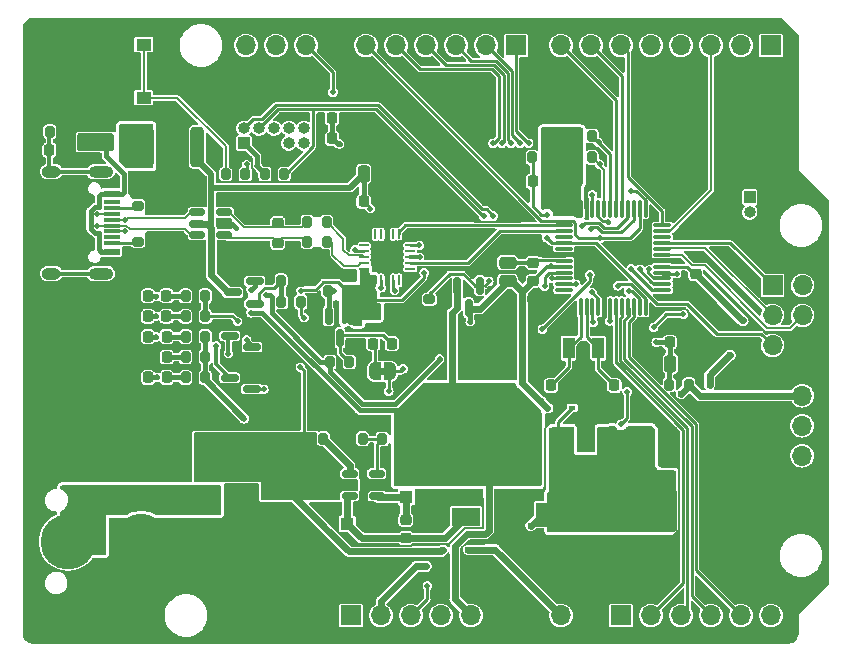
<source format=gtl>
G04 #@! TF.GenerationSoftware,KiCad,Pcbnew,(6.0.1-0)*
G04 #@! TF.CreationDate,2023-01-28T23:37:06+00:00*
G04 #@! TF.ProjectId,Snowduino Null,536e6f77-6475-4696-9e6f-204e756c6c2e,rev?*
G04 #@! TF.SameCoordinates,Original*
G04 #@! TF.FileFunction,Copper,L1,Top*
G04 #@! TF.FilePolarity,Positive*
%FSLAX46Y46*%
G04 Gerber Fmt 4.6, Leading zero omitted, Abs format (unit mm)*
G04 Created by KiCad (PCBNEW (6.0.1-0)) date 2023-01-28 23:37:06*
%MOMM*%
%LPD*%
G01*
G04 APERTURE LIST*
G04 Aperture macros list*
%AMRoundRect*
0 Rectangle with rounded corners*
0 $1 Rounding radius*
0 $2 $3 $4 $5 $6 $7 $8 $9 X,Y pos of 4 corners*
0 Add a 4 corners polygon primitive as box body*
4,1,4,$2,$3,$4,$5,$6,$7,$8,$9,$2,$3,0*
0 Add four circle primitives for the rounded corners*
1,1,$1+$1,$2,$3*
1,1,$1+$1,$4,$5*
1,1,$1+$1,$6,$7*
1,1,$1+$1,$8,$9*
0 Add four rect primitives between the rounded corners*
20,1,$1+$1,$2,$3,$4,$5,0*
20,1,$1+$1,$4,$5,$6,$7,0*
20,1,$1+$1,$6,$7,$8,$9,0*
20,1,$1+$1,$8,$9,$2,$3,0*%
%AMFreePoly0*
4,1,22,0.500000,-0.750000,0.000000,-0.750000,0.000000,-0.745033,-0.079941,-0.743568,-0.215256,-0.701293,-0.333266,-0.622738,-0.424486,-0.514219,-0.481581,-0.384460,-0.499164,-0.250000,-0.500000,-0.250000,-0.500000,0.250000,-0.499164,0.250000,-0.499963,0.256109,-0.478152,0.396186,-0.417904,0.524511,-0.324060,0.630769,-0.204165,0.706417,-0.067858,0.745374,0.000000,0.744959,0.000000,0.750000,
0.500000,0.750000,0.500000,-0.750000,0.500000,-0.750000,$1*%
%AMFreePoly1*
4,1,20,0.000000,0.744959,0.073905,0.744508,0.209726,0.703889,0.328688,0.626782,0.421226,0.519385,0.479903,0.390333,0.500000,0.250000,0.500000,-0.250000,0.499851,-0.262216,0.476331,-0.402017,0.414519,-0.529596,0.319384,-0.634700,0.198574,-0.708877,0.061801,-0.746166,0.000000,-0.745033,0.000000,-0.750000,-0.500000,-0.750000,-0.500000,0.750000,0.000000,0.750000,0.000000,0.744959,
0.000000,0.744959,$1*%
G04 Aperture macros list end*
G04 #@! TA.AperFunction,ComponentPad*
%ADD10R,1.700000X1.700000*%
G04 #@! TD*
G04 #@! TA.AperFunction,ComponentPad*
%ADD11O,1.700000X1.700000*%
G04 #@! TD*
G04 #@! TA.AperFunction,SMDPad,CuDef*
%ADD12RoundRect,0.225000X0.250000X-0.225000X0.250000X0.225000X-0.250000X0.225000X-0.250000X-0.225000X0*%
G04 #@! TD*
G04 #@! TA.AperFunction,SMDPad,CuDef*
%ADD13RoundRect,0.218750X-0.218750X-0.256250X0.218750X-0.256250X0.218750X0.256250X-0.218750X0.256250X0*%
G04 #@! TD*
G04 #@! TA.AperFunction,SMDPad,CuDef*
%ADD14R,0.600000X0.450000*%
G04 #@! TD*
G04 #@! TA.AperFunction,SMDPad,CuDef*
%ADD15RoundRect,0.200000X0.200000X0.275000X-0.200000X0.275000X-0.200000X-0.275000X0.200000X-0.275000X0*%
G04 #@! TD*
G04 #@! TA.AperFunction,SMDPad,CuDef*
%ADD16RoundRect,0.225000X-0.225000X-0.250000X0.225000X-0.250000X0.225000X0.250000X-0.225000X0.250000X0*%
G04 #@! TD*
G04 #@! TA.AperFunction,SMDPad,CuDef*
%ADD17RoundRect,0.062500X-0.062500X0.350000X-0.062500X-0.350000X0.062500X-0.350000X0.062500X0.350000X0*%
G04 #@! TD*
G04 #@! TA.AperFunction,SMDPad,CuDef*
%ADD18RoundRect,0.062500X-0.350000X0.062500X-0.350000X-0.062500X0.350000X-0.062500X0.350000X0.062500X0*%
G04 #@! TD*
G04 #@! TA.AperFunction,SMDPad,CuDef*
%ADD19R,2.500000X2.500000*%
G04 #@! TD*
G04 #@! TA.AperFunction,SMDPad,CuDef*
%ADD20R,2.400000X1.500000*%
G04 #@! TD*
G04 #@! TA.AperFunction,SMDPad,CuDef*
%ADD21R,1.100000X1.100000*%
G04 #@! TD*
G04 #@! TA.AperFunction,SMDPad,CuDef*
%ADD22RoundRect,0.250000X0.312500X1.450000X-0.312500X1.450000X-0.312500X-1.450000X0.312500X-1.450000X0*%
G04 #@! TD*
G04 #@! TA.AperFunction,SMDPad,CuDef*
%ADD23RoundRect,0.250000X-0.250000X-0.475000X0.250000X-0.475000X0.250000X0.475000X-0.250000X0.475000X0*%
G04 #@! TD*
G04 #@! TA.AperFunction,SMDPad,CuDef*
%ADD24RoundRect,0.200000X0.275000X-0.200000X0.275000X0.200000X-0.275000X0.200000X-0.275000X-0.200000X0*%
G04 #@! TD*
G04 #@! TA.AperFunction,SMDPad,CuDef*
%ADD25RoundRect,0.250000X0.550000X-1.500000X0.550000X1.500000X-0.550000X1.500000X-0.550000X-1.500000X0*%
G04 #@! TD*
G04 #@! TA.AperFunction,SMDPad,CuDef*
%ADD26RoundRect,0.150000X-0.150000X0.587500X-0.150000X-0.587500X0.150000X-0.587500X0.150000X0.587500X0*%
G04 #@! TD*
G04 #@! TA.AperFunction,SMDPad,CuDef*
%ADD27RoundRect,0.150000X0.587500X0.150000X-0.587500X0.150000X-0.587500X-0.150000X0.587500X-0.150000X0*%
G04 #@! TD*
G04 #@! TA.AperFunction,SMDPad,CuDef*
%ADD28RoundRect,0.075000X0.075000X-0.662500X0.075000X0.662500X-0.075000X0.662500X-0.075000X-0.662500X0*%
G04 #@! TD*
G04 #@! TA.AperFunction,SMDPad,CuDef*
%ADD29RoundRect,0.075000X0.662500X-0.075000X0.662500X0.075000X-0.662500X0.075000X-0.662500X-0.075000X0*%
G04 #@! TD*
G04 #@! TA.AperFunction,SMDPad,CuDef*
%ADD30RoundRect,0.225000X-0.250000X0.225000X-0.250000X-0.225000X0.250000X-0.225000X0.250000X0.225000X0*%
G04 #@! TD*
G04 #@! TA.AperFunction,ComponentPad*
%ADD31R,1.000000X1.000000*%
G04 #@! TD*
G04 #@! TA.AperFunction,ComponentPad*
%ADD32O,1.000000X1.000000*%
G04 #@! TD*
G04 #@! TA.AperFunction,SMDPad,CuDef*
%ADD33RoundRect,0.150000X0.512500X0.150000X-0.512500X0.150000X-0.512500X-0.150000X0.512500X-0.150000X0*%
G04 #@! TD*
G04 #@! TA.AperFunction,SMDPad,CuDef*
%ADD34FreePoly0,0.000000*%
G04 #@! TD*
G04 #@! TA.AperFunction,SMDPad,CuDef*
%ADD35FreePoly1,0.000000*%
G04 #@! TD*
G04 #@! TA.AperFunction,SMDPad,CuDef*
%ADD36R,1.000000X1.800000*%
G04 #@! TD*
G04 #@! TA.AperFunction,SMDPad,CuDef*
%ADD37RoundRect,0.250000X-0.475000X0.250000X-0.475000X-0.250000X0.475000X-0.250000X0.475000X0.250000X0*%
G04 #@! TD*
G04 #@! TA.AperFunction,SMDPad,CuDef*
%ADD38R,1.500000X2.000000*%
G04 #@! TD*
G04 #@! TA.AperFunction,SMDPad,CuDef*
%ADD39R,3.800000X2.000000*%
G04 #@! TD*
G04 #@! TA.AperFunction,SMDPad,CuDef*
%ADD40RoundRect,0.200000X-0.200000X-0.275000X0.200000X-0.275000X0.200000X0.275000X-0.200000X0.275000X0*%
G04 #@! TD*
G04 #@! TA.AperFunction,SMDPad,CuDef*
%ADD41RoundRect,0.225000X0.225000X0.250000X-0.225000X0.250000X-0.225000X-0.250000X0.225000X-0.250000X0*%
G04 #@! TD*
G04 #@! TA.AperFunction,SMDPad,CuDef*
%ADD42RoundRect,0.250000X0.475000X-0.250000X0.475000X0.250000X-0.475000X0.250000X-0.475000X-0.250000X0*%
G04 #@! TD*
G04 #@! TA.AperFunction,SMDPad,CuDef*
%ADD43R,1.300000X1.000000*%
G04 #@! TD*
G04 #@! TA.AperFunction,SMDPad,CuDef*
%ADD44R,1.450000X0.600000*%
G04 #@! TD*
G04 #@! TA.AperFunction,SMDPad,CuDef*
%ADD45R,1.450000X0.300000*%
G04 #@! TD*
G04 #@! TA.AperFunction,ComponentPad*
%ADD46O,2.100000X1.000000*%
G04 #@! TD*
G04 #@! TA.AperFunction,ComponentPad*
%ADD47O,1.600000X1.000000*%
G04 #@! TD*
G04 #@! TA.AperFunction,ComponentPad*
%ADD48C,4.650000*%
G04 #@! TD*
G04 #@! TA.AperFunction,ViaPad*
%ADD49C,0.500000*%
G04 #@! TD*
G04 #@! TA.AperFunction,ViaPad*
%ADD50C,0.600000*%
G04 #@! TD*
G04 #@! TA.AperFunction,Conductor*
%ADD51C,0.406400*%
G04 #@! TD*
G04 #@! TA.AperFunction,Conductor*
%ADD52C,0.127000*%
G04 #@! TD*
G04 #@! TA.AperFunction,Conductor*
%ADD53C,0.304800*%
G04 #@! TD*
G04 #@! TA.AperFunction,Conductor*
%ADD54C,0.609600*%
G04 #@! TD*
G04 #@! TA.AperFunction,Conductor*
%ADD55C,0.250000*%
G04 #@! TD*
G04 #@! TA.AperFunction,Conductor*
%ADD56C,0.225000*%
G04 #@! TD*
G04 #@! TA.AperFunction,Conductor*
%ADD57C,0.610000*%
G04 #@! TD*
G04 #@! TA.AperFunction,Conductor*
%ADD58C,0.500000*%
G04 #@! TD*
G04 #@! TA.AperFunction,Conductor*
%ADD59C,0.240000*%
G04 #@! TD*
G04 #@! TA.AperFunction,Conductor*
%ADD60C,0.203200*%
G04 #@! TD*
G04 #@! TA.AperFunction,Conductor*
%ADD61C,0.406000*%
G04 #@! TD*
G04 APERTURE END LIST*
G36*
X112366000Y-102763000D02*
G01*
X111866000Y-102763000D01*
X111866000Y-102163000D01*
X112366000Y-102163000D01*
X112366000Y-102763000D01*
G37*
D10*
X109456000Y-123123000D03*
D11*
X111996000Y-123123000D03*
X114536000Y-123123000D03*
X117076000Y-123123000D03*
X119616000Y-123123000D03*
X122156000Y-123123000D03*
X124696000Y-123123000D03*
X127236000Y-123123000D03*
D10*
X123426000Y-74863000D03*
D11*
X120886000Y-74863000D03*
X118346000Y-74863000D03*
X115806000Y-74863000D03*
X113266000Y-74863000D03*
X110726000Y-74863000D03*
X108186000Y-74863000D03*
X105646000Y-74863000D03*
X103106000Y-74863000D03*
X100566000Y-74863000D03*
D10*
X145016000Y-74863000D03*
D11*
X142476000Y-74863000D03*
X139936000Y-74863000D03*
X137396000Y-74863000D03*
X134856000Y-74863000D03*
X132316000Y-74863000D03*
X129776000Y-74863000D03*
X127236000Y-74863000D03*
D10*
X145143000Y-95183000D03*
D11*
X147683000Y-95183000D03*
X145143000Y-97723000D03*
X147683000Y-97723000D03*
X145143000Y-100263000D03*
X147683000Y-100263000D03*
D10*
X132316000Y-123123000D03*
D11*
X134856000Y-123123000D03*
X137396000Y-123123000D03*
X139936000Y-123123000D03*
X142476000Y-123123000D03*
X145016000Y-123123000D03*
D12*
X103241000Y-89888000D03*
X103241000Y-88338000D03*
D13*
X92278500Y-101238000D03*
X93853500Y-101238000D03*
D14*
X126084000Y-105564000D03*
X128184000Y-105564000D03*
D15*
X97103500Y-102963000D03*
X95453500Y-102963000D03*
D16*
X107866000Y-81013000D03*
X109416000Y-81013000D03*
D10*
X147641000Y-112138000D03*
D11*
X147641000Y-109598000D03*
X147641000Y-107058000D03*
X147641000Y-104518000D03*
D12*
X124861000Y-93273000D03*
X124861000Y-91723000D03*
D15*
X107391000Y-91463000D03*
X105741000Y-91463000D03*
D17*
X113516000Y-90850500D03*
X113016000Y-90850500D03*
X112516000Y-90850500D03*
X112016000Y-90850500D03*
X111516000Y-90850500D03*
D18*
X110578500Y-91788000D03*
X110578500Y-92288000D03*
X110578500Y-92788000D03*
X110578500Y-93288000D03*
X110578500Y-93788000D03*
D17*
X111516000Y-94725500D03*
X112016000Y-94725500D03*
X112516000Y-94725500D03*
X113016000Y-94725500D03*
X113516000Y-94725500D03*
D18*
X114453500Y-93788000D03*
X114453500Y-93288000D03*
X114453500Y-92788000D03*
X114453500Y-92288000D03*
X114453500Y-91788000D03*
D19*
X112516000Y-92788000D03*
D20*
X119216000Y-114788000D03*
X119216000Y-109288000D03*
D21*
X109141000Y-115363000D03*
X111941000Y-115363000D03*
D22*
X96453500Y-83438000D03*
X92178500Y-83438000D03*
D15*
X138046000Y-103593000D03*
X136396000Y-103593000D03*
X110441000Y-108163000D03*
X108791000Y-108163000D03*
D23*
X110516000Y-85738000D03*
X112416000Y-85738000D03*
D16*
X111441000Y-97488000D03*
X112991000Y-97488000D03*
D24*
X91412000Y-88436000D03*
X91412000Y-86786000D03*
D13*
X92278500Y-102963000D03*
X93853500Y-102963000D03*
D25*
X102841000Y-115688000D03*
X102841000Y-110288000D03*
D16*
X110516000Y-88063000D03*
X112066000Y-88063000D03*
D21*
X97291000Y-110338000D03*
X97291000Y-113138000D03*
D26*
X109466000Y-97750500D03*
X107566000Y-97750500D03*
X108516000Y-99625500D03*
D27*
X101053500Y-100403000D03*
X101053500Y-98503000D03*
X99178500Y-99453000D03*
D28*
X128891000Y-97000500D03*
X129391000Y-97000500D03*
X129891000Y-97000500D03*
X130391000Y-97000500D03*
X130891000Y-97000500D03*
X131391000Y-97000500D03*
X131891000Y-97000500D03*
X132391000Y-97000500D03*
X132891000Y-97000500D03*
X133391000Y-97000500D03*
X133891000Y-97000500D03*
X134391000Y-97000500D03*
D29*
X135803500Y-95588000D03*
X135803500Y-95088000D03*
X135803500Y-94588000D03*
X135803500Y-94088000D03*
X135803500Y-93588000D03*
X135803500Y-93088000D03*
X135803500Y-92588000D03*
X135803500Y-92088000D03*
X135803500Y-91588000D03*
X135803500Y-91088000D03*
X135803500Y-90588000D03*
X135803500Y-90088000D03*
D28*
X134391000Y-88675500D03*
X133891000Y-88675500D03*
X133391000Y-88675500D03*
X132891000Y-88675500D03*
X132391000Y-88675500D03*
X131891000Y-88675500D03*
X131391000Y-88675500D03*
X130891000Y-88675500D03*
X130391000Y-88675500D03*
X129891000Y-88675500D03*
X129391000Y-88675500D03*
X128891000Y-88675500D03*
D29*
X127478500Y-90088000D03*
X127478500Y-90588000D03*
X127478500Y-91088000D03*
X127478500Y-91588000D03*
X127478500Y-92088000D03*
X127478500Y-92588000D03*
X127478500Y-93088000D03*
X127478500Y-93588000D03*
X127478500Y-94088000D03*
X127478500Y-94588000D03*
X127478500Y-95088000D03*
X127478500Y-95588000D03*
D25*
X136266000Y-114238000D03*
X136266000Y-108838000D03*
D15*
X105206000Y-96593000D03*
X103556000Y-96593000D03*
D30*
X114091000Y-115013000D03*
X114091000Y-116563000D03*
D31*
X100391000Y-83138000D03*
D32*
X100391000Y-81868000D03*
X101661000Y-83138000D03*
X101661000Y-81868000D03*
X102931000Y-83138000D03*
X102931000Y-81868000D03*
X104201000Y-83138000D03*
X104201000Y-81868000D03*
X105471000Y-83138000D03*
X105471000Y-81868000D03*
D33*
X111628500Y-113013000D03*
X111628500Y-112063000D03*
X111628500Y-111113000D03*
X109353500Y-111113000D03*
X109353500Y-112063000D03*
X109353500Y-113013000D03*
D31*
X143211000Y-87708000D03*
D32*
X143211000Y-88978000D03*
D25*
X119266000Y-105963000D03*
X119266000Y-100563000D03*
D34*
X111466000Y-102463000D03*
D35*
X112766000Y-102463000D03*
D36*
X127876000Y-100493000D03*
X130376000Y-100493000D03*
D13*
X92253500Y-97788000D03*
X93828500Y-97788000D03*
D37*
X122716000Y-94833000D03*
X122716000Y-96733000D03*
D38*
X129316000Y-108288000D03*
D39*
X127016000Y-114588000D03*
D38*
X127016000Y-108288000D03*
X124716000Y-108288000D03*
D40*
X107666000Y-101663000D03*
X109316000Y-101663000D03*
D16*
X126366000Y-103638000D03*
X127916000Y-103638000D03*
D15*
X129861000Y-84348000D03*
X128211000Y-84348000D03*
D40*
X124786000Y-84348000D03*
X126436000Y-84348000D03*
D24*
X91416000Y-93113000D03*
X91416000Y-91463000D03*
D12*
X138641000Y-94213000D03*
X138641000Y-92663000D03*
D41*
X131756000Y-103653000D03*
X130206000Y-103653000D03*
D23*
X136496000Y-101793000D03*
X138396000Y-101793000D03*
D15*
X97103500Y-96063000D03*
X95453500Y-96063000D03*
D42*
X122711000Y-93248000D03*
X122711000Y-91348000D03*
D40*
X103531000Y-94793000D03*
X105181000Y-94793000D03*
D41*
X126386000Y-86373000D03*
X124836000Y-86373000D03*
D16*
X107866000Y-82738000D03*
X109416000Y-82738000D03*
X82356000Y-83723000D03*
X83906000Y-83723000D03*
X128261000Y-86323000D03*
X129811000Y-86323000D03*
D43*
X83491000Y-74788000D03*
X91891000Y-74788000D03*
X83491000Y-79288000D03*
X91891000Y-79288000D03*
D15*
X107391000Y-89813000D03*
X105741000Y-89813000D03*
X129861000Y-82523000D03*
X128211000Y-82523000D03*
D33*
X98716000Y-90888000D03*
X98716000Y-89938000D03*
X98716000Y-88988000D03*
X96441000Y-88988000D03*
X96441000Y-89938000D03*
X96441000Y-90888000D03*
D30*
X124866000Y-94808000D03*
X124866000Y-96358000D03*
D44*
X89176000Y-86613000D03*
X89176000Y-87413000D03*
D45*
X89176000Y-88613000D03*
X89176000Y-89613000D03*
X89176000Y-90113000D03*
X89176000Y-91113000D03*
D44*
X89176000Y-92313000D03*
X89176000Y-93113000D03*
X89176000Y-93113000D03*
X89176000Y-92313000D03*
D45*
X89176000Y-91613000D03*
X89176000Y-90613000D03*
X89176000Y-89113000D03*
X89176000Y-88113000D03*
D44*
X89176000Y-87413000D03*
X89176000Y-86613000D03*
D46*
X88261000Y-85543000D03*
X88261000Y-94183000D03*
D47*
X84081000Y-94183000D03*
X84081000Y-85543000D03*
D16*
X136446000Y-99993000D03*
X137996000Y-99993000D03*
D27*
X101053500Y-103953000D03*
X101053500Y-102053000D03*
X99178500Y-103003000D03*
D15*
X97103500Y-99513000D03*
X95453500Y-99513000D03*
D30*
X103241000Y-91588000D03*
X103241000Y-93138000D03*
D27*
X101313500Y-96723000D03*
X101313500Y-94823000D03*
X99438500Y-95773000D03*
D13*
X92253500Y-96063000D03*
X93828500Y-96063000D03*
D15*
X97103500Y-101238000D03*
X95453500Y-101238000D03*
X100491000Y-85763000D03*
X98841000Y-85763000D03*
D24*
X116093000Y-97996000D03*
X116093000Y-96346000D03*
D40*
X102166000Y-85738000D03*
X103816000Y-85738000D03*
D41*
X86966000Y-83038000D03*
X85416000Y-83038000D03*
D26*
X120352000Y-95187500D03*
X118452000Y-95187500D03*
X119402000Y-97062500D03*
D16*
X111341000Y-100113000D03*
X112891000Y-100113000D03*
D48*
X85491000Y-116863000D03*
X88791000Y-121463000D03*
X91691000Y-116863000D03*
D21*
X114141000Y-113113000D03*
X114141000Y-110313000D03*
D40*
X105441000Y-108163000D03*
X107091000Y-108163000D03*
D15*
X83956000Y-82173000D03*
X82306000Y-82173000D03*
X113741000Y-108188000D03*
X112091000Y-108188000D03*
X109116000Y-95613000D03*
X107466000Y-95613000D03*
X97103500Y-97788000D03*
X95453500Y-97788000D03*
D13*
X92266000Y-99513000D03*
X93841000Y-99513000D03*
D15*
X90341000Y-83038000D03*
X88691000Y-83038000D03*
D49*
X99742000Y-90329000D03*
X111741000Y-120709000D03*
X106230000Y-87846000D03*
X116764000Y-100268000D03*
X122978000Y-95739000D03*
X112831000Y-89440000D03*
X104576000Y-106363000D03*
D50*
X129145000Y-100249000D03*
D49*
X83383000Y-89701000D03*
X109026000Y-78743000D03*
X140942000Y-77529000D03*
X98170000Y-96728000D03*
X86143000Y-94926000D03*
X117005000Y-82107000D03*
X117510000Y-89589000D03*
X97613000Y-82926000D03*
X142836000Y-102857000D03*
X117080000Y-102352000D03*
X94365000Y-91620000D03*
X106820000Y-85971000D03*
X97948000Y-85201000D03*
X131118000Y-91781000D03*
X124076000Y-112993000D03*
X98490000Y-87791000D03*
X143821000Y-106654000D03*
X113776000Y-121643000D03*
X137996000Y-84059000D03*
X130625000Y-118433000D03*
X131086000Y-95383000D03*
X119345000Y-92021000D03*
X139339000Y-79171000D03*
X94356000Y-88323000D03*
X103374000Y-101963000D03*
X124916000Y-102603000D03*
X130666000Y-84070000D03*
X140794000Y-80481000D03*
X95366000Y-81263000D03*
X143796000Y-97133000D03*
X119469000Y-119035000D03*
X117418000Y-92530000D03*
X142693000Y-106520000D03*
X128956000Y-92173000D03*
X116976000Y-88272000D03*
X100824000Y-89594000D03*
X90006000Y-93903000D03*
X140973000Y-90349000D03*
X129796000Y-85523000D03*
X119419000Y-93875000D03*
X127175000Y-78400000D03*
X110466000Y-100933000D03*
X109208000Y-98864000D03*
X131002000Y-81025000D03*
X109384000Y-94101000D03*
X133725000Y-104488000D03*
X126949000Y-104500000D03*
X125011000Y-81999000D03*
X115322000Y-99353000D03*
X113564000Y-84207000D03*
X95016000Y-110843000D03*
X108199000Y-96821000D03*
X114852000Y-102346000D03*
X110976000Y-114993000D03*
X106556000Y-97473000D03*
X129954000Y-93104000D03*
X107129000Y-92509000D03*
X142214000Y-88526000D03*
X135135000Y-89105000D03*
X110576000Y-109743000D03*
X106536000Y-106533000D03*
X123396000Y-85833000D03*
X133404000Y-80651000D03*
X115106000Y-115653000D03*
X108465000Y-90025000D03*
X122635000Y-116117000D03*
X143746000Y-95503000D03*
X136876000Y-119832000D03*
X143896000Y-118713000D03*
X133366000Y-118303000D03*
X114076000Y-91033000D03*
X96655000Y-87598000D03*
X124126000Y-89413000D03*
X139796000Y-93133000D03*
X133296000Y-92433000D03*
X121064000Y-82037000D03*
X102936000Y-84733000D03*
X140816000Y-86113000D03*
X106896000Y-78953000D03*
X121126000Y-90663000D03*
X124279000Y-117614000D03*
X102173000Y-75746000D03*
X139025000Y-120849000D03*
X96653000Y-94735000D03*
X99516000Y-112743000D03*
X136089000Y-88219000D03*
X125133000Y-79601000D03*
X142574000Y-118659000D03*
X105213000Y-115025000D03*
X89565000Y-86018000D03*
X120049000Y-112686000D03*
X119174000Y-82188000D03*
X137316000Y-93123000D03*
X97236000Y-80213000D03*
X84708000Y-89673000D03*
X141126000Y-92663000D03*
X87907000Y-84386000D03*
X138676000Y-86053000D03*
X131376000Y-101735000D03*
X119235000Y-95474000D03*
X103689000Y-103655000D03*
X104912000Y-80833000D03*
X143186000Y-91783000D03*
X138315000Y-77741000D03*
X101663000Y-99287000D03*
X85954000Y-86207000D03*
X94734000Y-115169000D03*
X125899000Y-92000000D03*
X136634000Y-78514000D03*
X107606000Y-100573000D03*
X110298000Y-103659000D03*
X107581000Y-114639000D03*
X137426000Y-95243000D03*
D50*
X110598000Y-112546000D03*
D49*
X140806000Y-89303000D03*
X125933000Y-96348000D03*
X139304000Y-118917000D03*
X101060000Y-91953000D03*
X101311000Y-86269000D03*
X116284000Y-83290000D03*
X140366000Y-98393000D03*
X120897000Y-120665000D03*
X116115000Y-92705000D03*
X113633000Y-86133000D03*
X121166000Y-92513000D03*
X139636000Y-97263000D03*
X120266000Y-85783000D03*
X85973000Y-93523000D03*
X123924000Y-94526000D03*
X117106000Y-120981000D03*
X112653000Y-104130000D03*
X100604000Y-84936000D03*
X126026000Y-89193000D03*
X115914000Y-120611000D03*
X113868000Y-102239000D03*
X126026000Y-91153000D03*
X100987000Y-95531000D03*
X100989000Y-97496000D03*
D50*
X141566000Y-101093000D03*
X125218000Y-106398000D03*
X139808000Y-103620000D03*
D49*
X111090000Y-88677000D03*
X112016000Y-95373000D03*
X115236000Y-91783000D03*
X115642000Y-94099000D03*
X105220000Y-95644500D03*
X99852000Y-98231000D03*
D50*
X117243000Y-117559000D03*
D49*
X105490000Y-97912000D03*
D50*
X119363000Y-117544000D03*
D49*
X105166000Y-102095000D03*
X100415000Y-106471000D03*
D50*
X124666000Y-115513000D03*
D49*
X129846000Y-95773000D03*
X107923000Y-78814000D03*
X108480000Y-83208000D03*
X120694000Y-89336000D03*
X125841000Y-95242000D03*
X126475000Y-94577000D03*
X100611000Y-99804000D03*
X121496000Y-89293000D03*
X132316000Y-106930000D03*
X132834000Y-104169000D03*
X129942000Y-98303000D03*
X128475000Y-95085000D03*
X129881000Y-87485000D03*
X131191000Y-89802000D03*
X130499000Y-84927000D03*
X130406000Y-83063000D03*
X129676000Y-94273000D03*
X130546000Y-91173000D03*
X102077000Y-103963000D03*
X125646000Y-98877000D03*
X121476000Y-83153000D03*
X129005000Y-90151000D03*
X133146000Y-87193000D03*
X122236000Y-83143000D03*
X122986000Y-83163000D03*
X129746000Y-90371000D03*
X132026000Y-95213000D03*
X123746000Y-83163000D03*
X132966000Y-95663000D03*
X124496000Y-83153000D03*
X133167000Y-93788000D03*
X133940000Y-93806000D03*
X134716000Y-93828000D03*
X137026000Y-94183000D03*
X92976000Y-99536000D03*
X98046000Y-100303000D03*
X92976000Y-96119000D03*
X113146000Y-95673000D03*
X92966000Y-97783000D03*
X109796000Y-92151000D03*
X90310000Y-90603000D03*
X90314000Y-89642000D03*
X87981000Y-90121000D03*
X87981000Y-89136000D03*
X115256000Y-92783000D03*
X107986000Y-95623000D03*
D50*
X137400000Y-104335000D03*
D49*
X102242000Y-96006000D03*
D50*
X115818000Y-118968000D03*
X142650000Y-98150000D03*
D49*
X101520000Y-85072000D03*
X116948000Y-101401000D03*
X119548000Y-98244000D03*
D50*
X125548000Y-104992000D03*
D49*
X126351000Y-93565000D03*
D50*
X126896000Y-89073000D03*
D49*
X135079000Y-98724000D03*
X121117000Y-94831000D03*
X137593000Y-97642000D03*
X99076000Y-100953000D03*
X92991000Y-102969000D03*
X131346000Y-98193000D03*
X135286000Y-99993000D03*
D51*
X98716000Y-89938000D02*
X99351000Y-89938000D01*
D52*
X117742448Y-117062989D02*
X118976000Y-115829437D01*
X112516000Y-95665271D02*
X112963740Y-96113011D01*
D53*
X137282320Y-93156680D02*
X137316000Y-93123000D01*
D52*
X124126000Y-89413000D02*
X123762989Y-89776011D01*
X101311000Y-85510271D02*
X101045989Y-85245260D01*
X124076000Y-113657585D02*
X120685405Y-117048180D01*
D51*
X124861000Y-91723000D02*
X123086000Y-91723000D01*
D53*
X137281000Y-93088000D02*
X137316000Y-93123000D01*
D51*
X99351000Y-89938000D02*
X99742000Y-90329000D01*
D52*
X122156000Y-123123000D02*
X120718000Y-124561000D01*
X124076000Y-112993000D02*
X124076000Y-113657585D01*
D54*
X108791000Y-108163000D02*
X108996000Y-108163000D01*
X111628500Y-112063000D02*
X111093890Y-112063000D01*
D55*
X136258000Y-108846000D02*
X136266000Y-108838000D01*
D52*
X124321000Y-112748000D02*
X124076000Y-112993000D01*
X112516000Y-94725500D02*
X112516000Y-95665271D01*
D54*
X108996000Y-108163000D02*
X110576000Y-109743000D01*
D52*
X113545980Y-91453020D02*
X112516000Y-92483000D01*
D51*
X123086000Y-91723000D02*
X122711000Y-91348000D01*
D52*
X129231020Y-88515520D02*
X129391000Y-88675500D01*
X109500998Y-117203020D02*
X114512906Y-117203020D01*
X114652937Y-117062989D02*
X117742448Y-117062989D01*
D54*
X111093890Y-112063000D02*
X110516000Y-112640890D01*
D52*
X98444020Y-86428020D02*
X101151980Y-86428020D01*
X114076000Y-91033000D02*
X114076000Y-91133000D01*
D51*
X122711000Y-91348000D02*
X121546000Y-92513000D01*
D52*
X113755980Y-91453020D02*
X113545980Y-91453020D01*
X130891000Y-97848000D02*
X130586000Y-98153000D01*
X125608000Y-112748000D02*
X124321000Y-112748000D01*
X124032000Y-83631000D02*
X123396000Y-84267000D01*
D51*
X125726000Y-92588000D02*
X127478500Y-92588000D01*
D52*
X100125980Y-101180020D02*
X99998000Y-101308000D01*
X125912000Y-107261000D02*
X125912000Y-112444000D01*
X124936011Y-81793011D02*
X124936011Y-83379969D01*
X113345989Y-96113011D02*
X114008000Y-95451000D01*
X112516000Y-92483000D02*
X112516000Y-92788000D01*
X119910011Y-89776011D02*
X119637000Y-89503000D01*
X95016000Y-110843000D02*
X95102000Y-110843000D01*
X101053500Y-98503000D02*
X100125980Y-99430520D01*
X137256020Y-109828020D02*
X136300000Y-108872000D01*
X119156820Y-117048180D02*
X118751000Y-117454000D01*
X118532000Y-124561000D02*
X118217000Y-124246000D01*
D54*
X136266000Y-107613000D02*
X135366000Y-106713000D01*
D52*
X129231020Y-87544980D02*
X129231020Y-88515520D01*
X118976000Y-115829437D02*
X118976000Y-115728011D01*
X133366000Y-118303000D02*
X134873282Y-118303000D01*
D54*
X136266000Y-108743000D02*
X136266000Y-107613000D01*
D52*
X118217000Y-123144000D02*
X118217000Y-122793201D01*
X118751000Y-117454000D02*
X118751000Y-117686000D01*
X120685405Y-117048180D02*
X119156820Y-117048180D01*
X118217000Y-124246000D02*
X118217000Y-123144000D01*
D51*
X121546000Y-92513000D02*
X121166000Y-92513000D01*
D52*
X101151980Y-86428020D02*
X101311000Y-86269000D01*
X118976000Y-115728011D02*
X120606011Y-115728011D01*
X101311000Y-86269000D02*
X101445020Y-86403020D01*
X112963740Y-96113011D02*
X113345989Y-96113011D01*
X125912000Y-112444000D02*
X125608000Y-112748000D01*
X98064020Y-86048020D02*
X98444020Y-86428020D01*
X129811000Y-86323000D02*
X129231020Y-86902980D01*
X101045989Y-84433989D02*
X100745000Y-84133000D01*
X123396000Y-84267000D02*
X123396000Y-85833000D01*
X120606011Y-113243011D02*
X120049000Y-112686000D01*
X126949000Y-104500000D02*
X126949000Y-106224000D01*
X101311000Y-86269000D02*
X101311000Y-85510271D01*
X136300000Y-108872000D02*
X136266000Y-108838000D01*
X129231020Y-86902980D02*
X129231020Y-87544980D01*
X120606011Y-115728011D02*
X120606011Y-113243011D01*
X114076000Y-91133000D02*
X113755980Y-91453020D01*
X130891000Y-97000500D02*
X130891000Y-97848000D01*
D54*
X136266000Y-108838000D02*
X136266000Y-108743000D01*
D52*
X137256020Y-115920262D02*
X137256020Y-109828020D01*
X120718000Y-124561000D02*
X118532000Y-124561000D01*
D53*
X135803500Y-93088000D02*
X137281000Y-93088000D01*
D52*
X98064020Y-85317020D02*
X98064020Y-86048020D01*
X114008000Y-95451000D02*
X114008000Y-94960000D01*
X126949000Y-106224000D02*
X125912000Y-107261000D01*
X123762989Y-89776011D02*
X119910011Y-89776011D01*
X124746000Y-81603000D02*
X124936011Y-81793011D01*
D54*
X110516000Y-112640890D02*
X110516000Y-114553000D01*
D51*
X124861000Y-91723000D02*
X125726000Y-92588000D01*
D52*
X134873282Y-118303000D02*
X137256020Y-115920262D01*
X104402980Y-86403020D02*
X104617000Y-86189000D01*
X114512906Y-117203020D02*
X114652937Y-117062989D01*
X97948000Y-85201000D02*
X98064020Y-85317020D01*
X107581000Y-115283022D02*
X109500998Y-117203020D01*
X112516000Y-92788000D02*
X112516000Y-94253000D01*
X115313011Y-93658989D02*
X115228000Y-93744000D01*
X118217000Y-122793201D02*
X117499799Y-122076000D01*
X101445020Y-86403020D02*
X104402980Y-86403020D01*
X124936011Y-83379969D02*
X124684980Y-83631000D01*
X107581000Y-114639000D02*
X107581000Y-115283022D01*
X116210989Y-93658989D02*
X115313011Y-93658989D01*
X124684980Y-83631000D02*
X124032000Y-83631000D01*
X116601000Y-94049000D02*
X116210989Y-93658989D01*
X100125980Y-99430520D02*
X100125980Y-101180020D01*
X101045989Y-85245260D02*
X101045989Y-84433989D01*
D56*
X128891000Y-99508000D02*
X127906000Y-100493000D01*
X126366000Y-103638000D02*
X127876000Y-102128000D01*
X127996000Y-100493000D02*
X127876000Y-100493000D01*
X127906000Y-100493000D02*
X127876000Y-100493000D01*
X127876000Y-102128000D02*
X127876000Y-100493000D01*
X128891000Y-97000500D02*
X128891000Y-99508000D01*
X129391000Y-99508000D02*
X129391000Y-97000500D01*
X130376000Y-100493000D02*
X129391000Y-99508000D01*
X131756000Y-103653000D02*
X130376000Y-102273000D01*
X130376000Y-102273000D02*
X130376000Y-100493000D01*
X144158980Y-99278980D02*
X145143000Y-100263000D01*
X130181000Y-91588000D02*
X135372000Y-96779000D01*
X112653000Y-104130000D02*
X112653000Y-102576000D01*
X127478500Y-91588000D02*
X126461000Y-91588000D01*
X113868000Y-102239000D02*
X113755000Y-102239000D01*
X140429980Y-99278980D02*
X144158980Y-99278980D01*
X124836000Y-84398000D02*
X124786000Y-84348000D01*
X113644000Y-102463000D02*
X113868000Y-102239000D01*
X127478500Y-91588000D02*
X130181000Y-91588000D01*
X125553124Y-89193000D02*
X124836000Y-88475876D01*
X124836000Y-88475876D02*
X124836000Y-86373000D01*
X112653000Y-102576000D02*
X112766000Y-102463000D01*
X135372000Y-96779000D02*
X137930000Y-96779000D01*
X126461000Y-91588000D02*
X126026000Y-91153000D01*
X100604000Y-85650000D02*
X100491000Y-85763000D01*
X115914000Y-121745000D02*
X114536000Y-123123000D01*
X112766000Y-102463000D02*
X113644000Y-102463000D01*
X126026000Y-89193000D02*
X125553124Y-89193000D01*
X137930000Y-96779000D02*
X140429980Y-99278980D01*
X124836000Y-86373000D02*
X124836000Y-84398000D01*
X115914000Y-120611000D02*
X115914000Y-121745000D01*
X100604000Y-84936000D02*
X100604000Y-85650000D01*
D54*
X121100831Y-115932972D02*
X120810972Y-116222831D01*
D51*
X110181902Y-105760000D02*
X113832000Y-105760000D01*
D54*
X121100831Y-111172831D02*
X121100831Y-115932972D01*
D51*
X101313500Y-95204500D02*
X100987000Y-95531000D01*
D54*
X141492000Y-101093000D02*
X141566000Y-101093000D01*
X139808000Y-102777000D02*
X141492000Y-101093000D01*
X119282388Y-116222831D02*
X118248000Y-117257219D01*
X120810972Y-116222831D02*
X119282388Y-116222831D01*
D51*
X101917902Y-97496000D02*
X110181902Y-105760000D01*
D57*
X119266000Y-105963000D02*
X118034480Y-104731480D01*
D51*
X101313500Y-94823000D02*
X101313500Y-95204500D01*
D57*
X118452000Y-97062500D02*
X118452000Y-95187500D01*
X118034480Y-104731480D02*
X118034480Y-97480020D01*
D54*
X118248000Y-117257219D02*
X118248000Y-121755000D01*
X139808000Y-103620000D02*
X139808000Y-102777000D01*
X119216000Y-109288000D02*
X121100831Y-111172831D01*
X125218000Y-107786000D02*
X124716000Y-108288000D01*
D51*
X101716000Y-94793000D02*
X101686000Y-94823000D01*
D54*
X118248000Y-121755000D02*
X119616000Y-123123000D01*
X125218000Y-106398000D02*
X125218000Y-107786000D01*
D51*
X101917902Y-97496000D02*
X100989000Y-97496000D01*
D57*
X118034480Y-97480020D02*
X118452000Y-97062500D01*
D56*
X125097000Y-93037000D02*
X124861000Y-93273000D01*
X126309000Y-93037000D02*
X125097000Y-93037000D01*
X127478500Y-93088000D02*
X127420720Y-93030220D01*
D53*
X122736000Y-93273000D02*
X122711000Y-93248000D01*
D56*
X126315780Y-93030220D02*
X126309000Y-93037000D01*
D53*
X124861000Y-93273000D02*
X122736000Y-93273000D01*
D56*
X127420720Y-93030220D02*
X126315780Y-93030220D01*
D53*
X125046000Y-93088000D02*
X124861000Y-93273000D01*
D58*
X96453500Y-84592521D02*
X96453500Y-83438000D01*
D54*
X97231000Y-89938000D02*
X96441000Y-89938000D01*
D58*
X97782511Y-86895511D02*
X109358489Y-86895511D01*
D51*
X110516000Y-88063000D02*
X110516000Y-85738000D01*
X96453500Y-84599637D02*
X96453500Y-83438000D01*
D55*
X111090000Y-88637000D02*
X110516000Y-88063000D01*
D58*
X97624000Y-85763021D02*
X96453500Y-84592521D01*
D54*
X97622180Y-94329180D02*
X97622180Y-90329180D01*
D55*
X111090000Y-88677000D02*
X111090000Y-88637000D01*
D58*
X97624000Y-86737000D02*
X97782511Y-86895511D01*
X97624000Y-86737000D02*
X97624000Y-85763021D01*
D54*
X99066000Y-95773000D02*
X97622180Y-94329180D01*
X97622180Y-90329180D02*
X97231000Y-89938000D01*
D58*
X97624000Y-90361000D02*
X97624000Y-86737000D01*
D55*
X112016000Y-95373000D02*
X112016000Y-94725500D01*
D58*
X109358489Y-86895511D02*
X110516000Y-85738000D01*
D52*
X98716000Y-88988000D02*
X99151000Y-88988000D01*
X98716000Y-88988000D02*
X99114781Y-88988000D01*
X103241000Y-89888000D02*
X103627500Y-90274500D01*
X105279500Y-90274500D02*
X105741000Y-89813000D01*
X102854500Y-90274500D02*
X103241000Y-89888000D01*
X100401281Y-90274500D02*
X102854500Y-90274500D01*
X99114781Y-88988000D02*
X100401281Y-90274500D01*
X103241000Y-89888000D02*
X102851976Y-89888000D01*
X103627500Y-90274500D02*
X105279500Y-90274500D01*
X98716000Y-90888000D02*
X98909360Y-90888000D01*
X98716000Y-90888000D02*
X99029500Y-91201500D01*
X99029500Y-91201500D02*
X99917500Y-91201500D01*
X103627500Y-91201500D02*
X105479500Y-91201500D01*
X105479500Y-91201500D02*
X105741000Y-91463000D01*
X99917500Y-91201500D02*
X102854500Y-91201500D01*
X103241000Y-91588000D02*
X103627500Y-91201500D01*
X102854500Y-91201500D02*
X103241000Y-91588000D01*
D56*
X97112500Y-97779000D02*
X97103500Y-97788000D01*
X106450132Y-95533000D02*
X107110132Y-94873000D01*
X108376000Y-94873000D02*
X109116000Y-95613000D01*
X99400000Y-97779000D02*
X97112500Y-97779000D01*
X105331500Y-95533000D02*
X106450132Y-95533000D01*
X107110132Y-94873000D02*
X108376000Y-94873000D01*
D55*
X115642000Y-94099000D02*
X115642000Y-94532861D01*
X115642000Y-94532861D02*
X113740861Y-96434000D01*
D56*
X105220000Y-95644500D02*
X105331500Y-95533000D01*
D55*
X115236000Y-91783000D02*
X114458500Y-91783000D01*
D56*
X99852000Y-98231000D02*
X99400000Y-97779000D01*
D55*
X114458500Y-91783000D02*
X114453500Y-91788000D01*
X113740861Y-96434000D02*
X111458000Y-96434000D01*
D51*
X97103500Y-96063000D02*
X97103500Y-97788000D01*
D56*
X111466000Y-100238000D02*
X111341000Y-100113000D01*
X111466000Y-102463000D02*
X111466000Y-100238000D01*
D54*
X107437000Y-115854000D02*
X103765000Y-112182000D01*
X102791000Y-110338000D02*
X102841000Y-110288000D01*
X102841000Y-110288000D02*
X103316000Y-110288000D01*
X119364000Y-117543000D02*
X119363000Y-117544000D01*
D57*
X117103961Y-117698039D02*
X114717867Y-117698039D01*
D54*
X109280840Y-117697840D02*
X107437000Y-115854000D01*
X102841000Y-110288000D02*
X102841000Y-111025622D01*
X121656000Y-117543000D02*
X119364000Y-117543000D01*
X97291000Y-110338000D02*
X102791000Y-110338000D01*
X114717867Y-117697840D02*
X114307944Y-117697840D01*
D56*
X105486000Y-96873000D02*
X105206000Y-96593000D01*
D55*
X105441000Y-96828000D02*
X105206000Y-96593000D01*
D57*
X117243000Y-117559000D02*
X117103961Y-117698039D01*
D56*
X105206000Y-97628000D02*
X105490000Y-97912000D01*
X105441000Y-102370000D02*
X105441000Y-108163000D01*
X105166000Y-102095000D02*
X105441000Y-102370000D01*
X105206000Y-96593000D02*
X105206000Y-97628000D01*
D54*
X114307944Y-117697840D02*
X109280840Y-117697840D01*
X127236000Y-123123000D02*
X121656000Y-117543000D01*
D58*
X100415000Y-106457000D02*
X100415000Y-106471000D01*
D55*
X127016000Y-106732000D02*
X128184000Y-105564000D01*
D51*
X97103500Y-102963000D02*
X97103500Y-101238000D01*
X97103500Y-101238000D02*
X97103500Y-99513000D01*
D54*
X125591000Y-114588000D02*
X124666000Y-115513000D01*
D55*
X127016000Y-108288000D02*
X127016000Y-106732000D01*
D54*
X127016000Y-114588000D02*
X125591000Y-114588000D01*
D51*
X97103500Y-102963000D02*
X97103500Y-103145500D01*
D58*
X97103500Y-103145500D02*
X100415000Y-106457000D01*
D51*
X107866000Y-82738000D02*
X107866000Y-81013000D01*
X108336000Y-83208000D02*
X107866000Y-82738000D01*
D56*
X107923000Y-77140000D02*
X105646000Y-74863000D01*
X130391000Y-96318909D02*
X129846000Y-95773909D01*
X107923000Y-78814000D02*
X107923000Y-77140000D01*
D51*
X108480000Y-83208000D02*
X108336000Y-83208000D01*
D56*
X130391000Y-97000500D02*
X130391000Y-96318909D01*
X129846000Y-95773909D02*
X129846000Y-95773000D01*
D51*
X95453500Y-99513000D02*
X93841000Y-99513000D01*
X95453500Y-101238000D02*
X93853500Y-101238000D01*
X95453500Y-102963000D02*
X93853500Y-102963000D01*
D56*
X108742520Y-99398980D02*
X108516000Y-99625500D01*
X112176980Y-99398980D02*
X108742520Y-99398980D01*
X108516000Y-100863000D02*
X109316000Y-101663000D01*
X112891000Y-100113000D02*
X112176980Y-99398980D01*
X108516000Y-99625500D02*
X108516000Y-100863000D01*
D51*
X93828500Y-96063000D02*
X95453500Y-96063000D01*
D54*
X114091000Y-115013000D02*
X114091000Y-113163000D01*
X111728500Y-113113000D02*
X111628500Y-113013000D01*
X114091000Y-113163000D02*
X114141000Y-113113000D01*
X114141000Y-113113000D02*
X111728500Y-113113000D01*
D51*
X95453500Y-97788000D02*
X93828500Y-97788000D01*
D56*
X120626000Y-89293000D02*
X111606000Y-80273000D01*
X103256000Y-80273000D02*
X101661000Y-81868000D01*
X103916120Y-85738000D02*
X106266000Y-83388120D01*
X103816000Y-85738000D02*
X103916120Y-85738000D01*
X106266000Y-83388120D02*
X106266000Y-80273000D01*
X106266000Y-80273000D02*
X103256000Y-80273000D01*
X125841000Y-94460000D02*
X125841000Y-95242000D01*
X126213000Y-94088000D02*
X125841000Y-94460000D01*
X111606000Y-80273000D02*
X106266000Y-80273000D01*
X127478500Y-94088000D02*
X126213000Y-94088000D01*
X101179562Y-81079438D02*
X100391000Y-81868000D01*
X101952438Y-81079438D02*
X101179562Y-81079438D01*
X101053500Y-100246500D02*
X100611000Y-99804000D01*
X127478500Y-94588000D02*
X126486000Y-94588000D01*
X121496000Y-89293000D02*
X120927438Y-88724438D01*
X120554562Y-88724438D02*
X111751604Y-79921480D01*
X111751604Y-79921480D02*
X103110396Y-79921480D01*
X126486000Y-94588000D02*
X126475000Y-94577000D01*
X103110396Y-79921480D02*
X101952438Y-81079438D01*
X101053500Y-100403000D02*
X101053500Y-100246500D01*
X120927438Y-88724438D02*
X120554562Y-88724438D01*
X129891000Y-98338000D02*
X129886000Y-98343000D01*
X132834000Y-106412000D02*
X132834000Y-104169000D01*
X132316000Y-106930000D02*
X132834000Y-106412000D01*
X129891000Y-97000500D02*
X129891000Y-98338000D01*
D59*
X137578981Y-107398796D02*
X131942511Y-101762326D01*
X137578981Y-119636019D02*
X137578981Y-107398796D01*
D56*
X131891000Y-97000500D02*
X131891000Y-101710815D01*
X131891000Y-101710815D02*
X131942511Y-101762326D01*
X137578981Y-120400019D02*
X137578981Y-119636019D01*
X134856000Y-123123000D02*
X137578981Y-120400019D01*
X137938000Y-122581000D02*
X137938000Y-107238480D01*
X132242520Y-97973000D02*
X132391000Y-97824520D01*
X137938000Y-107238480D02*
X132242520Y-101543000D01*
X132391000Y-97824520D02*
X132391000Y-97000500D01*
X132242520Y-101543000D02*
X132242520Y-97973000D01*
X137396000Y-123123000D02*
X137938000Y-122581000D01*
X139936000Y-122583000D02*
X139936000Y-123123000D01*
D53*
X139936000Y-123123000D02*
X139936000Y-122863000D01*
D56*
X132946000Y-97055500D02*
X132891000Y-97000500D01*
X139936000Y-123123000D02*
X138289520Y-121476520D01*
X138289520Y-121476520D02*
X138289520Y-107092876D01*
X132946000Y-97766644D02*
X132946000Y-97055500D01*
X132594040Y-98118604D02*
X132946000Y-97766644D01*
X132594040Y-101397396D02*
X132594040Y-98118604D01*
X138289520Y-107092876D02*
X132594040Y-101397396D01*
D53*
X139936000Y-122863000D02*
X139926000Y-122853000D01*
D56*
X138641040Y-118907960D02*
X138641040Y-106947272D01*
X142476000Y-123123000D02*
X138641040Y-119288040D01*
X138641040Y-106947272D02*
X132945560Y-101251792D01*
X132945560Y-98264208D02*
X133391000Y-97818768D01*
X138641040Y-119288040D02*
X138641040Y-118907960D01*
X133391000Y-97818768D02*
X133391000Y-97000500D01*
X132945560Y-101251792D02*
X132945560Y-98264208D01*
X128472000Y-95088000D02*
X128475000Y-95085000D01*
X127478500Y-95088000D02*
X128472000Y-95088000D01*
D60*
X144696431Y-98801111D02*
X139388320Y-93493000D01*
X139388320Y-93493000D02*
X138355192Y-93493000D01*
X137794111Y-92924959D02*
X137457152Y-92588000D01*
X146604889Y-98801111D02*
X144696431Y-98801111D01*
X137794111Y-92931919D02*
X137794111Y-92924959D01*
X147683000Y-97723000D02*
X146604889Y-98801111D01*
X137457152Y-92588000D02*
X135803500Y-92588000D01*
X138355192Y-93493000D02*
X137794111Y-92931919D01*
X139404880Y-91984880D02*
X145143000Y-97723000D01*
X135906620Y-91984880D02*
X139404880Y-91984880D01*
X135803500Y-92088000D02*
X135906620Y-91984880D01*
D56*
X135803500Y-91588000D02*
X141548000Y-91588000D01*
X141548000Y-91588000D02*
X145143000Y-95183000D01*
X129891000Y-88675500D02*
X129891000Y-87768000D01*
X129891000Y-87768000D02*
X129896000Y-87763000D01*
X129891000Y-88675500D02*
X129891000Y-87495000D01*
X129891000Y-87495000D02*
X129881000Y-87485000D01*
X130766909Y-89733000D02*
X131136000Y-89733000D01*
X130391000Y-88675500D02*
X130391000Y-89357091D01*
X131136000Y-89733000D02*
X131286000Y-89883000D01*
X130391000Y-89357091D02*
X130766909Y-89733000D01*
D60*
X130891000Y-88675500D02*
X130891000Y-85378000D01*
X130891000Y-85378000D02*
X129861000Y-84348000D01*
D56*
X131391000Y-88675500D02*
X131391000Y-84053000D01*
X131391000Y-84053000D02*
X129861000Y-82523000D01*
X133076000Y-91173000D02*
X133891000Y-90358000D01*
X128746000Y-91173000D02*
X128455020Y-90882020D01*
X102067000Y-103953000D02*
X102077000Y-103963000D01*
X130646000Y-91173000D02*
X133076000Y-91173000D01*
X128455020Y-90882020D02*
X128455020Y-89882929D01*
X128455020Y-89882929D02*
X128271071Y-89698980D01*
X133891000Y-90358000D02*
X133891000Y-88675500D01*
X128271071Y-89698980D02*
X125561980Y-89698980D01*
X130546000Y-91173000D02*
X130646000Y-91173000D01*
X101053500Y-103953000D02*
X102067000Y-103953000D01*
X125561980Y-89698980D02*
X110726000Y-74863000D01*
X129676000Y-94847000D02*
X129676000Y-94273000D01*
X130546000Y-91173000D02*
X128746000Y-91173000D01*
X125646000Y-98877000D02*
X129676000Y-94847000D01*
X131960011Y-90322011D02*
X130858796Y-90322011D01*
X132891000Y-88675500D02*
X132891000Y-89391022D01*
X132891000Y-89391022D02*
X131960011Y-90322011D01*
X129274011Y-89881989D02*
X129005000Y-90151000D01*
X130418774Y-89881989D02*
X129274011Y-89881989D01*
X113266000Y-74863000D02*
X115272602Y-76869602D01*
X122019920Y-82667513D02*
X121534433Y-83153000D01*
X130858796Y-90322011D02*
X130418774Y-89881989D01*
X115272602Y-76869602D02*
X121401230Y-76869602D01*
X121534433Y-83153000D02*
X121476000Y-83153000D01*
X121401230Y-76869602D02*
X122019920Y-77488292D01*
X122019920Y-77488292D02*
X122019920Y-82667513D01*
X133598876Y-87193000D02*
X133146000Y-87193000D01*
X134391000Y-87985124D02*
X133598876Y-87193000D01*
X122371440Y-77342688D02*
X122371440Y-83007560D01*
X121546834Y-76518082D02*
X117461082Y-76518082D01*
X117461082Y-76518082D02*
X115806000Y-74863000D01*
X122371440Y-77342688D02*
X121546834Y-76518082D01*
X122371440Y-83007560D02*
X122236000Y-83143000D01*
X134391000Y-88675500D02*
X134391000Y-87985124D01*
X133391000Y-88675500D02*
X133391000Y-89616480D01*
X119649562Y-76166562D02*
X118346000Y-74863000D01*
X122986000Y-83163000D02*
X122722960Y-82899960D01*
X129844491Y-90240509D02*
X129707000Y-90378000D01*
X130713192Y-90673531D02*
X130280170Y-90240509D01*
X133391000Y-89616480D02*
X132333949Y-90673531D01*
X121692438Y-76166562D02*
X119649562Y-76166562D01*
X130280170Y-90240509D02*
X129844491Y-90240509D01*
X122722960Y-82899960D02*
X122722960Y-77197084D01*
X122722960Y-77197084D02*
X121692438Y-76166562D01*
X132333949Y-90673531D02*
X130713192Y-90673531D01*
X123074480Y-77051480D02*
X120886000Y-74863000D01*
X133188876Y-95093000D02*
X134391000Y-96295124D01*
X134391000Y-96295124D02*
X134391000Y-97000500D01*
X123796000Y-83163000D02*
X123074480Y-82441480D01*
X132026000Y-95213000D02*
X132146000Y-95093000D01*
X123777567Y-83163000D02*
X123796000Y-83163000D01*
X132036989Y-95223989D02*
X132026000Y-95213000D01*
X123074480Y-82441480D02*
X123074480Y-77051480D01*
X132146000Y-95093000D02*
X133188876Y-95093000D01*
X132966000Y-95663000D02*
X133261752Y-95663000D01*
X124496000Y-83153000D02*
X124477567Y-83153000D01*
X124477567Y-83153000D02*
X123426000Y-82101433D01*
X133261752Y-95663000D02*
X133891000Y-96292248D01*
X133891000Y-96292248D02*
X133891000Y-97000500D01*
X123426000Y-82101433D02*
X123426000Y-74863000D01*
X131891000Y-88675500D02*
X131891000Y-79518000D01*
X131891000Y-79518000D02*
X127236000Y-74863000D01*
X132391000Y-88675500D02*
X132391000Y-77478000D01*
X132391000Y-77478000D02*
X129776000Y-74863000D01*
X132876000Y-85973000D02*
X132876000Y-75423000D01*
X132876000Y-75423000D02*
X132316000Y-74863000D01*
X135803500Y-88900500D02*
X132876000Y-85973000D01*
X135803500Y-90088000D02*
X135803500Y-88900500D01*
X135803500Y-95588000D02*
X134901000Y-95588000D01*
X134901000Y-95588000D02*
X133116000Y-93803000D01*
X134887893Y-94853984D02*
X134887893Y-94851108D01*
X135121909Y-95088000D02*
X134887893Y-94853984D01*
X135803500Y-95088000D02*
X135121909Y-95088000D01*
X133886000Y-93849215D02*
X134887893Y-94851108D01*
X133886000Y-93803000D02*
X133886000Y-93849215D01*
D60*
X139936000Y-87121676D02*
X139936000Y-74863000D01*
X135803500Y-90588000D02*
X136469676Y-90588000D01*
X136469676Y-90588000D02*
X139936000Y-87121676D01*
D56*
X134636000Y-93813000D02*
X134636000Y-94102091D01*
X134636000Y-94102091D02*
X135121909Y-94588000D01*
X135803500Y-94588000D02*
X135121909Y-94588000D01*
X135898500Y-94183000D02*
X135803500Y-94088000D01*
X137026000Y-94183000D02*
X135898500Y-94183000D01*
D54*
X114091000Y-116563000D02*
X117441000Y-116563000D01*
X109141000Y-113225500D02*
X109353500Y-113013000D01*
X117441000Y-116563000D02*
X119216000Y-114788000D01*
X110341000Y-116563000D02*
X109141000Y-115363000D01*
X109141000Y-115363000D02*
X109141000Y-113225500D01*
X114091000Y-116563000D02*
X110341000Y-116563000D01*
D53*
X98046000Y-100303000D02*
X98046000Y-101870500D01*
D51*
X92976000Y-99536000D02*
X92289000Y-99536000D01*
D53*
X98046000Y-101870500D02*
X99178500Y-103003000D01*
D56*
X92236000Y-99483000D02*
X92266000Y-99513000D01*
D51*
X92289000Y-99536000D02*
X92266000Y-99513000D01*
D56*
X113036000Y-94745500D02*
X113016000Y-94725500D01*
D51*
X92976000Y-96080000D02*
X92270500Y-96080000D01*
X92270500Y-96080000D02*
X92253500Y-96063000D01*
D56*
X113036000Y-95613000D02*
X113036000Y-94745500D01*
X110578500Y-92288000D02*
X109891000Y-92288000D01*
X109891000Y-92288000D02*
X109806000Y-92203000D01*
D51*
X92966000Y-97783000D02*
X92258500Y-97783000D01*
X92258500Y-97783000D02*
X92253500Y-97788000D01*
D56*
X92228500Y-97763000D02*
X92253500Y-97788000D01*
D54*
X89216000Y-113138000D02*
X97291000Y-113138000D01*
X85491000Y-116863000D02*
X89216000Y-113138000D01*
D52*
X96441000Y-88988000D02*
X95851000Y-88988000D01*
X95407126Y-89469500D02*
X90500500Y-89469500D01*
X90285000Y-89613000D02*
X90314000Y-89642000D01*
X90314000Y-89642000D02*
X90486500Y-89469500D01*
X95888626Y-88988000D02*
X95407126Y-89469500D01*
X90486500Y-89469500D02*
X90500500Y-89469500D01*
X90310000Y-90603000D02*
X89186000Y-90603000D01*
X89186000Y-90603000D02*
X89176000Y-90613000D01*
X96441000Y-88988000D02*
X95888626Y-88988000D01*
X89176000Y-89613000D02*
X90285000Y-89613000D01*
X89176000Y-90113000D02*
X90442271Y-90113000D01*
X90442271Y-90113000D02*
X90725636Y-90396365D01*
X89176000Y-90113000D02*
X87989000Y-90113000D01*
X88004000Y-89113000D02*
X87981000Y-89136000D01*
X95898626Y-90888000D02*
X96441000Y-90888000D01*
X87989000Y-90113000D02*
X87981000Y-90121000D01*
X95407126Y-90396500D02*
X95898626Y-90888000D01*
X89176000Y-89113000D02*
X88004000Y-89113000D01*
X90725500Y-90396500D02*
X95407126Y-90396500D01*
D53*
X115256000Y-92783000D02*
X114458500Y-92783000D01*
X114458500Y-92783000D02*
X114453500Y-92788000D01*
D51*
X107566000Y-95713000D02*
X107466000Y-95613000D01*
X107566000Y-97750500D02*
X107566000Y-95713000D01*
D52*
X107881814Y-92564302D02*
X108886616Y-93569104D01*
X107730024Y-91463000D02*
X107881814Y-91614790D01*
X110308883Y-93288000D02*
X110578500Y-93288000D01*
X107391000Y-91463000D02*
X107730024Y-91463000D01*
X108886616Y-93569104D02*
X110027779Y-93569104D01*
X107881814Y-91614790D02*
X107881814Y-92564302D01*
X110027779Y-93569104D02*
X110308883Y-93288000D01*
X110432604Y-92642104D02*
X110578500Y-92788000D01*
X109270592Y-92642104D02*
X110432604Y-92642104D01*
X108808814Y-91230814D02*
X108808814Y-92180326D01*
X107391000Y-89813000D02*
X108808814Y-91230814D01*
X108808814Y-92180326D02*
X109270592Y-92642104D01*
D54*
X109353500Y-110425500D02*
X107091000Y-108163000D01*
X109353500Y-111113000D02*
X109353500Y-110425500D01*
D56*
X112091000Y-108188000D02*
X111591000Y-108188000D01*
X111628500Y-111113000D02*
X111628500Y-108650500D01*
X111591000Y-108188000D02*
X110466000Y-108188000D01*
X111628500Y-108650500D02*
X112091000Y-108188000D01*
X110466000Y-108188000D02*
X110441000Y-108163000D01*
X127478500Y-90088000D02*
X114051000Y-90088000D01*
X113516000Y-90623000D02*
X113516000Y-90850500D01*
X114051000Y-90088000D02*
X113516000Y-90623000D01*
X119354422Y-93288000D02*
X114453500Y-93288000D01*
X122054422Y-90588000D02*
X119354422Y-93288000D01*
X127478500Y-90588000D02*
X122054422Y-90588000D01*
D57*
X114948919Y-118968000D02*
X111996000Y-121920919D01*
D61*
X106838282Y-101663000D02*
X107666000Y-101663000D01*
D55*
X137917511Y-93624511D02*
X135840011Y-93624511D01*
D54*
X124866000Y-94808000D02*
X123959680Y-95714320D01*
X138046000Y-103689000D02*
X137400000Y-104335000D01*
X122716000Y-94833000D02*
X120411000Y-97138000D01*
D57*
X111996000Y-121920919D02*
X111996000Y-123123000D01*
D61*
X113169720Y-105227280D02*
X116948000Y-101449000D01*
D54*
X123959680Y-95714320D02*
X123959680Y-103439680D01*
D55*
X137917511Y-93624511D02*
X138506000Y-94213000D01*
D51*
X101486000Y-85063000D02*
X101491000Y-85063000D01*
D53*
X124866000Y-94808000D02*
X126086000Y-93588000D01*
D57*
X114948919Y-118968000D02*
X115818000Y-118968000D01*
D55*
X135840011Y-93624511D02*
X135803500Y-93588000D01*
D54*
X142578000Y-98150000D02*
X138641000Y-94213000D01*
X138971000Y-104518000D02*
X138046000Y-103593000D01*
X138046000Y-103593000D02*
X138046000Y-103689000D01*
D51*
X101486000Y-85063000D02*
X101486000Y-84233000D01*
D54*
X123078360Y-94833000D02*
X123959680Y-95714320D01*
X123959680Y-103439680D02*
X126084000Y-105564000D01*
D61*
X116948000Y-101449000D02*
X116948000Y-101401000D01*
X107666000Y-102490718D02*
X110402562Y-105227280D01*
D54*
X142650000Y-98150000D02*
X142578000Y-98150000D01*
D61*
X102726000Y-96168978D02*
X102726000Y-97550718D01*
D54*
X120411000Y-97138000D02*
X119721000Y-97138000D01*
X147641000Y-104518000D02*
X138971000Y-104518000D01*
D61*
X119548000Y-97208500D02*
X119402000Y-97062500D01*
D54*
X122716000Y-94833000D02*
X123078360Y-94833000D01*
D61*
X102242000Y-96006000D02*
X102563022Y-96006000D01*
D55*
X138506000Y-94213000D02*
X138641000Y-94213000D01*
D61*
X119548000Y-98244000D02*
X119548000Y-97208500D01*
D53*
X126086000Y-93588000D02*
X127478500Y-93588000D01*
D61*
X102726000Y-97550718D02*
X106838282Y-101663000D01*
X102563022Y-96006000D02*
X102726000Y-96168978D01*
X110402562Y-105227280D02*
X113169720Y-105227280D01*
D51*
X101491000Y-85063000D02*
X102166000Y-85738000D01*
D61*
X107666000Y-101663000D02*
X107666000Y-102490718D01*
D51*
X101486000Y-84233000D02*
X100391000Y-83138000D01*
D55*
X116093000Y-95917000D02*
X116093000Y-96346000D01*
X120352000Y-95187500D02*
X119914500Y-95187500D01*
X117816000Y-94194000D02*
X116093000Y-95917000D01*
X119402000Y-94675000D02*
X118921000Y-94194000D01*
X121117000Y-94831000D02*
X120760500Y-95187500D01*
X135079000Y-98724000D02*
X136161000Y-97642000D01*
X136161000Y-97642000D02*
X137593000Y-97642000D01*
X119914500Y-95187500D02*
X119402000Y-94675000D01*
X118921000Y-94194000D02*
X117816000Y-94194000D01*
D51*
X103556000Y-94818000D02*
X103531000Y-94793000D01*
X103556000Y-96593000D02*
X103556000Y-94818000D01*
D56*
X101686000Y-95837000D02*
X101686000Y-96723000D01*
X103531000Y-94793000D02*
X102936989Y-95387011D01*
X102135989Y-95387011D02*
X101686000Y-95837000D01*
X102936989Y-95387011D02*
X102135989Y-95387011D01*
D60*
X91891000Y-79288000D02*
X94742163Y-79288000D01*
X94742163Y-79288000D02*
X98841000Y-83386837D01*
X98841000Y-83386837D02*
X98841000Y-85763000D01*
X91891000Y-79288000D02*
X91891000Y-74788000D01*
D56*
X89176000Y-91613000D02*
X91266000Y-91613000D01*
X91266000Y-91613000D02*
X91416000Y-91463000D01*
X91235000Y-88613000D02*
X91412000Y-88436000D01*
X89176000Y-88613000D02*
X91235000Y-88613000D01*
D53*
X99076000Y-99555500D02*
X99178500Y-99453000D01*
D51*
X92991000Y-102969000D02*
X92284500Y-102969000D01*
X92284500Y-102969000D02*
X92278500Y-102963000D01*
D53*
X99076000Y-100953000D02*
X99076000Y-99555500D01*
D51*
X88094000Y-90700711D02*
X88094000Y-92086846D01*
X89176000Y-87413000D02*
X90060422Y-87413000D01*
X90230711Y-85777711D02*
X88691000Y-84238000D01*
X88104000Y-88556289D02*
X87740875Y-88556289D01*
X89176000Y-87413000D02*
X88320154Y-87413000D01*
X88094000Y-92086846D02*
X88320154Y-92313000D01*
X88320154Y-87413000D02*
X88104000Y-87629154D01*
X87740875Y-88556289D02*
X87401289Y-88895875D01*
X88320154Y-92313000D02*
X89176000Y-92313000D01*
X88104000Y-87629154D02*
X88104000Y-88556289D01*
X88691000Y-84238000D02*
X88691000Y-83038000D01*
X87401289Y-88895875D02*
X87401289Y-90361125D01*
X90230711Y-87242711D02*
X90230711Y-85777711D01*
X90060422Y-87413000D02*
X90230711Y-87242711D01*
X87401289Y-90361125D02*
X87740875Y-90700711D01*
X87740875Y-90700711D02*
X88094000Y-90700711D01*
D53*
X84081000Y-83898000D02*
X83906000Y-83723000D01*
X88261000Y-94183000D02*
X84081000Y-94183000D01*
X83906000Y-82223000D02*
X83956000Y-82173000D01*
X83906000Y-83723000D02*
X83906000Y-85368000D01*
X84341000Y-94443000D02*
X84081000Y-94183000D01*
X83906000Y-83723000D02*
X83906000Y-82223000D01*
X83906000Y-85368000D02*
X84081000Y-85543000D01*
X88261000Y-85543000D02*
X84081000Y-85543000D01*
X131391000Y-98168000D02*
X131396000Y-98173000D01*
D51*
X136396000Y-103593000D02*
X136396000Y-101893000D01*
X136446000Y-99993000D02*
X136446000Y-101743000D01*
X136446000Y-101743000D02*
X136496000Y-101793000D01*
X136396000Y-101893000D02*
X136496000Y-101793000D01*
D53*
X131391000Y-97000500D02*
X131391000Y-98168000D01*
D51*
X136446000Y-99993000D02*
X135286000Y-99993000D01*
G04 #@! TA.AperFunction,Conductor*
G36*
X134988087Y-107130268D02*
G01*
X135009451Y-107147420D01*
X135174595Y-107312564D01*
X135208621Y-107374876D01*
X135211500Y-107401659D01*
X135211500Y-110385756D01*
X135218202Y-110447448D01*
X135268929Y-110582764D01*
X135274309Y-110589943D01*
X135274311Y-110589946D01*
X135340287Y-110677977D01*
X135355596Y-110698404D01*
X135362776Y-110703785D01*
X135464054Y-110779689D01*
X135464057Y-110779691D01*
X135471236Y-110785071D01*
X135560954Y-110818704D01*
X135599157Y-110833026D01*
X135599159Y-110833026D01*
X135606552Y-110835798D01*
X135614402Y-110836651D01*
X135614403Y-110836651D01*
X135664847Y-110842131D01*
X135668244Y-110842500D01*
X136812020Y-110842500D01*
X136880141Y-110862502D01*
X136926634Y-110916158D01*
X136938020Y-110968500D01*
X136938020Y-115736352D01*
X136918018Y-115804473D01*
X136901115Y-115825447D01*
X136700467Y-116026095D01*
X136638155Y-116060121D01*
X136611372Y-116063000D01*
X126192141Y-116063000D01*
X126124020Y-116042998D01*
X126077527Y-115989342D01*
X126066141Y-115936859D01*
X126066290Y-115804473D01*
X126067605Y-114631361D01*
X126069672Y-112788097D01*
X126089751Y-112719998D01*
X126106577Y-112699143D01*
X126123151Y-112682569D01*
X126131255Y-112675143D01*
X126150913Y-112658648D01*
X126159360Y-112651560D01*
X126164871Y-112642015D01*
X126164874Y-112642011D01*
X126177703Y-112619790D01*
X126183608Y-112610520D01*
X126198329Y-112589496D01*
X126204652Y-112580466D01*
X126207506Y-112569814D01*
X126208840Y-112566953D01*
X126209919Y-112563987D01*
X126215432Y-112554440D01*
X126217346Y-112543584D01*
X126217348Y-112543579D01*
X126221804Y-112518310D01*
X126224182Y-112507581D01*
X126230823Y-112482794D01*
X126233677Y-112472143D01*
X126230479Y-112435590D01*
X126230000Y-112424608D01*
X126230000Y-107444910D01*
X126250002Y-107376789D01*
X126266905Y-107355815D01*
X126444495Y-107178225D01*
X126506807Y-107144199D01*
X126533127Y-107141321D01*
X128185203Y-107135253D01*
X128253397Y-107155005D01*
X128300087Y-107208489D01*
X128309254Y-107262933D01*
X128311500Y-107262933D01*
X128311501Y-109313066D01*
X128326266Y-109387301D01*
X128382516Y-109471484D01*
X128466699Y-109527734D01*
X128540933Y-109542500D01*
X129315874Y-109542500D01*
X130091066Y-109542499D01*
X130126818Y-109535388D01*
X130153126Y-109530156D01*
X130153128Y-109530155D01*
X130165301Y-109527734D01*
X130175621Y-109520839D01*
X130175622Y-109520838D01*
X130239168Y-109478377D01*
X130249484Y-109471484D01*
X130305734Y-109387301D01*
X130320500Y-109313067D01*
X130320499Y-107262934D01*
X130320570Y-107262934D01*
X130333353Y-107195545D01*
X130382194Y-107144018D01*
X130445053Y-107126952D01*
X130738735Y-107125873D01*
X131766622Y-107122098D01*
X131834816Y-107141850D01*
X131872071Y-107185285D01*
X131874932Y-107183504D01*
X131879673Y-107191121D01*
X131883289Y-107199339D01*
X131976276Y-107309960D01*
X131983747Y-107314933D01*
X131983748Y-107314934D01*
X132089101Y-107385063D01*
X132089103Y-107385064D01*
X132096574Y-107390037D01*
X132105138Y-107392713D01*
X132105141Y-107392714D01*
X132165542Y-107411584D01*
X132234510Y-107433132D01*
X132378998Y-107435780D01*
X132398530Y-107430455D01*
X132509763Y-107400130D01*
X132509765Y-107400129D01*
X132518422Y-107397769D01*
X132641572Y-107322154D01*
X132650253Y-107312564D01*
X132695176Y-107262934D01*
X132738551Y-107215014D01*
X132742817Y-107206210D01*
X132746145Y-107199339D01*
X132751092Y-107189129D01*
X132798792Y-107136546D01*
X132864021Y-107118067D01*
X134919893Y-107110516D01*
X134988087Y-107130268D01*
G37*
G04 #@! TD.AperFunction*
G04 #@! TA.AperFunction,Conductor*
G36*
X129008121Y-81823002D02*
G01*
X129054614Y-81876658D01*
X129066000Y-81929000D01*
X129066000Y-86566090D01*
X129045998Y-86634211D01*
X129029095Y-86655185D01*
X129019869Y-86664411D01*
X129011765Y-86671837D01*
X128983660Y-86695420D01*
X128978149Y-86704965D01*
X128978146Y-86704969D01*
X128965317Y-86727190D01*
X128959412Y-86736460D01*
X128938368Y-86766514D01*
X128935514Y-86777166D01*
X128934180Y-86780027D01*
X128933101Y-86782993D01*
X128927588Y-86792540D01*
X128925674Y-86803396D01*
X128925672Y-86803401D01*
X128921216Y-86828670D01*
X128918838Y-86839399D01*
X128914488Y-86855635D01*
X128909343Y-86874837D01*
X128910304Y-86885819D01*
X128912541Y-86911390D01*
X128913020Y-86922372D01*
X128913020Y-88496128D01*
X128912541Y-88507110D01*
X128909343Y-88543663D01*
X128912197Y-88554314D01*
X128918838Y-88579101D01*
X128921216Y-88589830D01*
X128925672Y-88615099D01*
X128925674Y-88615104D01*
X128927588Y-88625960D01*
X128933101Y-88635507D01*
X128934180Y-88638473D01*
X128935514Y-88641334D01*
X128938368Y-88651986D01*
X128944691Y-88661016D01*
X128959412Y-88682040D01*
X128965316Y-88691308D01*
X128969618Y-88698759D01*
X128986500Y-88761761D01*
X128986500Y-89367000D01*
X128966498Y-89435121D01*
X128912842Y-89481614D01*
X128860500Y-89493000D01*
X128640091Y-89493000D01*
X128571970Y-89472998D01*
X128550108Y-89454514D01*
X128546269Y-89448569D01*
X128538095Y-89442125D01*
X128538093Y-89442123D01*
X128520955Y-89428613D01*
X128516730Y-89424858D01*
X128516657Y-89424945D01*
X128512700Y-89421592D01*
X128509019Y-89417911D01*
X128504785Y-89414885D01*
X128493897Y-89407104D01*
X128489176Y-89403560D01*
X128450319Y-89372928D01*
X128441966Y-89369994D01*
X128434761Y-89364846D01*
X128387332Y-89350662D01*
X128381737Y-89348844D01*
X128335042Y-89332445D01*
X128329673Y-89331980D01*
X128326961Y-89331980D01*
X128324510Y-89331874D01*
X128324234Y-89331792D01*
X128324239Y-89331684D01*
X128323777Y-89331655D01*
X128317705Y-89329839D01*
X128266860Y-89331836D01*
X128265673Y-89331883D01*
X128260727Y-89331980D01*
X126661539Y-89331980D01*
X126593418Y-89311978D01*
X126546925Y-89258322D01*
X126535548Y-89204438D01*
X126535629Y-89197857D01*
X126535629Y-89197853D01*
X126535688Y-89193000D01*
X126515201Y-89049948D01*
X126455388Y-88918395D01*
X126449530Y-88911596D01*
X126449527Y-88911592D01*
X126366916Y-88815718D01*
X126366913Y-88815716D01*
X126361056Y-88808918D01*
X126239790Y-88730317D01*
X126215592Y-88723080D01*
X126109938Y-88691482D01*
X126109936Y-88691482D01*
X126101337Y-88688910D01*
X126092363Y-88688855D01*
X126092361Y-88688855D01*
X126029082Y-88688469D01*
X125956827Y-88688028D01*
X125948196Y-88690495D01*
X125948194Y-88690495D01*
X125826509Y-88725272D01*
X125826505Y-88725274D01*
X125817879Y-88727739D01*
X125810288Y-88732528D01*
X125810287Y-88732529D01*
X125773649Y-88755645D01*
X125705364Y-88775079D01*
X125637412Y-88754509D01*
X125617319Y-88738178D01*
X125562905Y-88683764D01*
X125528879Y-88621452D01*
X125526000Y-88594669D01*
X125526000Y-86771552D01*
X125531259Y-86742517D01*
X125529530Y-86742106D01*
X125531358Y-86734419D01*
X125534130Y-86727024D01*
X125540500Y-86668389D01*
X125540499Y-86077612D01*
X125538422Y-86058491D01*
X125534984Y-86026834D01*
X125534983Y-86026830D01*
X125534130Y-86018976D01*
X125531356Y-86011576D01*
X125529529Y-86003893D01*
X125531259Y-86003482D01*
X125526000Y-85974448D01*
X125526000Y-81929000D01*
X125546002Y-81860879D01*
X125599658Y-81814386D01*
X125652000Y-81803000D01*
X128940000Y-81803000D01*
X129008121Y-81823002D01*
G37*
G04 #@! TD.AperFunction*
G04 #@! TA.AperFunction,Conductor*
G36*
X106531964Y-107637760D02*
G01*
X106567947Y-107687246D01*
X106567972Y-107748431D01*
X106562751Y-107761345D01*
X106550464Y-107786482D01*
X106549355Y-107794084D01*
X106549354Y-107794087D01*
X106541017Y-107851237D01*
X106540500Y-107854782D01*
X106540500Y-108471218D01*
X106550642Y-108540112D01*
X106602068Y-108644855D01*
X106684650Y-108727293D01*
X106789482Y-108778536D01*
X106797084Y-108779645D01*
X106797087Y-108779646D01*
X106854237Y-108787983D01*
X106854239Y-108787983D01*
X106857782Y-108788500D01*
X107031601Y-108788500D01*
X107089792Y-108807407D01*
X107101605Y-108817496D01*
X108792545Y-110508436D01*
X108820322Y-110562953D01*
X108810751Y-110623385D01*
X108762729Y-110668916D01*
X108667847Y-110711061D01*
X108588759Y-110790287D01*
X108543494Y-110892673D01*
X108540500Y-110918354D01*
X108540500Y-111307646D01*
X108543618Y-111333846D01*
X108589061Y-111436153D01*
X108668287Y-111515241D01*
X108676645Y-111518936D01*
X108763864Y-111557496D01*
X108763866Y-111557496D01*
X108770673Y-111560506D01*
X108796354Y-111563500D01*
X109269276Y-111563500D01*
X109291632Y-111566057D01*
X109317374Y-111572024D01*
X109434269Y-111563747D01*
X109441262Y-111563500D01*
X109910646Y-111563500D01*
X109922321Y-111562111D01*
X109982336Y-111574006D01*
X110023899Y-111618908D01*
X110033018Y-111659670D01*
X110039089Y-112465516D01*
X110020621Y-112523848D01*
X109971393Y-112560183D01*
X109928630Y-112564596D01*
X109913499Y-112562832D01*
X109913488Y-112562831D01*
X109910646Y-112562500D01*
X109426963Y-112562500D01*
X109415326Y-112561814D01*
X109339037Y-112552784D01*
X109298523Y-112560183D01*
X109294657Y-112560889D01*
X109276871Y-112562500D01*
X108796354Y-112562500D01*
X108779951Y-112564452D01*
X108777531Y-112564740D01*
X108777530Y-112564740D01*
X108770154Y-112565618D01*
X108667847Y-112611061D01*
X108661390Y-112617529D01*
X108661389Y-112617530D01*
X108627976Y-112651002D01*
X108588759Y-112690287D01*
X108585064Y-112698645D01*
X108565455Y-112743000D01*
X108543494Y-112792673D01*
X108540500Y-112818354D01*
X108540500Y-113207646D01*
X108543618Y-113233846D01*
X108546632Y-113240632D01*
X108546633Y-113240635D01*
X108548044Y-113243810D01*
X108548373Y-113246962D01*
X108548602Y-113247797D01*
X108548464Y-113247835D01*
X108554388Y-113304666D01*
X108523750Y-113357628D01*
X108467834Y-113382466D01*
X108457569Y-113383000D01*
X101924875Y-113383000D01*
X101866684Y-113364093D01*
X101830720Y-113314593D01*
X101825875Y-113284125D01*
X101824020Y-111815681D01*
X101824020Y-111815680D01*
X101824000Y-111800000D01*
X96255000Y-111800000D01*
X96196809Y-111781093D01*
X96160845Y-111731593D01*
X96156000Y-111701000D01*
X96156000Y-107721960D01*
X96174907Y-107663769D01*
X96224407Y-107627805D01*
X96254957Y-107622960D01*
X106473767Y-107618877D01*
X106531964Y-107637760D01*
G37*
G04 #@! TD.AperFunction*
G04 #@! TA.AperFunction,Conductor*
G36*
X92668121Y-81553002D02*
G01*
X92714614Y-81606658D01*
X92726000Y-81659000D01*
X92726000Y-85107000D01*
X92705998Y-85175121D01*
X92652342Y-85221614D01*
X92600000Y-85233000D01*
X90385476Y-85233000D01*
X90317355Y-85212998D01*
X90296380Y-85196095D01*
X89822904Y-84722618D01*
X89788879Y-84660306D01*
X89786000Y-84633523D01*
X89786000Y-81659000D01*
X89806002Y-81590879D01*
X89859658Y-81544386D01*
X89912000Y-81533000D01*
X92600000Y-81533000D01*
X92668121Y-81553002D01*
G37*
G04 #@! TD.AperFunction*
G04 #@! TA.AperFunction,Conductor*
G36*
X89288121Y-82323002D02*
G01*
X89334614Y-82376658D01*
X89346000Y-82429000D01*
X89346000Y-83647000D01*
X89325998Y-83715121D01*
X89272342Y-83761614D01*
X89220000Y-83773000D01*
X86402000Y-83773000D01*
X86333879Y-83752998D01*
X86287386Y-83699342D01*
X86276000Y-83647000D01*
X86276000Y-82429000D01*
X86296002Y-82360879D01*
X86349658Y-82314386D01*
X86402000Y-82303000D01*
X89220000Y-82303000D01*
X89288121Y-82323002D01*
G37*
G04 #@! TD.AperFunction*
G04 #@! TA.AperFunction,Conductor*
G36*
X123353769Y-103463007D02*
G01*
X123400269Y-103516657D01*
X123410496Y-103551913D01*
X123415919Y-103591501D01*
X123419329Y-103599381D01*
X123422058Y-103605689D01*
X123429091Y-103626953D01*
X123432620Y-103642000D01*
X123436755Y-103649522D01*
X123436758Y-103649529D01*
X123453964Y-103680826D01*
X123459185Y-103691482D01*
X123476777Y-103732136D01*
X123486506Y-103744150D01*
X123498997Y-103762739D01*
X123506443Y-103776284D01*
X123513563Y-103784532D01*
X123538560Y-103809529D01*
X123547385Y-103819330D01*
X123573213Y-103851225D01*
X123580214Y-103856200D01*
X123580218Y-103856204D01*
X123588935Y-103862399D01*
X123605041Y-103876010D01*
X125499098Y-105770067D01*
X125533582Y-105834582D01*
X125544266Y-105888301D01*
X125600516Y-105972484D01*
X125603873Y-105974727D01*
X125635121Y-106031952D01*
X125638000Y-106058735D01*
X125638000Y-107061132D01*
X125626195Y-107114380D01*
X125625671Y-107115504D01*
X125619348Y-107124534D01*
X125616496Y-107135180D01*
X125615161Y-107138042D01*
X125614079Y-107141016D01*
X125608568Y-107150560D01*
X125606654Y-107161416D01*
X125606652Y-107161421D01*
X125602196Y-107186690D01*
X125599818Y-107197419D01*
X125593697Y-107220266D01*
X125590323Y-107232857D01*
X125591284Y-107243839D01*
X125593521Y-107269410D01*
X125594000Y-107280392D01*
X125594000Y-112027000D01*
X125573998Y-112095121D01*
X125520342Y-112141614D01*
X125468000Y-112153000D01*
X113192151Y-112153000D01*
X113124030Y-112132998D01*
X113077537Y-112079342D01*
X113066151Y-112026850D01*
X113073565Y-105813749D01*
X113093648Y-105745652D01*
X113147360Y-105699223D01*
X113184408Y-105690576D01*
X113184252Y-105689719D01*
X113242890Y-105679010D01*
X113246795Y-105678360D01*
X113296450Y-105670895D01*
X113305763Y-105669495D01*
X113312372Y-105666321D01*
X113319586Y-105665004D01*
X113372528Y-105637503D01*
X113376018Y-105635759D01*
X113429778Y-105609944D01*
X113435078Y-105605045D01*
X113435302Y-105604894D01*
X113441670Y-105601586D01*
X113446787Y-105597216D01*
X113484645Y-105559358D01*
X113488211Y-105555929D01*
X113523882Y-105522955D01*
X113530800Y-105516560D01*
X113534538Y-105510125D01*
X113540208Y-105503795D01*
X115563117Y-103480886D01*
X115625429Y-103446860D01*
X115652195Y-103443981D01*
X122056320Y-103443170D01*
X123285646Y-103443014D01*
X123353769Y-103463007D01*
G37*
G04 #@! TD.AperFunction*
G04 #@! TA.AperFunction,Conductor*
G36*
X145929511Y-72544033D02*
G01*
X145941324Y-72554122D01*
X147318926Y-73931724D01*
X147346703Y-73986241D01*
X147347922Y-74001728D01*
X147347922Y-85344297D01*
X147347923Y-85344301D01*
X147347923Y-85364744D01*
X147354441Y-85376033D01*
X147355896Y-85381464D01*
X147357250Y-85384736D01*
X147360063Y-85389609D01*
X147363436Y-85402196D01*
X147377892Y-85416652D01*
X147377893Y-85416654D01*
X149858028Y-87896789D01*
X149885805Y-87951306D01*
X149887024Y-87966793D01*
X149887024Y-120493781D01*
X149868117Y-120551972D01*
X149858028Y-120563785D01*
X147377893Y-123043920D01*
X147377892Y-123043922D01*
X147363436Y-123058378D01*
X147360063Y-123070965D01*
X147357250Y-123075838D01*
X147355896Y-123079110D01*
X147354441Y-123084541D01*
X147347923Y-123095830D01*
X147347923Y-123116274D01*
X147347922Y-123116277D01*
X147347922Y-124660035D01*
X147346575Y-124676310D01*
X147311414Y-124887278D01*
X147306802Y-124904830D01*
X147243991Y-125077563D01*
X147228258Y-125105574D01*
X147101842Y-125263594D01*
X147086389Y-125279047D01*
X146928372Y-125405461D01*
X146900359Y-125421195D01*
X146727628Y-125484006D01*
X146710071Y-125488619D01*
X146499107Y-125523779D01*
X146482832Y-125525126D01*
X82517496Y-125525126D01*
X82501221Y-125523779D01*
X82482905Y-125520726D01*
X82290255Y-125488618D01*
X82272700Y-125484006D01*
X82099969Y-125421195D01*
X82071960Y-125405463D01*
X81913940Y-125279047D01*
X81898487Y-125263594D01*
X81772072Y-125105576D01*
X81756339Y-125077564D01*
X81693528Y-124904833D01*
X81688915Y-124887276D01*
X81653755Y-124676312D01*
X81652408Y-124660037D01*
X81652408Y-123233226D01*
X93683819Y-123233226D01*
X93719907Y-123498395D01*
X93794792Y-123755317D01*
X93906831Y-123998348D01*
X93908842Y-124001415D01*
X93908844Y-124001419D01*
X93991671Y-124127750D01*
X94053562Y-124222149D01*
X94231760Y-124421803D01*
X94437512Y-124592925D01*
X94666298Y-124731756D01*
X94913091Y-124835245D01*
X94916653Y-124836150D01*
X94916654Y-124836150D01*
X94969830Y-124849655D01*
X95172470Y-124901119D01*
X95176123Y-124901487D01*
X95176124Y-124901487D01*
X95250629Y-124908989D01*
X95394741Y-124923500D01*
X95553944Y-124923500D01*
X95632649Y-124917651D01*
X95749223Y-124908989D01*
X95749229Y-124908988D01*
X95752877Y-124908717D01*
X96013891Y-124849655D01*
X96017308Y-124848326D01*
X96017312Y-124848325D01*
X96259889Y-124753992D01*
X96263309Y-124752662D01*
X96495650Y-124619868D01*
X96532811Y-124590573D01*
X96702920Y-124456469D01*
X96705811Y-124454190D01*
X96708325Y-124451517D01*
X96708331Y-124451512D01*
X96886661Y-124261941D01*
X96889175Y-124259269D01*
X97041714Y-124039385D01*
X97067143Y-123987820D01*
X108455500Y-123987820D01*
X108456447Y-123992578D01*
X108456447Y-123992583D01*
X108457594Y-123998348D01*
X108464233Y-124031722D01*
X108469649Y-124039827D01*
X108469649Y-124039828D01*
X108473607Y-124045751D01*
X108497496Y-124081504D01*
X108547278Y-124114767D01*
X108556838Y-124116669D01*
X108556839Y-124116669D01*
X108586417Y-124122553D01*
X108586422Y-124122553D01*
X108591180Y-124123500D01*
X110320820Y-124123500D01*
X110325578Y-124122553D01*
X110325583Y-124122553D01*
X110355161Y-124116669D01*
X110355162Y-124116669D01*
X110364722Y-124114767D01*
X110414504Y-124081504D01*
X110438393Y-124045751D01*
X110442351Y-124039828D01*
X110442351Y-124039827D01*
X110447767Y-124031722D01*
X110454406Y-123998348D01*
X110455553Y-123992583D01*
X110455553Y-123992578D01*
X110456500Y-123987820D01*
X110456500Y-123108963D01*
X110990757Y-123108963D01*
X110994060Y-123148296D01*
X111005454Y-123283983D01*
X111007175Y-123304483D01*
X111008508Y-123309131D01*
X111008508Y-123309132D01*
X111020320Y-123350323D01*
X111061258Y-123493091D01*
X111063473Y-123497401D01*
X111148731Y-123663296D01*
X111148734Y-123663300D01*
X111150944Y-123667601D01*
X111272818Y-123821369D01*
X111276505Y-123824507D01*
X111276507Y-123824509D01*
X111418550Y-123945397D01*
X111418555Y-123945400D01*
X111422238Y-123948535D01*
X111426460Y-123950895D01*
X111426465Y-123950898D01*
X111467838Y-123974020D01*
X111593513Y-124044257D01*
X111683187Y-124073394D01*
X111775513Y-124103393D01*
X111775516Y-124103394D01*
X111780118Y-124104889D01*
X111974946Y-124128121D01*
X111979768Y-124127750D01*
X111979771Y-124127750D01*
X112165748Y-124113440D01*
X112165753Y-124113439D01*
X112170576Y-124113068D01*
X112359556Y-124060303D01*
X112363869Y-124058124D01*
X112363875Y-124058122D01*
X112530368Y-123974020D01*
X112530370Y-123974018D01*
X112534689Y-123971837D01*
X112561490Y-123950898D01*
X112685487Y-123854022D01*
X112685491Y-123854018D01*
X112689303Y-123851040D01*
X112714915Y-123821369D01*
X112814345Y-123706177D01*
X112814347Y-123706175D01*
X112817509Y-123702511D01*
X112819902Y-123698299D01*
X112912036Y-123536115D01*
X112912037Y-123536112D01*
X112914425Y-123531909D01*
X112925905Y-123497401D01*
X112974831Y-123350323D01*
X112974831Y-123350321D01*
X112976358Y-123345732D01*
X113000949Y-123151071D01*
X113001341Y-123123000D01*
X113000683Y-123116283D01*
X112999965Y-123108963D01*
X113530757Y-123108963D01*
X113534060Y-123148296D01*
X113545454Y-123283983D01*
X113547175Y-123304483D01*
X113548508Y-123309131D01*
X113548508Y-123309132D01*
X113560320Y-123350323D01*
X113601258Y-123493091D01*
X113603473Y-123497401D01*
X113688731Y-123663296D01*
X113688734Y-123663300D01*
X113690944Y-123667601D01*
X113812818Y-123821369D01*
X113816505Y-123824507D01*
X113816507Y-123824509D01*
X113958550Y-123945397D01*
X113958555Y-123945400D01*
X113962238Y-123948535D01*
X113966460Y-123950895D01*
X113966465Y-123950898D01*
X114007838Y-123974020D01*
X114133513Y-124044257D01*
X114223187Y-124073394D01*
X114315513Y-124103393D01*
X114315516Y-124103394D01*
X114320118Y-124104889D01*
X114514946Y-124128121D01*
X114519768Y-124127750D01*
X114519771Y-124127750D01*
X114705748Y-124113440D01*
X114705753Y-124113439D01*
X114710576Y-124113068D01*
X114899556Y-124060303D01*
X114903869Y-124058124D01*
X114903875Y-124058122D01*
X115070368Y-123974020D01*
X115070370Y-123974018D01*
X115074689Y-123971837D01*
X115101490Y-123950898D01*
X115225487Y-123854022D01*
X115225491Y-123854018D01*
X115229303Y-123851040D01*
X115254915Y-123821369D01*
X115354345Y-123706177D01*
X115354347Y-123706175D01*
X115357509Y-123702511D01*
X115359902Y-123698299D01*
X115452036Y-123536115D01*
X115452037Y-123536112D01*
X115454425Y-123531909D01*
X115465905Y-123497401D01*
X115514831Y-123350323D01*
X115514831Y-123350321D01*
X115516358Y-123345732D01*
X115540949Y-123151071D01*
X115541341Y-123123000D01*
X115540683Y-123116283D01*
X115539965Y-123108963D01*
X116070757Y-123108963D01*
X116074060Y-123148296D01*
X116085454Y-123283983D01*
X116087175Y-123304483D01*
X116088508Y-123309131D01*
X116088508Y-123309132D01*
X116100320Y-123350323D01*
X116141258Y-123493091D01*
X116143473Y-123497401D01*
X116228731Y-123663296D01*
X116228734Y-123663300D01*
X116230944Y-123667601D01*
X116352818Y-123821369D01*
X116356505Y-123824507D01*
X116356507Y-123824509D01*
X116498550Y-123945397D01*
X116498555Y-123945400D01*
X116502238Y-123948535D01*
X116506460Y-123950895D01*
X116506465Y-123950898D01*
X116547838Y-123974020D01*
X116673513Y-124044257D01*
X116763187Y-124073394D01*
X116855513Y-124103393D01*
X116855516Y-124103394D01*
X116860118Y-124104889D01*
X117054946Y-124128121D01*
X117059768Y-124127750D01*
X117059771Y-124127750D01*
X117245748Y-124113440D01*
X117245753Y-124113439D01*
X117250576Y-124113068D01*
X117439556Y-124060303D01*
X117443869Y-124058124D01*
X117443875Y-124058122D01*
X117610368Y-123974020D01*
X117610370Y-123974018D01*
X117614689Y-123971837D01*
X117641490Y-123950898D01*
X117765487Y-123854022D01*
X117765491Y-123854018D01*
X117769303Y-123851040D01*
X117794915Y-123821369D01*
X117894345Y-123706177D01*
X117894347Y-123706175D01*
X117897509Y-123702511D01*
X117899902Y-123698299D01*
X117992036Y-123536115D01*
X117992037Y-123536112D01*
X117994425Y-123531909D01*
X118005905Y-123497401D01*
X118054831Y-123350323D01*
X118054831Y-123350321D01*
X118056358Y-123345732D01*
X118080949Y-123151071D01*
X118081341Y-123123000D01*
X118080683Y-123116283D01*
X118062666Y-122932546D01*
X118062194Y-122927728D01*
X118005484Y-122739894D01*
X117917388Y-122574209D01*
X117915643Y-122570927D01*
X117915641Y-122570923D01*
X117913370Y-122566653D01*
X117848689Y-122487345D01*
X117792422Y-122418355D01*
X117792421Y-122418354D01*
X117789361Y-122414602D01*
X117638180Y-122289535D01*
X117509948Y-122220200D01*
X117469839Y-122198513D01*
X117469838Y-122198513D01*
X117465585Y-122196213D01*
X117278152Y-122138193D01*
X117273342Y-122137687D01*
X117273340Y-122137687D01*
X117087835Y-122118189D01*
X117087833Y-122118189D01*
X117083019Y-122117683D01*
X117019684Y-122123447D01*
X116892438Y-122135027D01*
X116892435Y-122135028D01*
X116887618Y-122135466D01*
X116882976Y-122136832D01*
X116882972Y-122136833D01*
X116704040Y-122189496D01*
X116704037Y-122189497D01*
X116699393Y-122190864D01*
X116525512Y-122281767D01*
X116521743Y-122284797D01*
X116521742Y-122284798D01*
X116512016Y-122292618D01*
X116372600Y-122404711D01*
X116346186Y-122436190D01*
X116249589Y-122551310D01*
X116249586Y-122551314D01*
X116246480Y-122555016D01*
X116151956Y-122726954D01*
X116150492Y-122731568D01*
X116150491Y-122731571D01*
X116105845Y-122872313D01*
X116092628Y-122913978D01*
X116092088Y-122918790D01*
X116092088Y-122918791D01*
X116074106Y-123079110D01*
X116070757Y-123108963D01*
X115539965Y-123108963D01*
X115522666Y-122932546D01*
X115522194Y-122927728D01*
X115465484Y-122739894D01*
X115439322Y-122690690D01*
X115428697Y-122630435D01*
X115456730Y-122574209D01*
X116074764Y-121956174D01*
X116089769Y-121943861D01*
X116103612Y-121934612D01*
X116118281Y-121912658D01*
X116118284Y-121912655D01*
X116161740Y-121847618D01*
X116182152Y-121745000D01*
X116178902Y-121728661D01*
X116177000Y-121709347D01*
X116177000Y-120955400D01*
X116195907Y-120897209D01*
X116205996Y-120885396D01*
X116242050Y-120849342D01*
X116253569Y-120826736D01*
X116296110Y-120743244D01*
X116296110Y-120743243D01*
X116299646Y-120736304D01*
X116306026Y-120696026D01*
X116318273Y-120618697D01*
X116319492Y-120611000D01*
X116310143Y-120551972D01*
X116300865Y-120493391D01*
X116300865Y-120493390D01*
X116299646Y-120485696D01*
X116296110Y-120478756D01*
X116245586Y-120379597D01*
X116245585Y-120379595D01*
X116242050Y-120372658D01*
X116152342Y-120282950D01*
X116145405Y-120279415D01*
X116145403Y-120279414D01*
X116046244Y-120228890D01*
X116046243Y-120228890D01*
X116039304Y-120225354D01*
X116031610Y-120224135D01*
X116031609Y-120224135D01*
X115921697Y-120206727D01*
X115914000Y-120205508D01*
X115906303Y-120206727D01*
X115796391Y-120224135D01*
X115796390Y-120224135D01*
X115788696Y-120225354D01*
X115781757Y-120228890D01*
X115781756Y-120228890D01*
X115682597Y-120279414D01*
X115682595Y-120279415D01*
X115675658Y-120282950D01*
X115585950Y-120372658D01*
X115582415Y-120379595D01*
X115582414Y-120379597D01*
X115531890Y-120478756D01*
X115528354Y-120485696D01*
X115527135Y-120493390D01*
X115527135Y-120493391D01*
X115517857Y-120551972D01*
X115508508Y-120611000D01*
X115509727Y-120618697D01*
X115521975Y-120696026D01*
X115528354Y-120736304D01*
X115531890Y-120743243D01*
X115531890Y-120743244D01*
X115574432Y-120826736D01*
X115585950Y-120849342D01*
X115622004Y-120885396D01*
X115649781Y-120939913D01*
X115651000Y-120955400D01*
X115651000Y-121595053D01*
X115632093Y-121653244D01*
X115622004Y-121665057D01*
X115085029Y-122202032D01*
X115030512Y-122229809D01*
X114967938Y-122219113D01*
X114929839Y-122198513D01*
X114929838Y-122198513D01*
X114925585Y-122196213D01*
X114738152Y-122138193D01*
X114733342Y-122137687D01*
X114733340Y-122137687D01*
X114547835Y-122118189D01*
X114547833Y-122118189D01*
X114543019Y-122117683D01*
X114479684Y-122123447D01*
X114352438Y-122135027D01*
X114352435Y-122135028D01*
X114347618Y-122135466D01*
X114342976Y-122136832D01*
X114342972Y-122136833D01*
X114164040Y-122189496D01*
X114164037Y-122189497D01*
X114159393Y-122190864D01*
X113985512Y-122281767D01*
X113981743Y-122284797D01*
X113981742Y-122284798D01*
X113972016Y-122292618D01*
X113832600Y-122404711D01*
X113806186Y-122436190D01*
X113709589Y-122551310D01*
X113709586Y-122551314D01*
X113706480Y-122555016D01*
X113611956Y-122726954D01*
X113610492Y-122731568D01*
X113610491Y-122731571D01*
X113565845Y-122872313D01*
X113552628Y-122913978D01*
X113552088Y-122918790D01*
X113552088Y-122918791D01*
X113534106Y-123079110D01*
X113530757Y-123108963D01*
X112999965Y-123108963D01*
X112982666Y-122932546D01*
X112982194Y-122927728D01*
X112925484Y-122739894D01*
X112837388Y-122574209D01*
X112835643Y-122570927D01*
X112835641Y-122570923D01*
X112833370Y-122566653D01*
X112768689Y-122487345D01*
X112712422Y-122418355D01*
X112712421Y-122418354D01*
X112709361Y-122414602D01*
X112558180Y-122289535D01*
X112503412Y-122259922D01*
X112461218Y-122215613D01*
X112451500Y-122172837D01*
X112451500Y-122150602D01*
X112470407Y-122092411D01*
X112480496Y-122080598D01*
X115108597Y-119452496D01*
X115163114Y-119424719D01*
X115178601Y-119423500D01*
X115852221Y-119423500D01*
X115953448Y-119408281D01*
X116076921Y-119348991D01*
X116088692Y-119338110D01*
X116172070Y-119261036D01*
X116172072Y-119261034D01*
X116177501Y-119256015D01*
X116246297Y-119137575D01*
X116277225Y-119004142D01*
X116267551Y-118867513D01*
X116218131Y-118739769D01*
X116133333Y-118632204D01*
X116085099Y-118598867D01*
X116026746Y-118558537D01*
X116020656Y-118554328D01*
X115980836Y-118541735D01*
X115895444Y-118514728D01*
X115895440Y-118514727D01*
X115890061Y-118513026D01*
X115883377Y-118512500D01*
X114981842Y-118512500D01*
X114970206Y-118511814D01*
X114968952Y-118511666D01*
X114934449Y-118507582D01*
X114927172Y-118508911D01*
X114927171Y-118508911D01*
X114911277Y-118511814D01*
X114875622Y-118518326D01*
X114872587Y-118518831D01*
X114813471Y-118527719D01*
X114806962Y-118530845D01*
X114806817Y-118530892D01*
X114799708Y-118532190D01*
X114793139Y-118535602D01*
X114793140Y-118535602D01*
X114746644Y-118559755D01*
X114743915Y-118561119D01*
X114689998Y-118587009D01*
X114685543Y-118591127D01*
X114683164Y-118592730D01*
X114678159Y-118595330D01*
X114673060Y-118599684D01*
X114634983Y-118637761D01*
X114632182Y-118640454D01*
X114589418Y-118679985D01*
X114585865Y-118686102D01*
X114579197Y-118693547D01*
X111697189Y-121575556D01*
X111688477Y-121583297D01*
X111660204Y-121605586D01*
X111655997Y-121611673D01*
X111626206Y-121654778D01*
X111624424Y-121657272D01*
X111588898Y-121705370D01*
X111586502Y-121712192D01*
X111586442Y-121712311D01*
X111582328Y-121718263D01*
X111577438Y-121733726D01*
X111564301Y-121775263D01*
X111563328Y-121778180D01*
X111543514Y-121834602D01*
X111543276Y-121840658D01*
X111542725Y-121843484D01*
X111541026Y-121848858D01*
X111540500Y-121855542D01*
X111540500Y-121909368D01*
X111540424Y-121913254D01*
X111538137Y-121971467D01*
X111539951Y-121978307D01*
X111540500Y-121988291D01*
X111540500Y-122172152D01*
X111521593Y-122230343D01*
X111487366Y-122259886D01*
X111449805Y-122279522D01*
X111449802Y-122279524D01*
X111445512Y-122281767D01*
X111292600Y-122404711D01*
X111266186Y-122436190D01*
X111169589Y-122551310D01*
X111169586Y-122551314D01*
X111166480Y-122555016D01*
X111071956Y-122726954D01*
X111070492Y-122731568D01*
X111070491Y-122731571D01*
X111025845Y-122872313D01*
X111012628Y-122913978D01*
X111012088Y-122918790D01*
X111012088Y-122918791D01*
X110994106Y-123079110D01*
X110990757Y-123108963D01*
X110456500Y-123108963D01*
X110456500Y-122258180D01*
X110455070Y-122250987D01*
X110449669Y-122223839D01*
X110449669Y-122223838D01*
X110447767Y-122214278D01*
X110435697Y-122196213D01*
X110419923Y-122172606D01*
X110414504Y-122164496D01*
X110377280Y-122139624D01*
X110372828Y-122136649D01*
X110372827Y-122136649D01*
X110364722Y-122131233D01*
X110355162Y-122129331D01*
X110355161Y-122129331D01*
X110325583Y-122123447D01*
X110325578Y-122123447D01*
X110320820Y-122122500D01*
X108591180Y-122122500D01*
X108586422Y-122123447D01*
X108586417Y-122123447D01*
X108556839Y-122129331D01*
X108556838Y-122129331D01*
X108547278Y-122131233D01*
X108539173Y-122136649D01*
X108539172Y-122136649D01*
X108534720Y-122139624D01*
X108497496Y-122164496D01*
X108492077Y-122172606D01*
X108476304Y-122196213D01*
X108464233Y-122214278D01*
X108462331Y-122223838D01*
X108462331Y-122223839D01*
X108456931Y-122250987D01*
X108455500Y-122258180D01*
X108455500Y-123987820D01*
X97067143Y-123987820D01*
X97160076Y-123799371D01*
X97191081Y-123702511D01*
X97240543Y-123547993D01*
X97240543Y-123547992D01*
X97241662Y-123544497D01*
X97243712Y-123531909D01*
X97284089Y-123283983D01*
X97284089Y-123283978D01*
X97284678Y-123280364D01*
X97288181Y-123012774D01*
X97277263Y-122932546D01*
X97269065Y-122872313D01*
X97252093Y-122747605D01*
X97177208Y-122490683D01*
X97065169Y-122247652D01*
X97053472Y-122229810D01*
X96920449Y-122026918D01*
X96920448Y-122026916D01*
X96918438Y-122023851D01*
X96909474Y-122013807D01*
X96742683Y-121826934D01*
X96742682Y-121826933D01*
X96740240Y-121824197D01*
X96674430Y-121769463D01*
X96537316Y-121655427D01*
X96534488Y-121653075D01*
X96305702Y-121514244D01*
X96058909Y-121410755D01*
X96007407Y-121397675D01*
X95888915Y-121367582D01*
X95799530Y-121344881D01*
X95795877Y-121344513D01*
X95795876Y-121344513D01*
X95704366Y-121335299D01*
X95577259Y-121322500D01*
X95418056Y-121322500D01*
X95339351Y-121328349D01*
X95222777Y-121337011D01*
X95222771Y-121337012D01*
X95219123Y-121337283D01*
X94958109Y-121396345D01*
X94954692Y-121397674D01*
X94954688Y-121397675D01*
X94712111Y-121492008D01*
X94708691Y-121493338D01*
X94476350Y-121626132D01*
X94473460Y-121628410D01*
X94473459Y-121628411D01*
X94438398Y-121656051D01*
X94266189Y-121791810D01*
X94263675Y-121794483D01*
X94263669Y-121794488D01*
X94168622Y-121895526D01*
X94082825Y-121986731D01*
X93930286Y-122206615D01*
X93928662Y-122209909D01*
X93928661Y-122209910D01*
X93906814Y-122254211D01*
X93811924Y-122446629D01*
X93730338Y-122701503D01*
X93729749Y-122705120D01*
X93729748Y-122705124D01*
X93693496Y-122927728D01*
X93687322Y-122965636D01*
X93683819Y-123233226D01*
X81652408Y-123233226D01*
X81652408Y-120409671D01*
X83536739Y-120409671D01*
X83565614Y-120600599D01*
X83632290Y-120781821D01*
X83634930Y-120786079D01*
X83634931Y-120786081D01*
X83730312Y-120939913D01*
X83734045Y-120945934D01*
X83866721Y-121086235D01*
X83870826Y-121089109D01*
X83870829Y-121089112D01*
X83949594Y-121144263D01*
X84024898Y-121196991D01*
X84029494Y-121198980D01*
X84029496Y-121198981D01*
X84121309Y-121238712D01*
X84202115Y-121273680D01*
X84322779Y-121298888D01*
X84387408Y-121312390D01*
X84387410Y-121312390D01*
X84391133Y-121313168D01*
X84397468Y-121313500D01*
X84539259Y-121313500D01*
X84541747Y-121313247D01*
X84541752Y-121313247D01*
X84678123Y-121299395D01*
X84678127Y-121299394D01*
X84683110Y-121298888D01*
X84867373Y-121241144D01*
X85036261Y-121147528D01*
X85182875Y-121021864D01*
X85246443Y-120939913D01*
X85298156Y-120873246D01*
X85298159Y-120873241D01*
X85301227Y-120869286D01*
X85386481Y-120696026D01*
X85435155Y-120509163D01*
X85445261Y-120316329D01*
X85416386Y-120125401D01*
X85349710Y-119944179D01*
X85298266Y-119861208D01*
X85250599Y-119784330D01*
X85250598Y-119784329D01*
X85247955Y-119780066D01*
X85115279Y-119639765D01*
X85111174Y-119636891D01*
X85111171Y-119636888D01*
X84961208Y-119531884D01*
X84957102Y-119529009D01*
X84952506Y-119527020D01*
X84952504Y-119527019D01*
X84784481Y-119454309D01*
X84784482Y-119454309D01*
X84779885Y-119452320D01*
X84639299Y-119422950D01*
X84594592Y-119413610D01*
X84594590Y-119413610D01*
X84590867Y-119412832D01*
X84584532Y-119412500D01*
X84442741Y-119412500D01*
X84440253Y-119412753D01*
X84440248Y-119412753D01*
X84303877Y-119426605D01*
X84303873Y-119426606D01*
X84298890Y-119427112D01*
X84114627Y-119484856D01*
X83945739Y-119578472D01*
X83941930Y-119581737D01*
X83803526Y-119700364D01*
X83799125Y-119704136D01*
X83789681Y-119716311D01*
X83683844Y-119852754D01*
X83683841Y-119852759D01*
X83680773Y-119856714D01*
X83595519Y-120029974D01*
X83546845Y-120216837D01*
X83546582Y-120221849D01*
X83546582Y-120221851D01*
X83546213Y-120228890D01*
X83536739Y-120409671D01*
X81652408Y-120409671D01*
X81652408Y-116863000D01*
X83010606Y-116863000D01*
X83010801Y-116866099D01*
X83029741Y-117167129D01*
X83030165Y-117173876D01*
X83088532Y-117479849D01*
X83089488Y-117482791D01*
X83089490Y-117482799D01*
X83143930Y-117650347D01*
X83184788Y-117776094D01*
X83186113Y-117778909D01*
X83186115Y-117778915D01*
X83312116Y-118046681D01*
X83317414Y-118057939D01*
X83319083Y-118060568D01*
X83319083Y-118060569D01*
X83452050Y-118270092D01*
X83484319Y-118320939D01*
X83682871Y-118560947D01*
X83909937Y-118774176D01*
X84161938Y-118957266D01*
X84434900Y-119107328D01*
X84437788Y-119108471D01*
X84437787Y-119108471D01*
X84721626Y-119220851D01*
X84721629Y-119220852D01*
X84724516Y-119221995D01*
X84727519Y-119222766D01*
X84727525Y-119222768D01*
X85023214Y-119298687D01*
X85026221Y-119299459D01*
X85029302Y-119299848D01*
X85029306Y-119299849D01*
X85131804Y-119312798D01*
X85335255Y-119338500D01*
X85646745Y-119338500D01*
X85850196Y-119312798D01*
X85952694Y-119299849D01*
X85952698Y-119299848D01*
X85955779Y-119299459D01*
X85958786Y-119298687D01*
X86254475Y-119222768D01*
X86254481Y-119222766D01*
X86257484Y-119221995D01*
X86260371Y-119220852D01*
X86260374Y-119220851D01*
X86544213Y-119108471D01*
X86544212Y-119108471D01*
X86547100Y-119107328D01*
X86820062Y-118957266D01*
X87072063Y-118774176D01*
X87299129Y-118560947D01*
X87496063Y-118322895D01*
X87547724Y-118290110D01*
X87572344Y-118287000D01*
X88600000Y-118287000D01*
X88635470Y-118283187D01*
X88651368Y-118281478D01*
X88651370Y-118281478D01*
X88653990Y-118281196D01*
X88656560Y-118280637D01*
X88656566Y-118280636D01*
X88680950Y-118275331D01*
X88706332Y-118269810D01*
X88732555Y-118262616D01*
X88737934Y-118259553D01*
X88814457Y-118215978D01*
X88814461Y-118215975D01*
X88818676Y-118213575D01*
X88872332Y-118167082D01*
X88903773Y-118134498D01*
X88907054Y-118128226D01*
X88907056Y-118128223D01*
X88947454Y-118050992D01*
X88949709Y-118046681D01*
X88969711Y-117978560D01*
X88980000Y-117907000D01*
X88980000Y-114956000D01*
X88998907Y-114897809D01*
X89048407Y-114861845D01*
X89079000Y-114857000D01*
X90415177Y-114857000D01*
X90459710Y-114851374D01*
X90475258Y-114849410D01*
X90475262Y-114849409D01*
X90478343Y-114849020D01*
X90539044Y-114833435D01*
X90598244Y-114809997D01*
X90693441Y-114757662D01*
X90704679Y-114752374D01*
X90848159Y-114695566D01*
X90965173Y-114649237D01*
X90976997Y-114645395D01*
X91161285Y-114598078D01*
X91248360Y-114575721D01*
X91260572Y-114573392D01*
X91338876Y-114563500D01*
X91370367Y-114559522D01*
X91538508Y-114538281D01*
X91550915Y-114537500D01*
X91831084Y-114537500D01*
X91843492Y-114538281D01*
X92011633Y-114559522D01*
X92121432Y-114573393D01*
X92133644Y-114575722D01*
X92220716Y-114598078D01*
X92405001Y-114645394D01*
X92416825Y-114649236D01*
X92533841Y-114695566D01*
X92677321Y-114752374D01*
X92688559Y-114757662D01*
X92783756Y-114809997D01*
X92842956Y-114833435D01*
X92903657Y-114849020D01*
X92906738Y-114849409D01*
X92906742Y-114849410D01*
X92922290Y-114851374D01*
X92966823Y-114857000D01*
X98339493Y-114857000D01*
X98343087Y-114856610D01*
X98352244Y-114855616D01*
X98393985Y-114851086D01*
X98446787Y-114839488D01*
X98448075Y-114839131D01*
X98448081Y-114839129D01*
X98467479Y-114833745D01*
X98467483Y-114833743D01*
X98473472Y-114832081D01*
X98559396Y-114782695D01*
X98601207Y-114746172D01*
X98611208Y-114737436D01*
X98611215Y-114737430D01*
X98612865Y-114735988D01*
X98644178Y-114703275D01*
X98689761Y-114615274D01*
X98709489Y-114547073D01*
X98719490Y-114475476D01*
X98719199Y-114402894D01*
X98719199Y-114402892D01*
X98718372Y-114196991D01*
X98710513Y-112240097D01*
X98710512Y-112240088D01*
X98710502Y-112237474D01*
X98704591Y-112184005D01*
X98693206Y-112132169D01*
X98686121Y-112106445D01*
X98683071Y-112101088D01*
X98683066Y-112101077D01*
X98681306Y-112097987D01*
X98680833Y-112095695D01*
X98680705Y-112095386D01*
X98680764Y-112095361D01*
X98668942Y-112038064D01*
X98694161Y-111982318D01*
X98747331Y-111952042D01*
X98767336Y-111950000D01*
X101575314Y-111950000D01*
X101633505Y-111968907D01*
X101669469Y-112018407D01*
X101674314Y-112048875D01*
X101675875Y-113284314D01*
X101677736Y-113307682D01*
X101682581Y-113338150D01*
X101709368Y-113402761D01*
X101745332Y-113452261D01*
X101746127Y-113453243D01*
X101746141Y-113453261D01*
X101750309Y-113458408D01*
X101750312Y-113458410D01*
X101755213Y-113464463D01*
X101820332Y-113506752D01*
X101826500Y-113508756D01*
X101826502Y-113508757D01*
X101870579Y-113523078D01*
X101878523Y-113525659D01*
X101882367Y-113526268D01*
X101882372Y-113526269D01*
X101921027Y-113532391D01*
X101921032Y-113532391D01*
X101924875Y-113533000D01*
X104431101Y-113533000D01*
X104489292Y-113551907D01*
X104501105Y-113561996D01*
X107068848Y-116129739D01*
X108935627Y-117996519D01*
X108943370Y-118005233D01*
X108961064Y-118027679D01*
X108961067Y-118027682D01*
X108965645Y-118033489D01*
X109011223Y-118064989D01*
X109014811Y-118067469D01*
X109017335Y-118069273D01*
X109065386Y-118104764D01*
X109072206Y-118107159D01*
X109072323Y-118107219D01*
X109078273Y-118111331D01*
X109085329Y-118113562D01*
X109085332Y-118113564D01*
X109135246Y-118129349D01*
X109138174Y-118130325D01*
X109194562Y-118150127D01*
X109200618Y-118150365D01*
X109203435Y-118150914D01*
X109208811Y-118152614D01*
X109215494Y-118153140D01*
X109269282Y-118153140D01*
X109273169Y-118153216D01*
X109331367Y-118155503D01*
X109338207Y-118153689D01*
X109348191Y-118153140D01*
X114643529Y-118153140D01*
X114648607Y-118153339D01*
X114648608Y-118153310D01*
X114650548Y-118153386D01*
X114652490Y-118153539D01*
X117071038Y-118153539D01*
X117082674Y-118154225D01*
X117118431Y-118158457D01*
X117125708Y-118157128D01*
X117125709Y-118157128D01*
X117144270Y-118153738D01*
X117177258Y-118147713D01*
X117180293Y-118147208D01*
X117239409Y-118138320D01*
X117245918Y-118135194D01*
X117246063Y-118135147D01*
X117253172Y-118133849D01*
X117306242Y-118106281D01*
X117308965Y-118104920D01*
X117362882Y-118079030D01*
X117367337Y-118074912D01*
X117369716Y-118073309D01*
X117374721Y-118070709D01*
X117379820Y-118066355D01*
X117417907Y-118028268D01*
X117420709Y-118025575D01*
X117429761Y-118017207D01*
X117463462Y-117986054D01*
X117467014Y-117979938D01*
X117473682Y-117972492D01*
X117589285Y-117856889D01*
X117614067Y-117823337D01*
X117663848Y-117787763D01*
X117725031Y-117788244D01*
X117774247Y-117824595D01*
X117792700Y-117882155D01*
X117792700Y-121722089D01*
X117792014Y-121733725D01*
X117787784Y-121769463D01*
X117789382Y-121778213D01*
X117798516Y-121828230D01*
X117799027Y-121831295D01*
X117802673Y-121855542D01*
X117807912Y-121890389D01*
X117811039Y-121896901D01*
X117811082Y-121897033D01*
X117812381Y-121904146D01*
X117815790Y-121910709D01*
X117815791Y-121910711D01*
X117839936Y-121957190D01*
X117841327Y-121959974D01*
X117867177Y-122013807D01*
X117871294Y-122018261D01*
X117872890Y-122020630D01*
X117875494Y-122025642D01*
X117879848Y-122030739D01*
X117917899Y-122068790D01*
X117920593Y-122071593D01*
X117960111Y-122114344D01*
X117966229Y-122117898D01*
X117973677Y-122124568D01*
X118621483Y-122772374D01*
X118649260Y-122826891D01*
X118645845Y-122872313D01*
X118632628Y-122913978D01*
X118632088Y-122918790D01*
X118632088Y-122918791D01*
X118614106Y-123079110D01*
X118610757Y-123108963D01*
X118614060Y-123148296D01*
X118625454Y-123283983D01*
X118627175Y-123304483D01*
X118628508Y-123309131D01*
X118628508Y-123309132D01*
X118640320Y-123350323D01*
X118681258Y-123493091D01*
X118683473Y-123497401D01*
X118768731Y-123663296D01*
X118768734Y-123663300D01*
X118770944Y-123667601D01*
X118892818Y-123821369D01*
X118896505Y-123824507D01*
X118896507Y-123824509D01*
X119038550Y-123945397D01*
X119038555Y-123945400D01*
X119042238Y-123948535D01*
X119046460Y-123950895D01*
X119046465Y-123950898D01*
X119087838Y-123974020D01*
X119213513Y-124044257D01*
X119303187Y-124073394D01*
X119395513Y-124103393D01*
X119395516Y-124103394D01*
X119400118Y-124104889D01*
X119594946Y-124128121D01*
X119599768Y-124127750D01*
X119599771Y-124127750D01*
X119785748Y-124113440D01*
X119785753Y-124113439D01*
X119790576Y-124113068D01*
X119979556Y-124060303D01*
X119983869Y-124058124D01*
X119983875Y-124058122D01*
X120150368Y-123974020D01*
X120150370Y-123974018D01*
X120154689Y-123971837D01*
X120181490Y-123950898D01*
X120305487Y-123854022D01*
X120305491Y-123854018D01*
X120309303Y-123851040D01*
X120334915Y-123821369D01*
X120434345Y-123706177D01*
X120434347Y-123706175D01*
X120437509Y-123702511D01*
X120439902Y-123698299D01*
X120532036Y-123536115D01*
X120532037Y-123536112D01*
X120534425Y-123531909D01*
X120545905Y-123497401D01*
X120594831Y-123350323D01*
X120594831Y-123350321D01*
X120596358Y-123345732D01*
X120620949Y-123151071D01*
X120621341Y-123123000D01*
X120620683Y-123116283D01*
X120602666Y-122932546D01*
X120602194Y-122927728D01*
X120545484Y-122739894D01*
X120457388Y-122574209D01*
X120455643Y-122570927D01*
X120455641Y-122570923D01*
X120453370Y-122566653D01*
X120388689Y-122487345D01*
X120332422Y-122418355D01*
X120332421Y-122418354D01*
X120329361Y-122414602D01*
X120178180Y-122289535D01*
X120049948Y-122220200D01*
X120009839Y-122198513D01*
X120009838Y-122198513D01*
X120005585Y-122196213D01*
X119818152Y-122138193D01*
X119813342Y-122137687D01*
X119813340Y-122137687D01*
X119627835Y-122118189D01*
X119627833Y-122118189D01*
X119623019Y-122117683D01*
X119559684Y-122123447D01*
X119432438Y-122135027D01*
X119432435Y-122135028D01*
X119427618Y-122135466D01*
X119422976Y-122136832D01*
X119422972Y-122136833D01*
X119364053Y-122154174D01*
X119302891Y-122152466D01*
X119266097Y-122129206D01*
X118732296Y-121595405D01*
X118704519Y-121540888D01*
X118703300Y-121525401D01*
X118703300Y-117486818D01*
X118722207Y-117428627D01*
X118732296Y-117416814D01*
X118739716Y-117409394D01*
X118794233Y-117381617D01*
X118854665Y-117391188D01*
X118897930Y-117434453D01*
X118907088Y-117492279D01*
X118907228Y-117492290D01*
X118907182Y-117492872D01*
X118907501Y-117494885D01*
X118906700Y-117498997D01*
X118906648Y-117499661D01*
X118904976Y-117506874D01*
X118905499Y-117514258D01*
X118907038Y-117536002D01*
X118907209Y-117546880D01*
X118905337Y-117594526D01*
X118907234Y-117601679D01*
X118910913Y-117615554D01*
X118913973Y-117633936D01*
X118914646Y-117643443D01*
X118917317Y-117650347D01*
X118924320Y-117668449D01*
X118927682Y-117678797D01*
X118940427Y-117726864D01*
X118944340Y-117733139D01*
X118944343Y-117733145D01*
X118952576Y-117746346D01*
X118960903Y-117763009D01*
X118964045Y-117771130D01*
X118968625Y-117776940D01*
X118968629Y-117776947D01*
X118979763Y-117791070D01*
X118986018Y-117799969D01*
X119012876Y-117843034D01*
X119018464Y-117847883D01*
X119018469Y-117847889D01*
X119030668Y-117858475D01*
X119043523Y-117871949D01*
X119048805Y-117878649D01*
X119062676Y-117888236D01*
X119069453Y-117892920D01*
X119078042Y-117899582D01*
X119116283Y-117932765D01*
X119123050Y-117935756D01*
X119123057Y-117935761D01*
X119137754Y-117942258D01*
X119154013Y-117951363D01*
X119155343Y-117952282D01*
X119161433Y-117956491D01*
X119186171Y-117964314D01*
X119196324Y-117968150D01*
X119241501Y-117988123D01*
X119248847Y-117988992D01*
X119248849Y-117988993D01*
X119264093Y-117990797D01*
X119282309Y-117994719D01*
X119286587Y-117996072D01*
X119286594Y-117996073D01*
X119291971Y-117997774D01*
X119298654Y-117998300D01*
X119321641Y-117998300D01*
X119333277Y-117998986D01*
X119377463Y-118004216D01*
X119401035Y-117999911D01*
X119418822Y-117998300D01*
X121426401Y-117998300D01*
X121484592Y-118017207D01*
X121496405Y-118027296D01*
X126241483Y-122772375D01*
X126269260Y-122826892D01*
X126265845Y-122872313D01*
X126252628Y-122913978D01*
X126252088Y-122918790D01*
X126252088Y-122918791D01*
X126234106Y-123079110D01*
X126230757Y-123108963D01*
X126234060Y-123148296D01*
X126245454Y-123283983D01*
X126247175Y-123304483D01*
X126248508Y-123309131D01*
X126248508Y-123309132D01*
X126260320Y-123350323D01*
X126301258Y-123493091D01*
X126303473Y-123497401D01*
X126388731Y-123663296D01*
X126388734Y-123663300D01*
X126390944Y-123667601D01*
X126512818Y-123821369D01*
X126516505Y-123824507D01*
X126516507Y-123824509D01*
X126658550Y-123945397D01*
X126658555Y-123945400D01*
X126662238Y-123948535D01*
X126666460Y-123950895D01*
X126666465Y-123950898D01*
X126707838Y-123974020D01*
X126833513Y-124044257D01*
X126923187Y-124073394D01*
X127015513Y-124103393D01*
X127015516Y-124103394D01*
X127020118Y-124104889D01*
X127214946Y-124128121D01*
X127219768Y-124127750D01*
X127219771Y-124127750D01*
X127405748Y-124113440D01*
X127405753Y-124113439D01*
X127410576Y-124113068D01*
X127599556Y-124060303D01*
X127603869Y-124058124D01*
X127603875Y-124058122D01*
X127743049Y-123987820D01*
X131315500Y-123987820D01*
X131316447Y-123992578D01*
X131316447Y-123992583D01*
X131317594Y-123998348D01*
X131324233Y-124031722D01*
X131329649Y-124039827D01*
X131329649Y-124039828D01*
X131333607Y-124045751D01*
X131357496Y-124081504D01*
X131407278Y-124114767D01*
X131416838Y-124116669D01*
X131416839Y-124116669D01*
X131446417Y-124122553D01*
X131446422Y-124122553D01*
X131451180Y-124123500D01*
X133180820Y-124123500D01*
X133185578Y-124122553D01*
X133185583Y-124122553D01*
X133215161Y-124116669D01*
X133215162Y-124116669D01*
X133224722Y-124114767D01*
X133274504Y-124081504D01*
X133298393Y-124045751D01*
X133302351Y-124039828D01*
X133302351Y-124039827D01*
X133307767Y-124031722D01*
X133314406Y-123998348D01*
X133315553Y-123992583D01*
X133315553Y-123992578D01*
X133316500Y-123987820D01*
X133316500Y-122258180D01*
X133315070Y-122250987D01*
X133309669Y-122223839D01*
X133309669Y-122223838D01*
X133307767Y-122214278D01*
X133295697Y-122196213D01*
X133279923Y-122172606D01*
X133274504Y-122164496D01*
X133237280Y-122139624D01*
X133232828Y-122136649D01*
X133232827Y-122136649D01*
X133224722Y-122131233D01*
X133215162Y-122129331D01*
X133215161Y-122129331D01*
X133185583Y-122123447D01*
X133185578Y-122123447D01*
X133180820Y-122122500D01*
X131451180Y-122122500D01*
X131446422Y-122123447D01*
X131446417Y-122123447D01*
X131416839Y-122129331D01*
X131416838Y-122129331D01*
X131407278Y-122131233D01*
X131399173Y-122136649D01*
X131399172Y-122136649D01*
X131394720Y-122139624D01*
X131357496Y-122164496D01*
X131352077Y-122172606D01*
X131336304Y-122196213D01*
X131324233Y-122214278D01*
X131322331Y-122223838D01*
X131322331Y-122223839D01*
X131316931Y-122250987D01*
X131315500Y-122258180D01*
X131315500Y-123987820D01*
X127743049Y-123987820D01*
X127770368Y-123974020D01*
X127770370Y-123974018D01*
X127774689Y-123971837D01*
X127801490Y-123950898D01*
X127925487Y-123854022D01*
X127925491Y-123854018D01*
X127929303Y-123851040D01*
X127954915Y-123821369D01*
X128054345Y-123706177D01*
X128054347Y-123706175D01*
X128057509Y-123702511D01*
X128059902Y-123698299D01*
X128152036Y-123536115D01*
X128152037Y-123536112D01*
X128154425Y-123531909D01*
X128165905Y-123497401D01*
X128214831Y-123350323D01*
X128214831Y-123350321D01*
X128216358Y-123345732D01*
X128240949Y-123151071D01*
X128241341Y-123123000D01*
X128240683Y-123116283D01*
X128222666Y-122932546D01*
X128222194Y-122927728D01*
X128165484Y-122739894D01*
X128077388Y-122574209D01*
X128075643Y-122570927D01*
X128075641Y-122570923D01*
X128073370Y-122566653D01*
X128008689Y-122487345D01*
X127952422Y-122418355D01*
X127952421Y-122418354D01*
X127949361Y-122414602D01*
X127798180Y-122289535D01*
X127669948Y-122220200D01*
X127629839Y-122198513D01*
X127629838Y-122198513D01*
X127625585Y-122196213D01*
X127438152Y-122138193D01*
X127433342Y-122137687D01*
X127433340Y-122137687D01*
X127247835Y-122118189D01*
X127247833Y-122118189D01*
X127243019Y-122117683D01*
X127179684Y-122123447D01*
X127052438Y-122135027D01*
X127052435Y-122135028D01*
X127047618Y-122135466D01*
X127042976Y-122136832D01*
X127042972Y-122136833D01*
X126984054Y-122154174D01*
X126922892Y-122152466D01*
X126886098Y-122129206D01*
X122001217Y-117244326D01*
X121993474Y-117235612D01*
X121975776Y-117213162D01*
X121971195Y-117207351D01*
X121948801Y-117191873D01*
X121922029Y-117173370D01*
X121919499Y-117171562D01*
X121913497Y-117167129D01*
X121871455Y-117136076D01*
X121864635Y-117133681D01*
X121864515Y-117133619D01*
X121858567Y-117129509D01*
X121801593Y-117111491D01*
X121798690Y-117110523D01*
X121742278Y-117090713D01*
X121736222Y-117090475D01*
X121733405Y-117089926D01*
X121728029Y-117088226D01*
X121721346Y-117087700D01*
X121667559Y-117087700D01*
X121663672Y-117087624D01*
X121605474Y-117085337D01*
X121598634Y-117087151D01*
X121588650Y-117087700D01*
X119396911Y-117087700D01*
X119385274Y-117087014D01*
X119349537Y-117082784D01*
X119315247Y-117089046D01*
X119254606Y-117080900D01*
X119210335Y-117038667D01*
X119199343Y-116978477D01*
X119227458Y-116921653D01*
X119441984Y-116707127D01*
X119496501Y-116679350D01*
X119511988Y-116678131D01*
X120778061Y-116678131D01*
X120789697Y-116678817D01*
X120825435Y-116683047D01*
X120884200Y-116672315D01*
X120887267Y-116671804D01*
X120939047Y-116664019D01*
X120939049Y-116664018D01*
X120946361Y-116662919D01*
X120952873Y-116659792D01*
X120953005Y-116659749D01*
X120960118Y-116658450D01*
X120966681Y-116655041D01*
X120966683Y-116655040D01*
X121013162Y-116630895D01*
X121015946Y-116629504D01*
X121029235Y-116623123D01*
X121069779Y-116603654D01*
X121074233Y-116599537D01*
X121076602Y-116597941D01*
X121081614Y-116595337D01*
X121086711Y-116590983D01*
X121124750Y-116552944D01*
X121127553Y-116550249D01*
X121164883Y-116515742D01*
X121170316Y-116510720D01*
X121173870Y-116504602D01*
X121180538Y-116497157D01*
X121399510Y-116278185D01*
X121408224Y-116270442D01*
X121430670Y-116252748D01*
X121430673Y-116252745D01*
X121436480Y-116248167D01*
X121470466Y-116198993D01*
X121472269Y-116196470D01*
X121503359Y-116154378D01*
X121503360Y-116154377D01*
X121507755Y-116148426D01*
X121510150Y-116141606D01*
X121510210Y-116141489D01*
X121514322Y-116135539D01*
X121516553Y-116128483D01*
X121516555Y-116128480D01*
X121532340Y-116078566D01*
X121533324Y-116075615D01*
X121553118Y-116019250D01*
X121553356Y-116013194D01*
X121553905Y-116010377D01*
X121555605Y-116005001D01*
X121556131Y-115998318D01*
X121556131Y-115944530D01*
X121556207Y-115940643D01*
X121558494Y-115882445D01*
X121556680Y-115875605D01*
X121556131Y-115865621D01*
X121556131Y-112506000D01*
X121575038Y-112447809D01*
X121624538Y-112411845D01*
X121655131Y-112407000D01*
X125468000Y-112407000D01*
X125503470Y-112403187D01*
X125519368Y-112401478D01*
X125519370Y-112401478D01*
X125521990Y-112401196D01*
X125524560Y-112400637D01*
X125524566Y-112400636D01*
X125548950Y-112395331D01*
X125574332Y-112389810D01*
X125600555Y-112382616D01*
X125605934Y-112379553D01*
X125682457Y-112335978D01*
X125682461Y-112335975D01*
X125686676Y-112333575D01*
X125740332Y-112287082D01*
X125771773Y-112254498D01*
X125775054Y-112248226D01*
X125775056Y-112248223D01*
X125789277Y-112221035D01*
X125833002Y-112178236D01*
X125893533Y-112169312D01*
X125947749Y-112197672D01*
X125974941Y-112252483D01*
X125976000Y-112266922D01*
X125976000Y-112424608D01*
X125976011Y-112425106D01*
X125976011Y-112425120D01*
X125976060Y-112427398D01*
X125958415Y-112485984D01*
X125945551Y-112501044D01*
X125943546Y-112502964D01*
X125926972Y-112519538D01*
X125926117Y-112520489D01*
X125926104Y-112520503D01*
X125909771Y-112538676D01*
X125908895Y-112539651D01*
X125892069Y-112560506D01*
X125846121Y-112648164D01*
X125844745Y-112652831D01*
X125829618Y-112704136D01*
X125826042Y-112716263D01*
X125815672Y-112787812D01*
X125815668Y-112791354D01*
X125815634Y-112821284D01*
X125815055Y-113338150D01*
X125815054Y-113338611D01*
X125796081Y-113396781D01*
X125746541Y-113432689D01*
X125716054Y-113437500D01*
X125101180Y-113437500D01*
X125096422Y-113438447D01*
X125096417Y-113438447D01*
X125066839Y-113444331D01*
X125066838Y-113444331D01*
X125057278Y-113446233D01*
X125049173Y-113451649D01*
X125049172Y-113451649D01*
X125024185Y-113468345D01*
X125007496Y-113479496D01*
X125002077Y-113487606D01*
X124980013Y-113520628D01*
X124974233Y-113529278D01*
X124972331Y-113538838D01*
X124972331Y-113538839D01*
X124966456Y-113568376D01*
X124965500Y-113573180D01*
X124965500Y-114528600D01*
X124946593Y-114586791D01*
X124936504Y-114598604D01*
X124585116Y-114949993D01*
X124319866Y-115215243D01*
X124317672Y-115218214D01*
X124274117Y-115277182D01*
X124259076Y-115297545D01*
X124213713Y-115426722D01*
X124208337Y-115563526D01*
X124243427Y-115695864D01*
X124315876Y-115812034D01*
X124321466Y-115816885D01*
X124321468Y-115816887D01*
X124345351Y-115837611D01*
X124419283Y-115901765D01*
X124426048Y-115904756D01*
X124426050Y-115904757D01*
X124503971Y-115939205D01*
X124544501Y-115957123D01*
X124551849Y-115957993D01*
X124551850Y-115957993D01*
X124585055Y-115961923D01*
X124680463Y-115973216D01*
X124747805Y-115960917D01*
X124807866Y-115949949D01*
X124807869Y-115949948D01*
X124815146Y-115948619D01*
X124936642Y-115885506D01*
X124941739Y-115881152D01*
X125055395Y-115767496D01*
X125109912Y-115739719D01*
X125125399Y-115738500D01*
X125713252Y-115738500D01*
X125771443Y-115757407D01*
X125807407Y-115806907D01*
X125812252Y-115837611D01*
X125812180Y-115901765D01*
X125812141Y-115936573D01*
X125817915Y-115990711D01*
X125819844Y-115999603D01*
X125827361Y-116034250D01*
X125829301Y-116043194D01*
X125829650Y-116044467D01*
X125834866Y-116063500D01*
X125836525Y-116069555D01*
X125839590Y-116074938D01*
X125839592Y-116074942D01*
X125883163Y-116151457D01*
X125883166Y-116151461D01*
X125885566Y-116155676D01*
X125932059Y-116209332D01*
X125964643Y-116240773D01*
X125970915Y-116244054D01*
X125970918Y-116244056D01*
X126036164Y-116278185D01*
X126052460Y-116286709D01*
X126120581Y-116306711D01*
X126192141Y-116317000D01*
X136611372Y-116317000D01*
X136612676Y-116316930D01*
X136612680Y-116316930D01*
X136637198Y-116315616D01*
X136637205Y-116315615D01*
X136638519Y-116315545D01*
X136639827Y-116315404D01*
X136639832Y-116315404D01*
X136649382Y-116314377D01*
X136665302Y-116312666D01*
X136669943Y-116311213D01*
X136669947Y-116311212D01*
X136709724Y-116298757D01*
X136759887Y-116283050D01*
X136782976Y-116270442D01*
X136819101Y-116250716D01*
X136819104Y-116250714D01*
X136822199Y-116249024D01*
X136880072Y-116205700D01*
X136972670Y-116113102D01*
X136997729Y-116094897D01*
X137047398Y-116069589D01*
X137047402Y-116069586D01*
X137054342Y-116066050D01*
X137139477Y-115980915D01*
X137193994Y-115953138D01*
X137254426Y-115962709D01*
X137297691Y-116005974D01*
X137308481Y-116050919D01*
X137308481Y-119662659D01*
X137314079Y-119690802D01*
X137315981Y-119710116D01*
X137315981Y-120250073D01*
X137297074Y-120308264D01*
X137286985Y-120320077D01*
X135405029Y-122202033D01*
X135350512Y-122229810D01*
X135287941Y-122219114D01*
X135245585Y-122196213D01*
X135058152Y-122138193D01*
X135053342Y-122137687D01*
X135053340Y-122137687D01*
X134867835Y-122118189D01*
X134867833Y-122118189D01*
X134863019Y-122117683D01*
X134799684Y-122123447D01*
X134672438Y-122135027D01*
X134672435Y-122135028D01*
X134667618Y-122135466D01*
X134662976Y-122136832D01*
X134662972Y-122136833D01*
X134484040Y-122189496D01*
X134484037Y-122189497D01*
X134479393Y-122190864D01*
X134305512Y-122281767D01*
X134301743Y-122284797D01*
X134301742Y-122284798D01*
X134292016Y-122292618D01*
X134152600Y-122404711D01*
X134126186Y-122436190D01*
X134029589Y-122551310D01*
X134029586Y-122551314D01*
X134026480Y-122555016D01*
X133931956Y-122726954D01*
X133930492Y-122731568D01*
X133930491Y-122731571D01*
X133885845Y-122872313D01*
X133872628Y-122913978D01*
X133872088Y-122918790D01*
X133872088Y-122918791D01*
X133854106Y-123079110D01*
X133850757Y-123108963D01*
X133854060Y-123148296D01*
X133865454Y-123283983D01*
X133867175Y-123304483D01*
X133868508Y-123309131D01*
X133868508Y-123309132D01*
X133880320Y-123350323D01*
X133921258Y-123493091D01*
X133923473Y-123497401D01*
X134008731Y-123663296D01*
X134008734Y-123663300D01*
X134010944Y-123667601D01*
X134132818Y-123821369D01*
X134136505Y-123824507D01*
X134136507Y-123824509D01*
X134278550Y-123945397D01*
X134278555Y-123945400D01*
X134282238Y-123948535D01*
X134286460Y-123950895D01*
X134286465Y-123950898D01*
X134327838Y-123974020D01*
X134453513Y-124044257D01*
X134543187Y-124073394D01*
X134635513Y-124103393D01*
X134635516Y-124103394D01*
X134640118Y-124104889D01*
X134834946Y-124128121D01*
X134839768Y-124127750D01*
X134839771Y-124127750D01*
X135025748Y-124113440D01*
X135025753Y-124113439D01*
X135030576Y-124113068D01*
X135219556Y-124060303D01*
X135223869Y-124058124D01*
X135223875Y-124058122D01*
X135390368Y-123974020D01*
X135390370Y-123974018D01*
X135394689Y-123971837D01*
X135421490Y-123950898D01*
X135545487Y-123854022D01*
X135545491Y-123854018D01*
X135549303Y-123851040D01*
X135574915Y-123821369D01*
X135674345Y-123706177D01*
X135674347Y-123706175D01*
X135677509Y-123702511D01*
X135679902Y-123698299D01*
X135772036Y-123536115D01*
X135772037Y-123536112D01*
X135774425Y-123531909D01*
X135785905Y-123497401D01*
X135834831Y-123350323D01*
X135834831Y-123350321D01*
X135836358Y-123345732D01*
X135860949Y-123151071D01*
X135861341Y-123123000D01*
X135860683Y-123116283D01*
X135842666Y-122932546D01*
X135842194Y-122927728D01*
X135785484Y-122739894D01*
X135783213Y-122735622D01*
X135783211Y-122735617D01*
X135759322Y-122690689D01*
X135748698Y-122630434D01*
X135776730Y-122574208D01*
X137505996Y-120844942D01*
X137560513Y-120817165D01*
X137620945Y-120826736D01*
X137664210Y-120870001D01*
X137675000Y-120914946D01*
X137675000Y-122036319D01*
X137656093Y-122094510D01*
X137606593Y-122130474D01*
X137565652Y-122134777D01*
X137509978Y-122128925D01*
X137407835Y-122118189D01*
X137407833Y-122118189D01*
X137403019Y-122117683D01*
X137339684Y-122123447D01*
X137212438Y-122135027D01*
X137212435Y-122135028D01*
X137207618Y-122135466D01*
X137202976Y-122136832D01*
X137202972Y-122136833D01*
X137024040Y-122189496D01*
X137024037Y-122189497D01*
X137019393Y-122190864D01*
X136845512Y-122281767D01*
X136841743Y-122284797D01*
X136841742Y-122284798D01*
X136832016Y-122292618D01*
X136692600Y-122404711D01*
X136666186Y-122436190D01*
X136569589Y-122551310D01*
X136569586Y-122551314D01*
X136566480Y-122555016D01*
X136471956Y-122726954D01*
X136470492Y-122731568D01*
X136470491Y-122731571D01*
X136425845Y-122872313D01*
X136412628Y-122913978D01*
X136412088Y-122918790D01*
X136412088Y-122918791D01*
X136394106Y-123079110D01*
X136390757Y-123108963D01*
X136394060Y-123148296D01*
X136405454Y-123283983D01*
X136407175Y-123304483D01*
X136408508Y-123309131D01*
X136408508Y-123309132D01*
X136420320Y-123350323D01*
X136461258Y-123493091D01*
X136463473Y-123497401D01*
X136548731Y-123663296D01*
X136548734Y-123663300D01*
X136550944Y-123667601D01*
X136672818Y-123821369D01*
X136676505Y-123824507D01*
X136676507Y-123824509D01*
X136818550Y-123945397D01*
X136818555Y-123945400D01*
X136822238Y-123948535D01*
X136826460Y-123950895D01*
X136826465Y-123950898D01*
X136867838Y-123974020D01*
X136993513Y-124044257D01*
X137083187Y-124073394D01*
X137175513Y-124103393D01*
X137175516Y-124103394D01*
X137180118Y-124104889D01*
X137374946Y-124128121D01*
X137379768Y-124127750D01*
X137379771Y-124127750D01*
X137565748Y-124113440D01*
X137565753Y-124113439D01*
X137570576Y-124113068D01*
X137759556Y-124060303D01*
X137763869Y-124058124D01*
X137763875Y-124058122D01*
X137930368Y-123974020D01*
X137930370Y-123974018D01*
X137934689Y-123971837D01*
X137961490Y-123950898D01*
X138085487Y-123854022D01*
X138085491Y-123854018D01*
X138089303Y-123851040D01*
X138114915Y-123821369D01*
X138214345Y-123706177D01*
X138214347Y-123706175D01*
X138217509Y-123702511D01*
X138219902Y-123698299D01*
X138312036Y-123536115D01*
X138312037Y-123536112D01*
X138314425Y-123531909D01*
X138325905Y-123497401D01*
X138374831Y-123350323D01*
X138374831Y-123350321D01*
X138376358Y-123345732D01*
X138400949Y-123151071D01*
X138401341Y-123123000D01*
X138400683Y-123116283D01*
X138382666Y-122932546D01*
X138382194Y-122927728D01*
X138325484Y-122739894D01*
X138233370Y-122566653D01*
X138223278Y-122554279D01*
X138201000Y-122491711D01*
X138201000Y-121998946D01*
X138219907Y-121940755D01*
X138269407Y-121904791D01*
X138330593Y-121904791D01*
X138370003Y-121928942D01*
X139014756Y-122573695D01*
X139042533Y-122628212D01*
X139031506Y-122691393D01*
X139011956Y-122726954D01*
X139010492Y-122731568D01*
X139010491Y-122731571D01*
X138965845Y-122872313D01*
X138952628Y-122913978D01*
X138952088Y-122918790D01*
X138952088Y-122918791D01*
X138934106Y-123079110D01*
X138930757Y-123108963D01*
X138934060Y-123148296D01*
X138945454Y-123283983D01*
X138947175Y-123304483D01*
X138948508Y-123309131D01*
X138948508Y-123309132D01*
X138960320Y-123350323D01*
X139001258Y-123493091D01*
X139003473Y-123497401D01*
X139088731Y-123663296D01*
X139088734Y-123663300D01*
X139090944Y-123667601D01*
X139212818Y-123821369D01*
X139216505Y-123824507D01*
X139216507Y-123824509D01*
X139358550Y-123945397D01*
X139358555Y-123945400D01*
X139362238Y-123948535D01*
X139366460Y-123950895D01*
X139366465Y-123950898D01*
X139407838Y-123974020D01*
X139533513Y-124044257D01*
X139623187Y-124073394D01*
X139715513Y-124103393D01*
X139715516Y-124103394D01*
X139720118Y-124104889D01*
X139914946Y-124128121D01*
X139919768Y-124127750D01*
X139919771Y-124127750D01*
X140105748Y-124113440D01*
X140105753Y-124113439D01*
X140110576Y-124113068D01*
X140299556Y-124060303D01*
X140303869Y-124058124D01*
X140303875Y-124058122D01*
X140470368Y-123974020D01*
X140470370Y-123974018D01*
X140474689Y-123971837D01*
X140501490Y-123950898D01*
X140625487Y-123854022D01*
X140625491Y-123854018D01*
X140629303Y-123851040D01*
X140654915Y-123821369D01*
X140754345Y-123706177D01*
X140754347Y-123706175D01*
X140757509Y-123702511D01*
X140759902Y-123698299D01*
X140852036Y-123536115D01*
X140852037Y-123536112D01*
X140854425Y-123531909D01*
X140865905Y-123497401D01*
X140914831Y-123350323D01*
X140914831Y-123350321D01*
X140916358Y-123345732D01*
X140940949Y-123151071D01*
X140941341Y-123123000D01*
X140940683Y-123116283D01*
X140922666Y-122932546D01*
X140922194Y-122927728D01*
X140865484Y-122739894D01*
X140777388Y-122574209D01*
X140775643Y-122570927D01*
X140775641Y-122570923D01*
X140773370Y-122566653D01*
X140708689Y-122487345D01*
X140652422Y-122418355D01*
X140652421Y-122418354D01*
X140649361Y-122414602D01*
X140498180Y-122289535D01*
X140369948Y-122220200D01*
X140329839Y-122198513D01*
X140329838Y-122198513D01*
X140325585Y-122196213D01*
X140138152Y-122138193D01*
X140133342Y-122137687D01*
X140133340Y-122137687D01*
X139947835Y-122118189D01*
X139947833Y-122118189D01*
X139943019Y-122117683D01*
X139879684Y-122123447D01*
X139752438Y-122135027D01*
X139752435Y-122135028D01*
X139747618Y-122135466D01*
X139742976Y-122136832D01*
X139742972Y-122136833D01*
X139564040Y-122189496D01*
X139564037Y-122189497D01*
X139559393Y-122190864D01*
X139503277Y-122220200D01*
X139442951Y-122230404D01*
X139387409Y-122202470D01*
X138581516Y-121396578D01*
X138553739Y-121342061D01*
X138552520Y-121326574D01*
X138552520Y-119810466D01*
X138571427Y-119752275D01*
X138620927Y-119716311D01*
X138682113Y-119716311D01*
X138721524Y-119740462D01*
X140175177Y-121194116D01*
X141554756Y-122573695D01*
X141582533Y-122628212D01*
X141571506Y-122691393D01*
X141551956Y-122726954D01*
X141550492Y-122731568D01*
X141550491Y-122731571D01*
X141505845Y-122872313D01*
X141492628Y-122913978D01*
X141492088Y-122918790D01*
X141492088Y-122918791D01*
X141474106Y-123079110D01*
X141470757Y-123108963D01*
X141474060Y-123148296D01*
X141485454Y-123283983D01*
X141487175Y-123304483D01*
X141488508Y-123309131D01*
X141488508Y-123309132D01*
X141500320Y-123350323D01*
X141541258Y-123493091D01*
X141543473Y-123497401D01*
X141628731Y-123663296D01*
X141628734Y-123663300D01*
X141630944Y-123667601D01*
X141752818Y-123821369D01*
X141756505Y-123824507D01*
X141756507Y-123824509D01*
X141898550Y-123945397D01*
X141898555Y-123945400D01*
X141902238Y-123948535D01*
X141906460Y-123950895D01*
X141906465Y-123950898D01*
X141947838Y-123974020D01*
X142073513Y-124044257D01*
X142163187Y-124073394D01*
X142255513Y-124103393D01*
X142255516Y-124103394D01*
X142260118Y-124104889D01*
X142454946Y-124128121D01*
X142459768Y-124127750D01*
X142459771Y-124127750D01*
X142645748Y-124113440D01*
X142645753Y-124113439D01*
X142650576Y-124113068D01*
X142839556Y-124060303D01*
X142843869Y-124058124D01*
X142843875Y-124058122D01*
X143010368Y-123974020D01*
X143010370Y-123974018D01*
X143014689Y-123971837D01*
X143041490Y-123950898D01*
X143165487Y-123854022D01*
X143165491Y-123854018D01*
X143169303Y-123851040D01*
X143194915Y-123821369D01*
X143294345Y-123706177D01*
X143294347Y-123706175D01*
X143297509Y-123702511D01*
X143299902Y-123698299D01*
X143392036Y-123536115D01*
X143392037Y-123536112D01*
X143394425Y-123531909D01*
X143405905Y-123497401D01*
X143454831Y-123350323D01*
X143454831Y-123350321D01*
X143456358Y-123345732D01*
X143480949Y-123151071D01*
X143481341Y-123123000D01*
X143480683Y-123116283D01*
X143479965Y-123108963D01*
X144010757Y-123108963D01*
X144014060Y-123148296D01*
X144025454Y-123283983D01*
X144027175Y-123304483D01*
X144028508Y-123309131D01*
X144028508Y-123309132D01*
X144040320Y-123350323D01*
X144081258Y-123493091D01*
X144083473Y-123497401D01*
X144168731Y-123663296D01*
X144168734Y-123663300D01*
X144170944Y-123667601D01*
X144292818Y-123821369D01*
X144296505Y-123824507D01*
X144296507Y-123824509D01*
X144438550Y-123945397D01*
X144438555Y-123945400D01*
X144442238Y-123948535D01*
X144446460Y-123950895D01*
X144446465Y-123950898D01*
X144487838Y-123974020D01*
X144613513Y-124044257D01*
X144703187Y-124073394D01*
X144795513Y-124103393D01*
X144795516Y-124103394D01*
X144800118Y-124104889D01*
X144994946Y-124128121D01*
X144999768Y-124127750D01*
X144999771Y-124127750D01*
X145185748Y-124113440D01*
X145185753Y-124113439D01*
X145190576Y-124113068D01*
X145379556Y-124060303D01*
X145383869Y-124058124D01*
X145383875Y-124058122D01*
X145550368Y-123974020D01*
X145550370Y-123974018D01*
X145554689Y-123971837D01*
X145581490Y-123950898D01*
X145705487Y-123854022D01*
X145705491Y-123854018D01*
X145709303Y-123851040D01*
X145734915Y-123821369D01*
X145834345Y-123706177D01*
X145834347Y-123706175D01*
X145837509Y-123702511D01*
X145839902Y-123698299D01*
X145932036Y-123536115D01*
X145932037Y-123536112D01*
X145934425Y-123531909D01*
X145945905Y-123497401D01*
X145994831Y-123350323D01*
X145994831Y-123350321D01*
X145996358Y-123345732D01*
X146020949Y-123151071D01*
X146021341Y-123123000D01*
X146020683Y-123116283D01*
X146002666Y-122932546D01*
X146002194Y-122927728D01*
X145945484Y-122739894D01*
X145857388Y-122574209D01*
X145855643Y-122570927D01*
X145855641Y-122570923D01*
X145853370Y-122566653D01*
X145788689Y-122487345D01*
X145732422Y-122418355D01*
X145732421Y-122418354D01*
X145729361Y-122414602D01*
X145578180Y-122289535D01*
X145449948Y-122220200D01*
X145409839Y-122198513D01*
X145409838Y-122198513D01*
X145405585Y-122196213D01*
X145218152Y-122138193D01*
X145213342Y-122137687D01*
X145213340Y-122137687D01*
X145027835Y-122118189D01*
X145027833Y-122118189D01*
X145023019Y-122117683D01*
X144959684Y-122123447D01*
X144832438Y-122135027D01*
X144832435Y-122135028D01*
X144827618Y-122135466D01*
X144822976Y-122136832D01*
X144822972Y-122136833D01*
X144644040Y-122189496D01*
X144644037Y-122189497D01*
X144639393Y-122190864D01*
X144465512Y-122281767D01*
X144461743Y-122284797D01*
X144461742Y-122284798D01*
X144452016Y-122292618D01*
X144312600Y-122404711D01*
X144286186Y-122436190D01*
X144189589Y-122551310D01*
X144189586Y-122551314D01*
X144186480Y-122555016D01*
X144091956Y-122726954D01*
X144090492Y-122731568D01*
X144090491Y-122731571D01*
X144045845Y-122872313D01*
X144032628Y-122913978D01*
X144032088Y-122918790D01*
X144032088Y-122918791D01*
X144014106Y-123079110D01*
X144010757Y-123108963D01*
X143479965Y-123108963D01*
X143462666Y-122932546D01*
X143462194Y-122927728D01*
X143405484Y-122739894D01*
X143317388Y-122574209D01*
X143315643Y-122570927D01*
X143315641Y-122570923D01*
X143313370Y-122566653D01*
X143248689Y-122487345D01*
X143192422Y-122418355D01*
X143192421Y-122418354D01*
X143189361Y-122414602D01*
X143038180Y-122289535D01*
X142909948Y-122220200D01*
X142869839Y-122198513D01*
X142869838Y-122198513D01*
X142865585Y-122196213D01*
X142678152Y-122138193D01*
X142673342Y-122137687D01*
X142673340Y-122137687D01*
X142487835Y-122118189D01*
X142487833Y-122118189D01*
X142483019Y-122117683D01*
X142419684Y-122123447D01*
X142292438Y-122135027D01*
X142292435Y-122135028D01*
X142287618Y-122135466D01*
X142282976Y-122136832D01*
X142282972Y-122136833D01*
X142104040Y-122189496D01*
X142104037Y-122189497D01*
X142099393Y-122190864D01*
X142043277Y-122220200D01*
X141982951Y-122230404D01*
X141927409Y-122202470D01*
X138933036Y-119208098D01*
X138905259Y-119153581D01*
X138904040Y-119138094D01*
X138904040Y-118153226D01*
X145753819Y-118153226D01*
X145754313Y-118156854D01*
X145754313Y-118156858D01*
X145768706Y-118262616D01*
X145789907Y-118418395D01*
X145864792Y-118675317D01*
X145976831Y-118918348D01*
X145978842Y-118921415D01*
X145978844Y-118921419D01*
X146115835Y-119130364D01*
X146123562Y-119142149D01*
X146126001Y-119144881D01*
X146126002Y-119144883D01*
X146298464Y-119338110D01*
X146301760Y-119341803D01*
X146304582Y-119344150D01*
X146304583Y-119344151D01*
X146399329Y-119422950D01*
X146507512Y-119512925D01*
X146736298Y-119651756D01*
X146983091Y-119755245D01*
X146986653Y-119756150D01*
X146986654Y-119756150D01*
X147039830Y-119769655D01*
X147242470Y-119821119D01*
X147246123Y-119821487D01*
X147246124Y-119821487D01*
X147320629Y-119828989D01*
X147464741Y-119843500D01*
X147623944Y-119843500D01*
X147702649Y-119837651D01*
X147819223Y-119828989D01*
X147819229Y-119828988D01*
X147822877Y-119828717D01*
X148083891Y-119769655D01*
X148087308Y-119768326D01*
X148087312Y-119768325D01*
X148329889Y-119673992D01*
X148333309Y-119672662D01*
X148565650Y-119539868D01*
X148602811Y-119510573D01*
X148727215Y-119412500D01*
X148775811Y-119374190D01*
X148778325Y-119371517D01*
X148778331Y-119371512D01*
X148956661Y-119181941D01*
X148959175Y-119179269D01*
X149111714Y-118959385D01*
X149230076Y-118719371D01*
X149272446Y-118587009D01*
X149310543Y-118467993D01*
X149310543Y-118467992D01*
X149311662Y-118464497D01*
X149334723Y-118322895D01*
X149354089Y-118203983D01*
X149354089Y-118203978D01*
X149354678Y-118200364D01*
X149358181Y-117932774D01*
X149354674Y-117907000D01*
X149332809Y-117746346D01*
X149322093Y-117667605D01*
X149247208Y-117410683D01*
X149135169Y-117167652D01*
X149131580Y-117162177D01*
X148990449Y-116946918D01*
X148990448Y-116946916D01*
X148988438Y-116943851D01*
X148978428Y-116932635D01*
X148812683Y-116746934D01*
X148812682Y-116746933D01*
X148810240Y-116744197D01*
X148604488Y-116573075D01*
X148375702Y-116434244D01*
X148128909Y-116330755D01*
X148077407Y-116317675D01*
X147955478Y-116286709D01*
X147869530Y-116264881D01*
X147865877Y-116264513D01*
X147865876Y-116264513D01*
X147703539Y-116248167D01*
X147647259Y-116242500D01*
X147488056Y-116242500D01*
X147411796Y-116248167D01*
X147292777Y-116257011D01*
X147292771Y-116257012D01*
X147289123Y-116257283D01*
X147028109Y-116316345D01*
X147024692Y-116317674D01*
X147024688Y-116317675D01*
X146782111Y-116412008D01*
X146778691Y-116413338D01*
X146546350Y-116546132D01*
X146543460Y-116548410D01*
X146543459Y-116548411D01*
X146491182Y-116589623D01*
X146336189Y-116711810D01*
X146333675Y-116714483D01*
X146333669Y-116714488D01*
X146218184Y-116837252D01*
X146152825Y-116906731D01*
X146000286Y-117126615D01*
X145998662Y-117129909D01*
X145998661Y-117129910D01*
X145960471Y-117207351D01*
X145881924Y-117366629D01*
X145880803Y-117370131D01*
X145841700Y-117492290D01*
X145800338Y-117621503D01*
X145799749Y-117625120D01*
X145799748Y-117625124D01*
X145759551Y-117871951D01*
X145757322Y-117885636D01*
X145753819Y-118153226D01*
X138904040Y-118153226D01*
X138904040Y-109583963D01*
X146635757Y-109583963D01*
X146652175Y-109779483D01*
X146653508Y-109784131D01*
X146653508Y-109784132D01*
X146665320Y-109825323D01*
X146706258Y-109968091D01*
X146708473Y-109972401D01*
X146793731Y-110138296D01*
X146793734Y-110138300D01*
X146795944Y-110142601D01*
X146917818Y-110296369D01*
X146921505Y-110299507D01*
X146921507Y-110299509D01*
X147063550Y-110420397D01*
X147063555Y-110420400D01*
X147067238Y-110423535D01*
X147071460Y-110425895D01*
X147071465Y-110425898D01*
X147151977Y-110470894D01*
X147238513Y-110519257D01*
X147337743Y-110551499D01*
X147420513Y-110578393D01*
X147420516Y-110578394D01*
X147425118Y-110579889D01*
X147619946Y-110603121D01*
X147624768Y-110602750D01*
X147624771Y-110602750D01*
X147810748Y-110588440D01*
X147810753Y-110588439D01*
X147815576Y-110588068D01*
X148004556Y-110535303D01*
X148008869Y-110533124D01*
X148008875Y-110533122D01*
X148175368Y-110449020D01*
X148175370Y-110449018D01*
X148179689Y-110446837D01*
X148206490Y-110425898D01*
X148330487Y-110329022D01*
X148330491Y-110329018D01*
X148334303Y-110326040D01*
X148359915Y-110296369D01*
X148459345Y-110181177D01*
X148459347Y-110181175D01*
X148462509Y-110177511D01*
X148475378Y-110154858D01*
X148557036Y-110011115D01*
X148557037Y-110011112D01*
X148559425Y-110006909D01*
X148570905Y-109972401D01*
X148619831Y-109825323D01*
X148619831Y-109825321D01*
X148621358Y-109820732D01*
X148645949Y-109626071D01*
X148646341Y-109598000D01*
X148645438Y-109588783D01*
X148627666Y-109407546D01*
X148627194Y-109402728D01*
X148570484Y-109214894D01*
X148478370Y-109041653D01*
X148354361Y-108889602D01*
X148221446Y-108779646D01*
X148206907Y-108767618D01*
X148206906Y-108767617D01*
X148203180Y-108764535D01*
X148030585Y-108671213D01*
X147843152Y-108613193D01*
X147838342Y-108612687D01*
X147838340Y-108612687D01*
X147652835Y-108593189D01*
X147652833Y-108593189D01*
X147648019Y-108592683D01*
X147594551Y-108597549D01*
X147457438Y-108610027D01*
X147457435Y-108610028D01*
X147452618Y-108610466D01*
X147447976Y-108611832D01*
X147447972Y-108611833D01*
X147269040Y-108664496D01*
X147269037Y-108664497D01*
X147264393Y-108665864D01*
X147090512Y-108756767D01*
X147086743Y-108759797D01*
X147086742Y-108759798D01*
X147077016Y-108767618D01*
X146937600Y-108879711D01*
X146911186Y-108911190D01*
X146814589Y-109026310D01*
X146814586Y-109026314D01*
X146811480Y-109030016D01*
X146716956Y-109201954D01*
X146715492Y-109206568D01*
X146715491Y-109206571D01*
X146695499Y-109269593D01*
X146657628Y-109388978D01*
X146635757Y-109583963D01*
X138904040Y-109583963D01*
X138904040Y-107043963D01*
X146635757Y-107043963D01*
X146637424Y-107063810D01*
X146651501Y-107231453D01*
X146652175Y-107239483D01*
X146653508Y-107244131D01*
X146653508Y-107244132D01*
X146698679Y-107401659D01*
X146706258Y-107428091D01*
X146708473Y-107432401D01*
X146793731Y-107598296D01*
X146793734Y-107598300D01*
X146795944Y-107602601D01*
X146917818Y-107756369D01*
X146921505Y-107759507D01*
X146921507Y-107759509D01*
X147063550Y-107880397D01*
X147063555Y-107880400D01*
X147067238Y-107883535D01*
X147071460Y-107885895D01*
X147071465Y-107885898D01*
X147112838Y-107909020D01*
X147238513Y-107979257D01*
X147339549Y-108012086D01*
X147420513Y-108038393D01*
X147420516Y-108038394D01*
X147425118Y-108039889D01*
X147619946Y-108063121D01*
X147624768Y-108062750D01*
X147624771Y-108062750D01*
X147810748Y-108048440D01*
X147810753Y-108048439D01*
X147815576Y-108048068D01*
X148004556Y-107995303D01*
X148008869Y-107993124D01*
X148008875Y-107993122D01*
X148175368Y-107909020D01*
X148175370Y-107909018D01*
X148179689Y-107906837D01*
X148183506Y-107903855D01*
X148330487Y-107789022D01*
X148330491Y-107789018D01*
X148334303Y-107786040D01*
X148340397Y-107778981D01*
X148459345Y-107641177D01*
X148459347Y-107641175D01*
X148462509Y-107637511D01*
X148466856Y-107629859D01*
X148557036Y-107471115D01*
X148557037Y-107471112D01*
X148559425Y-107466909D01*
X148566744Y-107444910D01*
X148619831Y-107285323D01*
X148619831Y-107285321D01*
X148621358Y-107280732D01*
X148623607Y-107262934D01*
X148640340Y-107130469D01*
X148645949Y-107086071D01*
X148646341Y-107058000D01*
X148645632Y-107050761D01*
X148632792Y-106919819D01*
X148627194Y-106862728D01*
X148570484Y-106674894D01*
X148501075Y-106544354D01*
X148480643Y-106505927D01*
X148480641Y-106505923D01*
X148478370Y-106501653D01*
X148426376Y-106437901D01*
X148357422Y-106353355D01*
X148357421Y-106353354D01*
X148354361Y-106349602D01*
X148203180Y-106224535D01*
X148030585Y-106131213D01*
X147843152Y-106073193D01*
X147838342Y-106072687D01*
X147838340Y-106072687D01*
X147652835Y-106053189D01*
X147652833Y-106053189D01*
X147648019Y-106052683D01*
X147583891Y-106058519D01*
X147457438Y-106070027D01*
X147457435Y-106070028D01*
X147452618Y-106070466D01*
X147447976Y-106071832D01*
X147447972Y-106071833D01*
X147269040Y-106124496D01*
X147269037Y-106124497D01*
X147264393Y-106125864D01*
X147090512Y-106216767D01*
X147086743Y-106219797D01*
X147086742Y-106219798D01*
X147079525Y-106225601D01*
X146937600Y-106339711D01*
X146917874Y-106363220D01*
X146814589Y-106486310D01*
X146814586Y-106486314D01*
X146811480Y-106490016D01*
X146716956Y-106661954D01*
X146715492Y-106666568D01*
X146715491Y-106666571D01*
X146671675Y-106804696D01*
X146657628Y-106848978D01*
X146657088Y-106853790D01*
X146657088Y-106853791D01*
X146640564Y-107001110D01*
X146635757Y-107043963D01*
X138904040Y-107043963D01*
X138904040Y-106982925D01*
X138905942Y-106963611D01*
X138907290Y-106956834D01*
X138909192Y-106947272D01*
X138888780Y-106844655D01*
X138845324Y-106779618D01*
X138845323Y-106779617D01*
X138830652Y-106757660D01*
X138822542Y-106752241D01*
X138822541Y-106752240D01*
X138816806Y-106748408D01*
X138801802Y-106736096D01*
X136453210Y-104387504D01*
X136425433Y-104332987D01*
X136435004Y-104272555D01*
X136478269Y-104229290D01*
X136523214Y-104218500D01*
X136629218Y-104218500D01*
X136632801Y-104217972D01*
X136632808Y-104217972D01*
X136690499Y-104209479D01*
X136690501Y-104209478D01*
X136698112Y-104208358D01*
X136754578Y-104180635D01*
X136802855Y-104156932D01*
X136804109Y-104159486D01*
X136849628Y-104145044D01*
X136907686Y-104164356D01*
X136943305Y-104214105D01*
X136945363Y-104248630D01*
X136947713Y-104248722D01*
X136942337Y-104385526D01*
X136944234Y-104392680D01*
X136944234Y-104392681D01*
X136954204Y-104430282D01*
X136977427Y-104517864D01*
X137049876Y-104634034D01*
X137055466Y-104638885D01*
X137055468Y-104638887D01*
X137126537Y-104700556D01*
X137153283Y-104723765D01*
X137160048Y-104726756D01*
X137160050Y-104726757D01*
X137202046Y-104745323D01*
X137278501Y-104779123D01*
X137285849Y-104779993D01*
X137285850Y-104779993D01*
X137319055Y-104783923D01*
X137414463Y-104795216D01*
X137481805Y-104782917D01*
X137541866Y-104771949D01*
X137541869Y-104771948D01*
X137549146Y-104770619D01*
X137670642Y-104707506D01*
X137675739Y-104703152D01*
X138023996Y-104354895D01*
X138078513Y-104327118D01*
X138138945Y-104336689D01*
X138164004Y-104354896D01*
X138625787Y-104816680D01*
X138633530Y-104825393D01*
X138651224Y-104847839D01*
X138651227Y-104847842D01*
X138655805Y-104853649D01*
X138661892Y-104857856D01*
X138704971Y-104887629D01*
X138707495Y-104889433D01*
X138755546Y-104924924D01*
X138762366Y-104927319D01*
X138762483Y-104927379D01*
X138768433Y-104931491D01*
X138775489Y-104933722D01*
X138775492Y-104933724D01*
X138825406Y-104949509D01*
X138828334Y-104950485D01*
X138884722Y-104970287D01*
X138890778Y-104970525D01*
X138893595Y-104971074D01*
X138898971Y-104972774D01*
X138905654Y-104973300D01*
X138959442Y-104973300D01*
X138963329Y-104973376D01*
X139021527Y-104975663D01*
X139028367Y-104973849D01*
X139038351Y-104973300D01*
X146689620Y-104973300D01*
X146747811Y-104992207D01*
X146777672Y-105027048D01*
X146795944Y-105062601D01*
X146917818Y-105216369D01*
X146921505Y-105219507D01*
X146921507Y-105219509D01*
X147063550Y-105340397D01*
X147063555Y-105340400D01*
X147067238Y-105343535D01*
X147071460Y-105345895D01*
X147071465Y-105345898D01*
X147112838Y-105369020D01*
X147238513Y-105439257D01*
X147339549Y-105472086D01*
X147420513Y-105498393D01*
X147420516Y-105498394D01*
X147425118Y-105499889D01*
X147619946Y-105523121D01*
X147624768Y-105522750D01*
X147624771Y-105522750D01*
X147810748Y-105508440D01*
X147810753Y-105508439D01*
X147815576Y-105508068D01*
X148004556Y-105455303D01*
X148008869Y-105453124D01*
X148008875Y-105453122D01*
X148175368Y-105369020D01*
X148175370Y-105369018D01*
X148179689Y-105366837D01*
X148206490Y-105345898D01*
X148330487Y-105249022D01*
X148330491Y-105249018D01*
X148334303Y-105246040D01*
X148347721Y-105230496D01*
X148459345Y-105101177D01*
X148459347Y-105101175D01*
X148462509Y-105097511D01*
X148464902Y-105093299D01*
X148557036Y-104931115D01*
X148557037Y-104931112D01*
X148559425Y-104926909D01*
X148577505Y-104872561D01*
X148619831Y-104745323D01*
X148619831Y-104745321D01*
X148621358Y-104740732D01*
X148623124Y-104726757D01*
X148645601Y-104548824D01*
X148645949Y-104546071D01*
X148646341Y-104518000D01*
X148645764Y-104512110D01*
X148633545Y-104387504D01*
X148627194Y-104322728D01*
X148570484Y-104134894D01*
X148505348Y-104012391D01*
X148480643Y-103965927D01*
X148480641Y-103965923D01*
X148478370Y-103961653D01*
X148459561Y-103938590D01*
X148357422Y-103813355D01*
X148357421Y-103813354D01*
X148354361Y-103809602D01*
X148260069Y-103731597D01*
X148206907Y-103687618D01*
X148206906Y-103687617D01*
X148203180Y-103684535D01*
X148074419Y-103614914D01*
X148034839Y-103593513D01*
X148034838Y-103593513D01*
X148030585Y-103591213D01*
X147843152Y-103533193D01*
X147838342Y-103532687D01*
X147838340Y-103532687D01*
X147652835Y-103513189D01*
X147652833Y-103513189D01*
X147648019Y-103512683D01*
X147591277Y-103517847D01*
X147457438Y-103530027D01*
X147457435Y-103530028D01*
X147452618Y-103530466D01*
X147447976Y-103531832D01*
X147447972Y-103531833D01*
X147269040Y-103584496D01*
X147269037Y-103584497D01*
X147264393Y-103585864D01*
X147090512Y-103676767D01*
X147086743Y-103679797D01*
X147086742Y-103679798D01*
X147079842Y-103685346D01*
X146937600Y-103799711D01*
X146924344Y-103815509D01*
X146814589Y-103946310D01*
X146814586Y-103946314D01*
X146811480Y-103950016D01*
X146785433Y-103997396D01*
X146777737Y-104011394D01*
X146733135Y-104053278D01*
X146690983Y-104062700D01*
X140244292Y-104062700D01*
X140186101Y-104043793D01*
X140150137Y-103994293D01*
X140150137Y-103933107D01*
X140162851Y-103907412D01*
X140217282Y-103828657D01*
X140221491Y-103822567D01*
X140262774Y-103692029D01*
X140263300Y-103685346D01*
X140263300Y-103006599D01*
X140282207Y-102948408D01*
X140292296Y-102936595D01*
X140979431Y-102249461D01*
X141678711Y-101550181D01*
X141705860Y-101530941D01*
X141709382Y-101529250D01*
X141824807Y-101473823D01*
X141925344Y-101380889D01*
X141976102Y-101293501D01*
X141990393Y-101268898D01*
X141990393Y-101268897D01*
X141994109Y-101262500D01*
X142025024Y-101129126D01*
X142015354Y-100992557D01*
X141965955Y-100864870D01*
X141955226Y-100851260D01*
X141885776Y-100763161D01*
X141885773Y-100763158D01*
X141881195Y-100757351D01*
X141782593Y-100689203D01*
X141774657Y-100683718D01*
X141768567Y-100679509D01*
X141638029Y-100638226D01*
X141631346Y-100637700D01*
X141524911Y-100637700D01*
X141513274Y-100637014D01*
X141477537Y-100632784D01*
X141421191Y-100643074D01*
X141418770Y-100643516D01*
X141415705Y-100644027D01*
X141363925Y-100651812D01*
X141363923Y-100651813D01*
X141356611Y-100652912D01*
X141350098Y-100656039D01*
X141349968Y-100656081D01*
X141342854Y-100657381D01*
X141336289Y-100660791D01*
X141336284Y-100660793D01*
X141289815Y-100684933D01*
X141287031Y-100686324D01*
X141248539Y-100704808D01*
X141233193Y-100712177D01*
X141228743Y-100716291D01*
X141226361Y-100717895D01*
X141221359Y-100720494D01*
X141216261Y-100724847D01*
X141178197Y-100762911D01*
X141175394Y-100765605D01*
X141138088Y-100800089D01*
X141138086Y-100800092D01*
X141132656Y-100805111D01*
X141129104Y-100811226D01*
X141122437Y-100818671D01*
X139509326Y-102431783D01*
X139500612Y-102439526D01*
X139472351Y-102461805D01*
X139468144Y-102467892D01*
X139468143Y-102467893D01*
X139438370Y-102510971D01*
X139436562Y-102513501D01*
X139401076Y-102561545D01*
X139398681Y-102568365D01*
X139398619Y-102568485D01*
X139394509Y-102574433D01*
X139379748Y-102621110D01*
X139376496Y-102631392D01*
X139375523Y-102634310D01*
X139355713Y-102690722D01*
X139355475Y-102696778D01*
X139354926Y-102699595D01*
X139353226Y-102704971D01*
X139352700Y-102711654D01*
X139352700Y-102765441D01*
X139352624Y-102769328D01*
X139350337Y-102827526D01*
X139352151Y-102834366D01*
X139352700Y-102844350D01*
X139352700Y-103654208D01*
X139367912Y-103755389D01*
X139371113Y-103762055D01*
X139371114Y-103762058D01*
X139408998Y-103840950D01*
X139427177Y-103878807D01*
X139443533Y-103896501D01*
X139469147Y-103952065D01*
X139457210Y-104012074D01*
X139412279Y-104053607D01*
X139370833Y-104062700D01*
X139200600Y-104062700D01*
X139142409Y-104043793D01*
X139130596Y-104033704D01*
X138625496Y-103528605D01*
X138597719Y-103474088D01*
X138596500Y-103458601D01*
X138596500Y-103284782D01*
X138595685Y-103279241D01*
X138587479Y-103223501D01*
X138587478Y-103223499D01*
X138586358Y-103215888D01*
X138581140Y-103205259D01*
X138540040Y-103121549D01*
X138534932Y-103111145D01*
X138452350Y-103028707D01*
X138347518Y-102977464D01*
X138339916Y-102976355D01*
X138339913Y-102976354D01*
X138282763Y-102968017D01*
X138282761Y-102968017D01*
X138279218Y-102967500D01*
X137812782Y-102967500D01*
X137809199Y-102968028D01*
X137809192Y-102968028D01*
X137751501Y-102976521D01*
X137751499Y-102976522D01*
X137743888Y-102977642D01*
X137639145Y-103029068D01*
X137556707Y-103111650D01*
X137505464Y-103216482D01*
X137504355Y-103224084D01*
X137504354Y-103224087D01*
X137496955Y-103274808D01*
X137495500Y-103284782D01*
X137495500Y-103554601D01*
X137476593Y-103612792D01*
X137466504Y-103624605D01*
X137115161Y-103975948D01*
X137060644Y-104003725D01*
X137000212Y-103994154D01*
X136956947Y-103950889D01*
X136946910Y-103901218D01*
X136946500Y-103901218D01*
X136946500Y-103284782D01*
X136945685Y-103279241D01*
X136937479Y-103223501D01*
X136937478Y-103223499D01*
X136936358Y-103215888D01*
X136931140Y-103205259D01*
X136890040Y-103121549D01*
X136884932Y-103111145D01*
X136802350Y-103028707D01*
X136794999Y-103025114D01*
X136791210Y-103022411D01*
X136754816Y-102973227D01*
X136749700Y-102941814D01*
X136749700Y-102757459D01*
X136768607Y-102699268D01*
X136818107Y-102663304D01*
X136833213Y-102659679D01*
X136842001Y-102658287D01*
X136863610Y-102654865D01*
X136863613Y-102654864D01*
X136871304Y-102653646D01*
X136962432Y-102607214D01*
X136977403Y-102599586D01*
X136977405Y-102599585D01*
X136984342Y-102596050D01*
X137074050Y-102506342D01*
X137078000Y-102498591D01*
X137128110Y-102400244D01*
X137128110Y-102400243D01*
X137131646Y-102393304D01*
X137134448Y-102375617D01*
X137145891Y-102303365D01*
X137145891Y-102303363D01*
X137146500Y-102299519D01*
X137146499Y-101286482D01*
X137145553Y-101280504D01*
X137139675Y-101243393D01*
X137131646Y-101192696D01*
X137099255Y-101129126D01*
X137077586Y-101086597D01*
X137077585Y-101086595D01*
X137074050Y-101079658D01*
X136984342Y-100989950D01*
X136977405Y-100986415D01*
X136977403Y-100986414D01*
X136911824Y-100953000D01*
X136871304Y-100932354D01*
X136866788Y-100931639D01*
X136818607Y-100896633D01*
X136799700Y-100838442D01*
X136799700Y-100659839D01*
X136818607Y-100601648D01*
X136855070Y-100570972D01*
X136864195Y-100566492D01*
X136892610Y-100552541D01*
X136903790Y-100541342D01*
X136959302Y-100485732D01*
X136980927Y-100464069D01*
X137035826Y-100351759D01*
X137046500Y-100278590D01*
X137046500Y-99707410D01*
X137040838Y-99668948D01*
X137036756Y-99641217D01*
X137036755Y-99641215D01*
X137035635Y-99633604D01*
X137022149Y-99606135D01*
X136994333Y-99549482D01*
X136980541Y-99521390D01*
X136951707Y-99492606D01*
X136927566Y-99468508D01*
X136892069Y-99433073D01*
X136822489Y-99399061D01*
X136786660Y-99381547D01*
X136786658Y-99381546D01*
X136779759Y-99378174D01*
X136726497Y-99370404D01*
X136710135Y-99368017D01*
X136710133Y-99368017D01*
X136706590Y-99367500D01*
X136185410Y-99367500D01*
X136154672Y-99372025D01*
X136119217Y-99377244D01*
X136119215Y-99377245D01*
X136111604Y-99378365D01*
X135999390Y-99433459D01*
X135993610Y-99439250D01*
X135993609Y-99439250D01*
X135981647Y-99451233D01*
X135911073Y-99521931D01*
X135907482Y-99529277D01*
X135907480Y-99529280D01*
X135880842Y-99583776D01*
X135838301Y-99627752D01*
X135791899Y-99639300D01*
X135497768Y-99639300D01*
X135452826Y-99628511D01*
X135411304Y-99607354D01*
X135403609Y-99606135D01*
X135403608Y-99606135D01*
X135293697Y-99588727D01*
X135286000Y-99587508D01*
X135278303Y-99588727D01*
X135168391Y-99606135D01*
X135168390Y-99606135D01*
X135160696Y-99607354D01*
X135153757Y-99610890D01*
X135153756Y-99610890D01*
X135054597Y-99661414D01*
X135054595Y-99661415D01*
X135047658Y-99664950D01*
X134957950Y-99754658D01*
X134954415Y-99761595D01*
X134954414Y-99761597D01*
X134920881Y-99827410D01*
X134900354Y-99867696D01*
X134899135Y-99875390D01*
X134899135Y-99875391D01*
X134883927Y-99971414D01*
X134880508Y-99993000D01*
X134881727Y-100000697D01*
X134897935Y-100103029D01*
X134900354Y-100118304D01*
X134903890Y-100125243D01*
X134903890Y-100125244D01*
X134947698Y-100211221D01*
X134957950Y-100231342D01*
X135047658Y-100321050D01*
X135054595Y-100324585D01*
X135054597Y-100324586D01*
X135153754Y-100375109D01*
X135160696Y-100378646D01*
X135168390Y-100379865D01*
X135168391Y-100379865D01*
X135278303Y-100397273D01*
X135286000Y-100398492D01*
X135293697Y-100397273D01*
X135403608Y-100379865D01*
X135403609Y-100379865D01*
X135411304Y-100378646D01*
X135452826Y-100357489D01*
X135497768Y-100346700D01*
X135791886Y-100346700D01*
X135850077Y-100365607D01*
X135880753Y-100402069D01*
X135881482Y-100403553D01*
X135911459Y-100464610D01*
X135917250Y-100470390D01*
X135917250Y-100470391D01*
X135919259Y-100472396D01*
X135999931Y-100552927D01*
X136036779Y-100570939D01*
X136080753Y-100613479D01*
X136092300Y-100659880D01*
X136092300Y-100886155D01*
X136073393Y-100944346D01*
X136038245Y-100974364D01*
X136014602Y-100986411D01*
X136014598Y-100986414D01*
X136007658Y-100989950D01*
X135917950Y-101079658D01*
X135914415Y-101086595D01*
X135914414Y-101086597D01*
X135863893Y-101185751D01*
X135860354Y-101192696D01*
X135845500Y-101286481D01*
X135845501Y-102299518D01*
X135846110Y-102303361D01*
X135846110Y-102303366D01*
X135849224Y-102323029D01*
X135860354Y-102393304D01*
X135877312Y-102426586D01*
X135914001Y-102498591D01*
X135917950Y-102506342D01*
X136007658Y-102596050D01*
X136006605Y-102597103D01*
X136037454Y-102639563D01*
X136042300Y-102670156D01*
X136042300Y-102941785D01*
X136023393Y-102999976D01*
X136000933Y-103022280D01*
X135996487Y-103025463D01*
X135989145Y-103029068D01*
X135906707Y-103111650D01*
X135855464Y-103216482D01*
X135854355Y-103224084D01*
X135854354Y-103224087D01*
X135846955Y-103274808D01*
X135845500Y-103284782D01*
X135845500Y-103540786D01*
X135826593Y-103598977D01*
X135777093Y-103634941D01*
X135715907Y-103634941D01*
X135676496Y-103610790D01*
X133237556Y-101171850D01*
X133209779Y-101117333D01*
X133208560Y-101101846D01*
X133208560Y-98414153D01*
X133227467Y-98355962D01*
X133237557Y-98344149D01*
X133384483Y-98197224D01*
X133551763Y-98029944D01*
X133566764Y-98017633D01*
X133572502Y-98013799D01*
X133580612Y-98008380D01*
X133595281Y-97986426D01*
X133595284Y-97986423D01*
X133638740Y-97921386D01*
X133641859Y-97923470D01*
X133669849Y-97890681D01*
X133729340Y-97876383D01*
X133740909Y-97877982D01*
X133793789Y-97888500D01*
X133890990Y-97888500D01*
X133988210Y-97888499D01*
X133992975Y-97887551D01*
X133992978Y-97887551D01*
X134016538Y-97882865D01*
X134053986Y-97875417D01*
X134076326Y-97860490D01*
X134085999Y-97854027D01*
X134144888Y-97837419D01*
X134196001Y-97854027D01*
X134205674Y-97860490D01*
X134228014Y-97875417D01*
X134237574Y-97877318D01*
X134237575Y-97877319D01*
X134259330Y-97881646D01*
X134293789Y-97888500D01*
X134390990Y-97888500D01*
X134488210Y-97888499D01*
X134492975Y-97887551D01*
X134492978Y-97887551D01*
X134516538Y-97882865D01*
X134553986Y-97875417D01*
X134628577Y-97825577D01*
X134678417Y-97750986D01*
X134680460Y-97740718D01*
X134690552Y-97689977D01*
X134691500Y-97685211D01*
X134691499Y-96709444D01*
X134710406Y-96651254D01*
X134759906Y-96615290D01*
X134821092Y-96615290D01*
X134860503Y-96639441D01*
X135160824Y-96939762D01*
X135173135Y-96954764D01*
X135182388Y-96968612D01*
X135190498Y-96974031D01*
X135194970Y-96977019D01*
X135204345Y-96983283D01*
X135204346Y-96983284D01*
X135269383Y-97026740D01*
X135372000Y-97047152D01*
X135381562Y-97045250D01*
X135388339Y-97043902D01*
X135407653Y-97042000D01*
X137563162Y-97042000D01*
X137588519Y-97050239D01*
X137622838Y-97042000D01*
X137780054Y-97042000D01*
X137838245Y-97060907D01*
X137850058Y-97070996D01*
X137922858Y-97143796D01*
X137950635Y-97198313D01*
X137941064Y-97258745D01*
X137897799Y-97302010D01*
X137837367Y-97311581D01*
X137807909Y-97302010D01*
X137725244Y-97259890D01*
X137725243Y-97259890D01*
X137718304Y-97256354D01*
X137710610Y-97255135D01*
X137710609Y-97255135D01*
X137607351Y-97238781D01*
X137594481Y-97232223D01*
X137578649Y-97238781D01*
X137475391Y-97255135D01*
X137475390Y-97255135D01*
X137467696Y-97256354D01*
X137460757Y-97259890D01*
X137460756Y-97259890D01*
X137361597Y-97310414D01*
X137361595Y-97310415D01*
X137354658Y-97313950D01*
X137331104Y-97337504D01*
X137276587Y-97365281D01*
X137261100Y-97366500D01*
X136197884Y-97366500D01*
X136178571Y-97364598D01*
X136161000Y-97361103D01*
X136133868Y-97366500D01*
X136133867Y-97366500D01*
X136098442Y-97373547D01*
X136063070Y-97380582D01*
X136063068Y-97380583D01*
X136053505Y-97382485D01*
X136045394Y-97387904D01*
X136045393Y-97387905D01*
X136015381Y-97407958D01*
X135985386Y-97428000D01*
X135985380Y-97428005D01*
X135985378Y-97428006D01*
X135985377Y-97428007D01*
X135962376Y-97443376D01*
X135956957Y-97451486D01*
X135952426Y-97458267D01*
X135940115Y-97473269D01*
X135120609Y-98292775D01*
X135066092Y-98320552D01*
X134961391Y-98337135D01*
X134961390Y-98337135D01*
X134953696Y-98338354D01*
X134946757Y-98341890D01*
X134946756Y-98341890D01*
X134847597Y-98392414D01*
X134847595Y-98392415D01*
X134840658Y-98395950D01*
X134750950Y-98485658D01*
X134747415Y-98492595D01*
X134747414Y-98492597D01*
X134696890Y-98591756D01*
X134693354Y-98598696D01*
X134692135Y-98606390D01*
X134692135Y-98606391D01*
X134675083Y-98714055D01*
X134673508Y-98724000D01*
X134674727Y-98731697D01*
X134690531Y-98831478D01*
X134693354Y-98849304D01*
X134696890Y-98856243D01*
X134696890Y-98856244D01*
X134746948Y-98954487D01*
X134750950Y-98962342D01*
X134840658Y-99052050D01*
X134847595Y-99055585D01*
X134847597Y-99055586D01*
X134946756Y-99106110D01*
X134953696Y-99109646D01*
X134961390Y-99110865D01*
X134961391Y-99110865D01*
X135071303Y-99128273D01*
X135079000Y-99129492D01*
X135086697Y-99128273D01*
X135196609Y-99110865D01*
X135196610Y-99110865D01*
X135204304Y-99109646D01*
X135211244Y-99106110D01*
X135310403Y-99055586D01*
X135310405Y-99055585D01*
X135317342Y-99052050D01*
X135407050Y-98962342D01*
X135411053Y-98954487D01*
X135461110Y-98856244D01*
X135461110Y-98856243D01*
X135464646Y-98849304D01*
X135466675Y-98836495D01*
X135482448Y-98736908D01*
X135510225Y-98682391D01*
X136246120Y-97946496D01*
X136300637Y-97918719D01*
X136316124Y-97917500D01*
X137261100Y-97917500D01*
X137319291Y-97936407D01*
X137331104Y-97946496D01*
X137354658Y-97970050D01*
X137361595Y-97973585D01*
X137361597Y-97973586D01*
X137458676Y-98023050D01*
X137467696Y-98027646D01*
X137475390Y-98028865D01*
X137475391Y-98028865D01*
X137585303Y-98046273D01*
X137593000Y-98047492D01*
X137600697Y-98046273D01*
X137710609Y-98028865D01*
X137710610Y-98028865D01*
X137718304Y-98027646D01*
X137727324Y-98023050D01*
X137824403Y-97973586D01*
X137824405Y-97973585D01*
X137831342Y-97970050D01*
X137921050Y-97880342D01*
X137927030Y-97868607D01*
X137975110Y-97774244D01*
X137975110Y-97774243D01*
X137978646Y-97767304D01*
X137981231Y-97750986D01*
X137997273Y-97649697D01*
X137998492Y-97642000D01*
X137991347Y-97596886D01*
X137979865Y-97524391D01*
X137979865Y-97524390D01*
X137978646Y-97516696D01*
X137968658Y-97497093D01*
X137932990Y-97427091D01*
X137923419Y-97366659D01*
X137951196Y-97312142D01*
X138005713Y-97284365D01*
X138066145Y-97293936D01*
X138091204Y-97312142D01*
X140218804Y-99439742D01*
X140231115Y-99454744D01*
X140240368Y-99468592D01*
X140262325Y-99483263D01*
X140262326Y-99483264D01*
X140327363Y-99526720D01*
X140336925Y-99528622D01*
X140396373Y-99540447D01*
X140413642Y-99543882D01*
X140429980Y-99547132D01*
X140439542Y-99545230D01*
X140446319Y-99543882D01*
X140465633Y-99541980D01*
X144009034Y-99541980D01*
X144067225Y-99560887D01*
X144079038Y-99570976D01*
X144221757Y-99713695D01*
X144249534Y-99768212D01*
X144238508Y-99831389D01*
X144218956Y-99866954D01*
X144217492Y-99871568D01*
X144217491Y-99871571D01*
X144171049Y-100017976D01*
X144159628Y-100053978D01*
X144159088Y-100058790D01*
X144159088Y-100058791D01*
X144139734Y-100231342D01*
X144137757Y-100248963D01*
X144141060Y-100288296D01*
X144150021Y-100395008D01*
X144154175Y-100444483D01*
X144155508Y-100449131D01*
X144155508Y-100449132D01*
X144206179Y-100625839D01*
X144208258Y-100633091D01*
X144210473Y-100637401D01*
X144295731Y-100803296D01*
X144295734Y-100803300D01*
X144297944Y-100807601D01*
X144419818Y-100961369D01*
X144423505Y-100964507D01*
X144423507Y-100964509D01*
X144565550Y-101085397D01*
X144565555Y-101085400D01*
X144569238Y-101088535D01*
X144573460Y-101090895D01*
X144573465Y-101090898D01*
X144641867Y-101129126D01*
X144740513Y-101184257D01*
X144841549Y-101217086D01*
X144922513Y-101243393D01*
X144922516Y-101243394D01*
X144927118Y-101244889D01*
X145121946Y-101268121D01*
X145126768Y-101267750D01*
X145126771Y-101267750D01*
X145312748Y-101253440D01*
X145312753Y-101253439D01*
X145317576Y-101253068D01*
X145506556Y-101200303D01*
X145510869Y-101198124D01*
X145510875Y-101198122D01*
X145677368Y-101114020D01*
X145677370Y-101114018D01*
X145681689Y-101111837D01*
X145685506Y-101108855D01*
X145832487Y-100994022D01*
X145832491Y-100994018D01*
X145836303Y-100991040D01*
X145840297Y-100986414D01*
X145961345Y-100846177D01*
X145961347Y-100846175D01*
X145964509Y-100842511D01*
X145967356Y-100837500D01*
X146059036Y-100676115D01*
X146059037Y-100676112D01*
X146061425Y-100671909D01*
X146063142Y-100666750D01*
X146121831Y-100490323D01*
X146121831Y-100490321D01*
X146123358Y-100485732D01*
X146124171Y-100479301D01*
X146140282Y-100351759D01*
X146147949Y-100291071D01*
X146148341Y-100263000D01*
X146147601Y-100255446D01*
X146135086Y-100127817D01*
X146129194Y-100067728D01*
X146072484Y-99879894D01*
X146012881Y-99767797D01*
X145982643Y-99710927D01*
X145982641Y-99710923D01*
X145980370Y-99706653D01*
X145959151Y-99680635D01*
X145859422Y-99558355D01*
X145859421Y-99558354D01*
X145856361Y-99554602D01*
X145763860Y-99478079D01*
X145708907Y-99432618D01*
X145708906Y-99432617D01*
X145705180Y-99429535D01*
X145532585Y-99336213D01*
X145345152Y-99278193D01*
X145340342Y-99277687D01*
X145340340Y-99277687D01*
X145154835Y-99258189D01*
X145154833Y-99258189D01*
X145150019Y-99257683D01*
X145095485Y-99262646D01*
X144959438Y-99275027D01*
X144959435Y-99275028D01*
X144954618Y-99275466D01*
X144949976Y-99276832D01*
X144949972Y-99276833D01*
X144853243Y-99305302D01*
X144766393Y-99330864D01*
X144762109Y-99333103D01*
X144762108Y-99333104D01*
X144710279Y-99360200D01*
X144649950Y-99370404D01*
X144594408Y-99342470D01*
X144370156Y-99118218D01*
X144357843Y-99103213D01*
X144354012Y-99097479D01*
X144354011Y-99097478D01*
X144348592Y-99089368D01*
X144318858Y-99069500D01*
X144261597Y-99031240D01*
X144158980Y-99010828D01*
X144149418Y-99012730D01*
X144142641Y-99014078D01*
X144123327Y-99015980D01*
X140579926Y-99015980D01*
X140521735Y-98997073D01*
X140509922Y-98986984D01*
X138141176Y-96618238D01*
X138128864Y-96603234D01*
X138125032Y-96597499D01*
X138125031Y-96597498D01*
X138119612Y-96589388D01*
X138080533Y-96563276D01*
X138032617Y-96531260D01*
X137930000Y-96510848D01*
X137920438Y-96512750D01*
X137913661Y-96514098D01*
X137894347Y-96516000D01*
X135521946Y-96516000D01*
X135463755Y-96497093D01*
X135451942Y-96487004D01*
X135018322Y-96053384D01*
X134990545Y-95998867D01*
X135000116Y-95938435D01*
X135043381Y-95895170D01*
X135107639Y-95886282D01*
X135118789Y-95888500D01*
X135803429Y-95888500D01*
X136488210Y-95888499D01*
X136553986Y-95875417D01*
X136628577Y-95825577D01*
X136678417Y-95750986D01*
X136680329Y-95741377D01*
X136687960Y-95703007D01*
X136691500Y-95685211D01*
X136691499Y-95490790D01*
X136690466Y-95485593D01*
X136682272Y-95444398D01*
X136678417Y-95425014D01*
X136664337Y-95403942D01*
X136657027Y-95393001D01*
X136640419Y-95334112D01*
X136657027Y-95282999D01*
X136673001Y-95259092D01*
X136673001Y-95259091D01*
X136678417Y-95250986D01*
X136680403Y-95241004D01*
X136690552Y-95189976D01*
X136691500Y-95185211D01*
X136691499Y-94990790D01*
X136690275Y-94984632D01*
X136684640Y-94956304D01*
X136678417Y-94925014D01*
X136657027Y-94893001D01*
X136640419Y-94834112D01*
X136657027Y-94782999D01*
X136673001Y-94759092D01*
X136673001Y-94759091D01*
X136678417Y-94750986D01*
X136691500Y-94685211D01*
X136691500Y-94623609D01*
X136710407Y-94565418D01*
X136759907Y-94529454D01*
X136821093Y-94529454D01*
X136835445Y-94535399D01*
X136861970Y-94548914D01*
X136900696Y-94568646D01*
X136908390Y-94569865D01*
X136908391Y-94569865D01*
X137018303Y-94587273D01*
X137026000Y-94588492D01*
X137033697Y-94587273D01*
X137143609Y-94569865D01*
X137143610Y-94569865D01*
X137151304Y-94568646D01*
X137177391Y-94555354D01*
X137257403Y-94514586D01*
X137257405Y-94514585D01*
X137264342Y-94511050D01*
X137354050Y-94421342D01*
X137360349Y-94408981D01*
X137408110Y-94315244D01*
X137408110Y-94315243D01*
X137411646Y-94308304D01*
X137412986Y-94299847D01*
X137430273Y-94190697D01*
X137431492Y-94183000D01*
X137430273Y-94175303D01*
X137412865Y-94065391D01*
X137412865Y-94065390D01*
X137411646Y-94057696D01*
X137408110Y-94050757D01*
X137408109Y-94050753D01*
X137404646Y-94043957D01*
X137395074Y-93983525D01*
X137422851Y-93929008D01*
X137477367Y-93901230D01*
X137492855Y-93900011D01*
X137762387Y-93900011D01*
X137820578Y-93918918D01*
X137832391Y-93929007D01*
X137986504Y-94083120D01*
X138014281Y-94137637D01*
X138015500Y-94153124D01*
X138015500Y-94473590D01*
X138018796Y-94495977D01*
X138025180Y-94539343D01*
X138026365Y-94547396D01*
X138029755Y-94554300D01*
X138029755Y-94554301D01*
X138046294Y-94587987D01*
X138081459Y-94659610D01*
X138169931Y-94747927D01*
X138227218Y-94775930D01*
X138275340Y-94799453D01*
X138275342Y-94799454D01*
X138282241Y-94802826D01*
X138314336Y-94807508D01*
X138351865Y-94812983D01*
X138351867Y-94812983D01*
X138355410Y-94813500D01*
X138556601Y-94813500D01*
X138614792Y-94832407D01*
X138626605Y-94842496D01*
X140431626Y-96647518D01*
X142232787Y-98448679D01*
X142240530Y-98457393D01*
X142258224Y-98479839D01*
X142258227Y-98479842D01*
X142262805Y-98485649D01*
X142268892Y-98489856D01*
X142311965Y-98519625D01*
X142314488Y-98521429D01*
X142362545Y-98556924D01*
X142369365Y-98559319D01*
X142369485Y-98559381D01*
X142375433Y-98563491D01*
X142432407Y-98581509D01*
X142435310Y-98582477D01*
X142491722Y-98602287D01*
X142497778Y-98602525D01*
X142500595Y-98603074D01*
X142505971Y-98604774D01*
X142512654Y-98605300D01*
X142566441Y-98605300D01*
X142570328Y-98605376D01*
X142628526Y-98607663D01*
X142635366Y-98605849D01*
X142645350Y-98605300D01*
X142684208Y-98605300D01*
X142749260Y-98595520D01*
X142778074Y-98591188D01*
X142778075Y-98591188D01*
X142785389Y-98590088D01*
X142792055Y-98586887D01*
X142792058Y-98586886D01*
X142902139Y-98534025D01*
X142908807Y-98530823D01*
X142963135Y-98480604D01*
X143003909Y-98442913D01*
X143009344Y-98437889D01*
X143062635Y-98346141D01*
X143074393Y-98325898D01*
X143074393Y-98325897D01*
X143078109Y-98319500D01*
X143109024Y-98186126D01*
X143102538Y-98094518D01*
X143099877Y-98056941D01*
X143099877Y-98056940D01*
X143099354Y-98049557D01*
X143049955Y-97921870D01*
X143036248Y-97904483D01*
X142969776Y-97820161D01*
X142969773Y-97820158D01*
X142965195Y-97814351D01*
X142852567Y-97736509D01*
X142811025Y-97723371D01*
X142770874Y-97698983D01*
X139295496Y-94223605D01*
X139267719Y-94169088D01*
X139266500Y-94153601D01*
X139266500Y-93966711D01*
X139285407Y-93908520D01*
X139334907Y-93872556D01*
X139396093Y-93872556D01*
X139435504Y-93896707D01*
X144493719Y-98954922D01*
X144506030Y-98969924D01*
X144514677Y-98982865D01*
X144544063Y-99002500D01*
X144598067Y-99038585D01*
X144696431Y-99058150D01*
X144705993Y-99056248D01*
X144705994Y-99056248D01*
X144711700Y-99055113D01*
X144731013Y-99053211D01*
X146570307Y-99053211D01*
X146589621Y-99055113D01*
X146604889Y-99058150D01*
X146629719Y-99053211D01*
X146642046Y-99050759D01*
X146693689Y-99040487D01*
X146693691Y-99040486D01*
X146703254Y-99038584D01*
X146770945Y-98993354D01*
X146778533Y-98988284D01*
X146778534Y-98988283D01*
X146786643Y-98982865D01*
X146795290Y-98969924D01*
X146807601Y-98954922D01*
X147123491Y-98639032D01*
X147178008Y-98611255D01*
X147241793Y-98622617D01*
X147280513Y-98644257D01*
X147348677Y-98666405D01*
X147462513Y-98703393D01*
X147462516Y-98703394D01*
X147467118Y-98704889D01*
X147661946Y-98728121D01*
X147666768Y-98727750D01*
X147666771Y-98727750D01*
X147852748Y-98713440D01*
X147852753Y-98713439D01*
X147857576Y-98713068D01*
X148046556Y-98660303D01*
X148050869Y-98658124D01*
X148050875Y-98658122D01*
X148217368Y-98574020D01*
X148217370Y-98574018D01*
X148221689Y-98571837D01*
X148230741Y-98564765D01*
X148372487Y-98454022D01*
X148372491Y-98454018D01*
X148376303Y-98451040D01*
X148388554Y-98436848D01*
X148501345Y-98306177D01*
X148501347Y-98306175D01*
X148504509Y-98302511D01*
X148508604Y-98295303D01*
X148599036Y-98136115D01*
X148599037Y-98136112D01*
X148601425Y-98131909D01*
X148603156Y-98126708D01*
X148661831Y-97950323D01*
X148661831Y-97950321D01*
X148663358Y-97945732D01*
X148666171Y-97923470D01*
X148680780Y-97807820D01*
X148687949Y-97751071D01*
X148688341Y-97723000D01*
X148687985Y-97719363D01*
X148677393Y-97611345D01*
X148669194Y-97527728D01*
X148612484Y-97339894D01*
X148553977Y-97229859D01*
X148522643Y-97170927D01*
X148522641Y-97170923D01*
X148520370Y-97166653D01*
X148515031Y-97160106D01*
X148399422Y-97018355D01*
X148399421Y-97018354D01*
X148396361Y-97014602D01*
X148279161Y-96917646D01*
X148248907Y-96892618D01*
X148248906Y-96892617D01*
X148245180Y-96889535D01*
X148126735Y-96825492D01*
X148076839Y-96798513D01*
X148076838Y-96798513D01*
X148072585Y-96796213D01*
X147885152Y-96738193D01*
X147880342Y-96737687D01*
X147880340Y-96737687D01*
X147694835Y-96718189D01*
X147694833Y-96718189D01*
X147690019Y-96717683D01*
X147625891Y-96723519D01*
X147499438Y-96735027D01*
X147499435Y-96735028D01*
X147494618Y-96735466D01*
X147489976Y-96736832D01*
X147489972Y-96736833D01*
X147311040Y-96789496D01*
X147311037Y-96789497D01*
X147306393Y-96790864D01*
X147132512Y-96881767D01*
X147128743Y-96884797D01*
X147128742Y-96884798D01*
X147121017Y-96891009D01*
X146979600Y-97004711D01*
X146968001Y-97018534D01*
X146856589Y-97151310D01*
X146856586Y-97151314D01*
X146853480Y-97155016D01*
X146758956Y-97326954D01*
X146757492Y-97331568D01*
X146757491Y-97331571D01*
X146711600Y-97476237D01*
X146699628Y-97513978D01*
X146699088Y-97518790D01*
X146699088Y-97518791D01*
X146679692Y-97691716D01*
X146677757Y-97708963D01*
X146682656Y-97767304D01*
X146693445Y-97895786D01*
X146694175Y-97904483D01*
X146695508Y-97909131D01*
X146695508Y-97909132D01*
X146743582Y-98076783D01*
X146748258Y-98093091D01*
X146785913Y-98166358D01*
X146795695Y-98226754D01*
X146767864Y-98281613D01*
X146529462Y-98520015D01*
X146474945Y-98547792D01*
X146459458Y-98549011D01*
X145967971Y-98549011D01*
X145909780Y-98530104D01*
X145873816Y-98480604D01*
X145873816Y-98419418D01*
X145893028Y-98385323D01*
X145961345Y-98306177D01*
X145961347Y-98306175D01*
X145964509Y-98302511D01*
X145968604Y-98295303D01*
X146059036Y-98136115D01*
X146059037Y-98136112D01*
X146061425Y-98131909D01*
X146063156Y-98126708D01*
X146121831Y-97950323D01*
X146121831Y-97950321D01*
X146123358Y-97945732D01*
X146126171Y-97923470D01*
X146140780Y-97807820D01*
X146147949Y-97751071D01*
X146148341Y-97723000D01*
X146147985Y-97719363D01*
X146137393Y-97611345D01*
X146129194Y-97527728D01*
X146072484Y-97339894D01*
X146013977Y-97229859D01*
X145982643Y-97170927D01*
X145982641Y-97170923D01*
X145980370Y-97166653D01*
X145975031Y-97160106D01*
X145859422Y-97018355D01*
X145859421Y-97018354D01*
X145856361Y-97014602D01*
X145739161Y-96917646D01*
X145708907Y-96892618D01*
X145708906Y-96892617D01*
X145705180Y-96889535D01*
X145586735Y-96825492D01*
X145536839Y-96798513D01*
X145536838Y-96798513D01*
X145532585Y-96796213D01*
X145345152Y-96738193D01*
X145340342Y-96737687D01*
X145340340Y-96737687D01*
X145154835Y-96718189D01*
X145154833Y-96718189D01*
X145150019Y-96717683D01*
X145085891Y-96723519D01*
X144959438Y-96735027D01*
X144959435Y-96735028D01*
X144954618Y-96735466D01*
X144949976Y-96736832D01*
X144949972Y-96736833D01*
X144853243Y-96765302D01*
X144766393Y-96790864D01*
X144762106Y-96793105D01*
X144762104Y-96793106D01*
X144700155Y-96825492D01*
X144639827Y-96835696D01*
X144584285Y-96807762D01*
X144092207Y-96315684D01*
X144064430Y-96261167D01*
X144065024Y-96257415D01*
X144046054Y-96256670D01*
X144010316Y-96233793D01*
X139796527Y-92020004D01*
X139768750Y-91965487D01*
X139778321Y-91905055D01*
X139821586Y-91861790D01*
X139866531Y-91851000D01*
X141398054Y-91851000D01*
X141456245Y-91869907D01*
X141468058Y-91879996D01*
X144113504Y-94525442D01*
X144141281Y-94579959D01*
X144142500Y-94595446D01*
X144142500Y-96047820D01*
X144143447Y-96052578D01*
X144143447Y-96052583D01*
X144147582Y-96073368D01*
X144151233Y-96091722D01*
X144156649Y-96099827D01*
X144156649Y-96099828D01*
X144162636Y-96108788D01*
X144173839Y-96148510D01*
X144177698Y-96147899D01*
X144217212Y-96163364D01*
X144225327Y-96168786D01*
X144234278Y-96174767D01*
X144243838Y-96176669D01*
X144243839Y-96176669D01*
X144273417Y-96182553D01*
X144273422Y-96182553D01*
X144278180Y-96183500D01*
X146007820Y-96183500D01*
X146012578Y-96182553D01*
X146012583Y-96182553D01*
X146042161Y-96176669D01*
X146042162Y-96176669D01*
X146051722Y-96174767D01*
X146060674Y-96168786D01*
X146093394Y-96146923D01*
X146101504Y-96141504D01*
X146109522Y-96129504D01*
X146129351Y-96099828D01*
X146129351Y-96099827D01*
X146134767Y-96091722D01*
X146138418Y-96073368D01*
X146142553Y-96052583D01*
X146142553Y-96052578D01*
X146143500Y-96047820D01*
X146143500Y-95168963D01*
X146677757Y-95168963D01*
X146683500Y-95237354D01*
X146693766Y-95359609D01*
X146694175Y-95364483D01*
X146695508Y-95369131D01*
X146695508Y-95369132D01*
X146746043Y-95545365D01*
X146748258Y-95553091D01*
X146750473Y-95557401D01*
X146835731Y-95723296D01*
X146835734Y-95723300D01*
X146837944Y-95727601D01*
X146840951Y-95731395D01*
X146848901Y-95741425D01*
X146959818Y-95881369D01*
X146963505Y-95884507D01*
X146963507Y-95884509D01*
X147105550Y-96005397D01*
X147105555Y-96005400D01*
X147109238Y-96008535D01*
X147113460Y-96010895D01*
X147113465Y-96010898D01*
X147216519Y-96068492D01*
X147280513Y-96104257D01*
X147357578Y-96129297D01*
X147462513Y-96163393D01*
X147462516Y-96163394D01*
X147467118Y-96164889D01*
X147661946Y-96188121D01*
X147666768Y-96187750D01*
X147666771Y-96187750D01*
X147852748Y-96173440D01*
X147852753Y-96173439D01*
X147857576Y-96173068D01*
X148046556Y-96120303D01*
X148050869Y-96118124D01*
X148050875Y-96118122D01*
X148217368Y-96034020D01*
X148217370Y-96034018D01*
X148221689Y-96031837D01*
X148227958Y-96026939D01*
X148372487Y-95914022D01*
X148372491Y-95914018D01*
X148376303Y-95911040D01*
X148379922Y-95906848D01*
X148501345Y-95766177D01*
X148501347Y-95766175D01*
X148504509Y-95762511D01*
X148506902Y-95758299D01*
X148599036Y-95596115D01*
X148599037Y-95596112D01*
X148601425Y-95591909D01*
X148604200Y-95583569D01*
X148661831Y-95410323D01*
X148661831Y-95410321D01*
X148663358Y-95405732D01*
X148664240Y-95398756D01*
X148678287Y-95287552D01*
X148687949Y-95211071D01*
X148688341Y-95183000D01*
X148687703Y-95176485D01*
X148675849Y-95055604D01*
X148669194Y-94987728D01*
X148612484Y-94799894D01*
X148554849Y-94691499D01*
X148522643Y-94630927D01*
X148522641Y-94630923D01*
X148520370Y-94626653D01*
X148512824Y-94617400D01*
X148399422Y-94478355D01*
X148399421Y-94478354D01*
X148396361Y-94474602D01*
X148288791Y-94385613D01*
X148248907Y-94352618D01*
X148248906Y-94352617D01*
X148245180Y-94349535D01*
X148115191Y-94279250D01*
X148076839Y-94258513D01*
X148076838Y-94258513D01*
X148072585Y-94256213D01*
X147885152Y-94198193D01*
X147880342Y-94197687D01*
X147880340Y-94197687D01*
X147694835Y-94178189D01*
X147694833Y-94178189D01*
X147690019Y-94177683D01*
X147630398Y-94183109D01*
X147499438Y-94195027D01*
X147499435Y-94195028D01*
X147494618Y-94195466D01*
X147489976Y-94196832D01*
X147489972Y-94196833D01*
X147311040Y-94249496D01*
X147311037Y-94249497D01*
X147306393Y-94250864D01*
X147132512Y-94341767D01*
X147128743Y-94344797D01*
X147128742Y-94344798D01*
X147122576Y-94349756D01*
X146979600Y-94464711D01*
X146961718Y-94486022D01*
X146856589Y-94611310D01*
X146856586Y-94611314D01*
X146853480Y-94615016D01*
X146758956Y-94786954D01*
X146757492Y-94791568D01*
X146757491Y-94791571D01*
X146721493Y-94905050D01*
X146699628Y-94973978D01*
X146699088Y-94978790D01*
X146699088Y-94978791D01*
X146678548Y-95161913D01*
X146677757Y-95168963D01*
X146143500Y-95168963D01*
X146143500Y-94318180D01*
X146141536Y-94308304D01*
X146136669Y-94283839D01*
X146136669Y-94283838D01*
X146134767Y-94274278D01*
X146122697Y-94256213D01*
X146106923Y-94232606D01*
X146101504Y-94224496D01*
X146076135Y-94207545D01*
X146059828Y-94196649D01*
X146059827Y-94196649D01*
X146051722Y-94191233D01*
X146042162Y-94189331D01*
X146042161Y-94189331D01*
X146012583Y-94183447D01*
X146012578Y-94183447D01*
X146007820Y-94182500D01*
X144555446Y-94182500D01*
X144497255Y-94163593D01*
X144485442Y-94153504D01*
X141759176Y-91427238D01*
X141746864Y-91412234D01*
X141743032Y-91406499D01*
X141743031Y-91406498D01*
X141737612Y-91398388D01*
X141707845Y-91378498D01*
X141650617Y-91340260D01*
X141626094Y-91335382D01*
X141573901Y-91325000D01*
X141548000Y-91319848D01*
X141538438Y-91321750D01*
X141531661Y-91323098D01*
X141512347Y-91325000D01*
X136784326Y-91325000D01*
X136726135Y-91306093D01*
X136690171Y-91256593D01*
X136687228Y-91206688D01*
X136691500Y-91185211D01*
X136691499Y-90990790D01*
X136690430Y-90985412D01*
X136682499Y-90945537D01*
X136678417Y-90925014D01*
X136662625Y-90901379D01*
X136657027Y-90893001D01*
X136640419Y-90834112D01*
X136657027Y-90782999D01*
X136673000Y-90759093D01*
X136678417Y-90750986D01*
X136679747Y-90744301D01*
X136699577Y-90714622D01*
X137200973Y-90213226D01*
X145753819Y-90213226D01*
X145754313Y-90216854D01*
X145754313Y-90216858D01*
X145767374Y-90312829D01*
X145789907Y-90478395D01*
X145864792Y-90735317D01*
X145976831Y-90978348D01*
X145978842Y-90981415D01*
X145978844Y-90981419D01*
X146121551Y-91199082D01*
X146123562Y-91202149D01*
X146126001Y-91204881D01*
X146126002Y-91204883D01*
X146273710Y-91370376D01*
X146301760Y-91401803D01*
X146304582Y-91404150D01*
X146304583Y-91404151D01*
X146447431Y-91522956D01*
X146507512Y-91572925D01*
X146736298Y-91711756D01*
X146983091Y-91815245D01*
X146986653Y-91816150D01*
X146986654Y-91816150D01*
X147063790Y-91835740D01*
X147242470Y-91881119D01*
X147246123Y-91881487D01*
X147246124Y-91881487D01*
X147320629Y-91888989D01*
X147464741Y-91903500D01*
X147623944Y-91903500D01*
X147702649Y-91897651D01*
X147819223Y-91888989D01*
X147819229Y-91888988D01*
X147822877Y-91888717D01*
X148083891Y-91829655D01*
X148087308Y-91828326D01*
X148087312Y-91828325D01*
X148329889Y-91733992D01*
X148333309Y-91732662D01*
X148565650Y-91599868D01*
X148602811Y-91570573D01*
X148712745Y-91483907D01*
X148775811Y-91434190D01*
X148778325Y-91431517D01*
X148778331Y-91431512D01*
X148907749Y-91293936D01*
X148959175Y-91239269D01*
X149111714Y-91019385D01*
X149124415Y-90993631D01*
X149181529Y-90877814D01*
X149230076Y-90779371D01*
X149281751Y-90617938D01*
X149310543Y-90527993D01*
X149310543Y-90527992D01*
X149311662Y-90524497D01*
X149312394Y-90520004D01*
X149354089Y-90263983D01*
X149354089Y-90263978D01*
X149354678Y-90260364D01*
X149358181Y-89992774D01*
X149357263Y-89986024D01*
X149330986Y-89792950D01*
X149322093Y-89727605D01*
X149247208Y-89470683D01*
X149135169Y-89227652D01*
X149132867Y-89224140D01*
X148990449Y-89006918D01*
X148990448Y-89006916D01*
X148988438Y-89003851D01*
X148977614Y-88991723D01*
X148812683Y-88806934D01*
X148812682Y-88806933D01*
X148810240Y-88804197D01*
X148793779Y-88790506D01*
X148607316Y-88635427D01*
X148604488Y-88633075D01*
X148375702Y-88494244D01*
X148128909Y-88390755D01*
X148115030Y-88387230D01*
X147946193Y-88344351D01*
X147869530Y-88324881D01*
X147865877Y-88324513D01*
X147865876Y-88324513D01*
X147722885Y-88310115D01*
X147647259Y-88302500D01*
X147488056Y-88302500D01*
X147409351Y-88308349D01*
X147292777Y-88317011D01*
X147292771Y-88317012D01*
X147289123Y-88317283D01*
X147028109Y-88376345D01*
X147024692Y-88377674D01*
X147024688Y-88377675D01*
X146857911Y-88442531D01*
X146778691Y-88473338D01*
X146744601Y-88492822D01*
X146570149Y-88592530D01*
X146546350Y-88606132D01*
X146543460Y-88608410D01*
X146543459Y-88608411D01*
X146508274Y-88636149D01*
X146336189Y-88771810D01*
X146333675Y-88774483D01*
X146333669Y-88774488D01*
X146218184Y-88897252D01*
X146152825Y-88966731D01*
X146000286Y-89186615D01*
X145998662Y-89189909D01*
X145998661Y-89189910D01*
X145975080Y-89237727D01*
X145881924Y-89426629D01*
X145880803Y-89430131D01*
X145803141Y-89672748D01*
X145800338Y-89681503D01*
X145799749Y-89685120D01*
X145799748Y-89685124D01*
X145760308Y-89927304D01*
X145757322Y-89945636D01*
X145753819Y-90213226D01*
X137200973Y-90213226D01*
X138443061Y-88971138D01*
X142555758Y-88971138D01*
X142556413Y-88977071D01*
X142556413Y-88977075D01*
X142565860Y-89062646D01*
X142573035Y-89127633D01*
X142580341Y-89147598D01*
X142622951Y-89264034D01*
X142627143Y-89275490D01*
X142630472Y-89280444D01*
X142711629Y-89401219D01*
X142711632Y-89401223D01*
X142714958Y-89406172D01*
X142719369Y-89410186D01*
X142719371Y-89410188D01*
X142819433Y-89501237D01*
X142831410Y-89512135D01*
X142883265Y-89540290D01*
X142964530Y-89584414D01*
X142964532Y-89584415D01*
X142969776Y-89587262D01*
X143049534Y-89608186D01*
X143116300Y-89625702D01*
X143116304Y-89625702D01*
X143122069Y-89627215D01*
X143128030Y-89627309D01*
X143128033Y-89627309D01*
X143200782Y-89628452D01*
X143279495Y-89629688D01*
X143290293Y-89627215D01*
X143427149Y-89595871D01*
X143427151Y-89595870D01*
X143432968Y-89594538D01*
X143438299Y-89591857D01*
X143568299Y-89526474D01*
X143568301Y-89526473D01*
X143573625Y-89523795D01*
X143591641Y-89508408D01*
X143688810Y-89425418D01*
X143688811Y-89425417D01*
X143693348Y-89421542D01*
X143760122Y-89328616D01*
X143781740Y-89298532D01*
X143781741Y-89298530D01*
X143785224Y-89293683D01*
X143794527Y-89270543D01*
X143841726Y-89153131D01*
X143841727Y-89153129D01*
X143843950Y-89147598D01*
X143845994Y-89133240D01*
X143865678Y-88994929D01*
X143865678Y-88994925D01*
X143866134Y-88991723D01*
X143866278Y-88978000D01*
X143853187Y-88869820D01*
X143848080Y-88827616D01*
X143848079Y-88827613D01*
X143847363Y-88821694D01*
X143840752Y-88804197D01*
X143793820Y-88679996D01*
X143791710Y-88674412D01*
X143724330Y-88576374D01*
X143705912Y-88549576D01*
X143705911Y-88549575D01*
X143702531Y-88544657D01*
X143698078Y-88540689D01*
X143698074Y-88540685D01*
X143684393Y-88528496D01*
X143653524Y-88475668D01*
X143659602Y-88414786D01*
X143700305Y-88369103D01*
X143730938Y-88357482D01*
X143760160Y-88351669D01*
X143769722Y-88349767D01*
X143819504Y-88316504D01*
X143826997Y-88305290D01*
X143847351Y-88274828D01*
X143847351Y-88274827D01*
X143852767Y-88266722D01*
X143854669Y-88257161D01*
X143860553Y-88227583D01*
X143860553Y-88227578D01*
X143861500Y-88222820D01*
X143861500Y-87193180D01*
X143855389Y-87162456D01*
X143854669Y-87158839D01*
X143854669Y-87158838D01*
X143852767Y-87149278D01*
X143819504Y-87099496D01*
X143769722Y-87066233D01*
X143760162Y-87064331D01*
X143760161Y-87064331D01*
X143730583Y-87058447D01*
X143730578Y-87058447D01*
X143725820Y-87057500D01*
X142696180Y-87057500D01*
X142691422Y-87058447D01*
X142691417Y-87058447D01*
X142661839Y-87064331D01*
X142661838Y-87064331D01*
X142652278Y-87066233D01*
X142602496Y-87099496D01*
X142569233Y-87149278D01*
X142567331Y-87158838D01*
X142567331Y-87158839D01*
X142566612Y-87162456D01*
X142560500Y-87193180D01*
X142560500Y-88222820D01*
X142561447Y-88227578D01*
X142561447Y-88227583D01*
X142567331Y-88257161D01*
X142569233Y-88266722D01*
X142574649Y-88274827D01*
X142574649Y-88274828D01*
X142595003Y-88305290D01*
X142602496Y-88316504D01*
X142652278Y-88349767D01*
X142661837Y-88351668D01*
X142661843Y-88351671D01*
X142690307Y-88357333D01*
X142743690Y-88387230D01*
X142769305Y-88442796D01*
X142757367Y-88502805D01*
X142736069Y-88529034D01*
X142728531Y-88535609D01*
X142728527Y-88535614D01*
X142724034Y-88539533D01*
X142633501Y-88668348D01*
X142576309Y-88815039D01*
X142575531Y-88820950D01*
X142575530Y-88820953D01*
X142571530Y-88851338D01*
X142555758Y-88971138D01*
X138443061Y-88971138D01*
X140089811Y-87324388D01*
X140104813Y-87312077D01*
X140109644Y-87308849D01*
X140117754Y-87303430D01*
X140173473Y-87220041D01*
X140177262Y-87200995D01*
X140188100Y-87146506D01*
X140191137Y-87131238D01*
X140193039Y-87121676D01*
X140190002Y-87106408D01*
X140188100Y-87087094D01*
X140188100Y-75906568D01*
X140207007Y-75848377D01*
X140260475Y-75811215D01*
X140294893Y-75801605D01*
X140294896Y-75801604D01*
X140299556Y-75800303D01*
X140303880Y-75798119D01*
X140470368Y-75714020D01*
X140470370Y-75714018D01*
X140474689Y-75711837D01*
X140501490Y-75690898D01*
X140625487Y-75594022D01*
X140625491Y-75594018D01*
X140629303Y-75591040D01*
X140654915Y-75561369D01*
X140754345Y-75446177D01*
X140754347Y-75446175D01*
X140757509Y-75442511D01*
X140760326Y-75437553D01*
X140852036Y-75276115D01*
X140852037Y-75276112D01*
X140854425Y-75271909D01*
X140865905Y-75237401D01*
X140914831Y-75090323D01*
X140914831Y-75090321D01*
X140916358Y-75085732D01*
X140940949Y-74891071D01*
X140941341Y-74863000D01*
X140940438Y-74853783D01*
X140939965Y-74848963D01*
X141470757Y-74848963D01*
X141474060Y-74888296D01*
X141485454Y-75023983D01*
X141487175Y-75044483D01*
X141488508Y-75049131D01*
X141488508Y-75049132D01*
X141500320Y-75090323D01*
X141541258Y-75233091D01*
X141543473Y-75237401D01*
X141628731Y-75403296D01*
X141628734Y-75403300D01*
X141630944Y-75407601D01*
X141633951Y-75411395D01*
X141638507Y-75417143D01*
X141752818Y-75561369D01*
X141756505Y-75564507D01*
X141756507Y-75564509D01*
X141898550Y-75685397D01*
X141898555Y-75685400D01*
X141902238Y-75688535D01*
X141906460Y-75690895D01*
X141906465Y-75690898D01*
X141981053Y-75732583D01*
X142073513Y-75784257D01*
X142155493Y-75810894D01*
X142255513Y-75843393D01*
X142255516Y-75843394D01*
X142260118Y-75844889D01*
X142454946Y-75868121D01*
X142459768Y-75867750D01*
X142459771Y-75867750D01*
X142645748Y-75853440D01*
X142645753Y-75853439D01*
X142650576Y-75853068D01*
X142839556Y-75800303D01*
X142843869Y-75798124D01*
X142843875Y-75798122D01*
X142983049Y-75727820D01*
X144015500Y-75727820D01*
X144016446Y-75732574D01*
X144016447Y-75732583D01*
X144017594Y-75738348D01*
X144024233Y-75771722D01*
X144029649Y-75779827D01*
X144029649Y-75779828D01*
X144033607Y-75785751D01*
X144057496Y-75821504D01*
X144065606Y-75826923D01*
X144097715Y-75848377D01*
X144107278Y-75854767D01*
X144116838Y-75856669D01*
X144116839Y-75856669D01*
X144146417Y-75862553D01*
X144146422Y-75862553D01*
X144151180Y-75863500D01*
X145880820Y-75863500D01*
X145885578Y-75862553D01*
X145885583Y-75862553D01*
X145915161Y-75856669D01*
X145915162Y-75856669D01*
X145924722Y-75854767D01*
X145934286Y-75848377D01*
X145966394Y-75826923D01*
X145974504Y-75821504D01*
X145998393Y-75785751D01*
X146002351Y-75779828D01*
X146002351Y-75779827D01*
X146007767Y-75771722D01*
X146014406Y-75738348D01*
X146015553Y-75732583D01*
X146015554Y-75732574D01*
X146016500Y-75727820D01*
X146016500Y-73998180D01*
X146015070Y-73990987D01*
X146009669Y-73963839D01*
X146009669Y-73963838D01*
X146007767Y-73954278D01*
X145995697Y-73936213D01*
X145979923Y-73912606D01*
X145974504Y-73904496D01*
X145937280Y-73879624D01*
X145932828Y-73876649D01*
X145932827Y-73876649D01*
X145924722Y-73871233D01*
X145915162Y-73869331D01*
X145915161Y-73869331D01*
X145885583Y-73863447D01*
X145885578Y-73863447D01*
X145880820Y-73862500D01*
X144151180Y-73862500D01*
X144146422Y-73863447D01*
X144146417Y-73863447D01*
X144116839Y-73869331D01*
X144116838Y-73869331D01*
X144107278Y-73871233D01*
X144099173Y-73876649D01*
X144099172Y-73876649D01*
X144094720Y-73879624D01*
X144057496Y-73904496D01*
X144052077Y-73912606D01*
X144036304Y-73936213D01*
X144024233Y-73954278D01*
X144022331Y-73963838D01*
X144022331Y-73963839D01*
X144016931Y-73990987D01*
X144015500Y-73998180D01*
X144015500Y-75727820D01*
X142983049Y-75727820D01*
X143010368Y-75714020D01*
X143010370Y-75714018D01*
X143014689Y-75711837D01*
X143041490Y-75690898D01*
X143165487Y-75594022D01*
X143165491Y-75594018D01*
X143169303Y-75591040D01*
X143194915Y-75561369D01*
X143294345Y-75446177D01*
X143294347Y-75446175D01*
X143297509Y-75442511D01*
X143300326Y-75437553D01*
X143392036Y-75276115D01*
X143392037Y-75276112D01*
X143394425Y-75271909D01*
X143405905Y-75237401D01*
X143454831Y-75090323D01*
X143454831Y-75090321D01*
X143456358Y-75085732D01*
X143480949Y-74891071D01*
X143481341Y-74863000D01*
X143480438Y-74853783D01*
X143462666Y-74672546D01*
X143462194Y-74667728D01*
X143405484Y-74479894D01*
X143313370Y-74306653D01*
X143290033Y-74278038D01*
X143192422Y-74158355D01*
X143192421Y-74158354D01*
X143189361Y-74154602D01*
X143038180Y-74029535D01*
X142910910Y-73960720D01*
X142869839Y-73938513D01*
X142869838Y-73938513D01*
X142865585Y-73936213D01*
X142678152Y-73878193D01*
X142673342Y-73877687D01*
X142673340Y-73877687D01*
X142487835Y-73858189D01*
X142487833Y-73858189D01*
X142483019Y-73857683D01*
X142419684Y-73863447D01*
X142292438Y-73875027D01*
X142292435Y-73875028D01*
X142287618Y-73875466D01*
X142282976Y-73876832D01*
X142282972Y-73876833D01*
X142104040Y-73929496D01*
X142104037Y-73929497D01*
X142099393Y-73930864D01*
X141925512Y-74021767D01*
X141921743Y-74024797D01*
X141921742Y-74024798D01*
X141912016Y-74032618D01*
X141772600Y-74144711D01*
X141747959Y-74174077D01*
X141649589Y-74291310D01*
X141649586Y-74291314D01*
X141646480Y-74295016D01*
X141551956Y-74466954D01*
X141550492Y-74471568D01*
X141550491Y-74471571D01*
X141545405Y-74487605D01*
X141492628Y-74653978D01*
X141492088Y-74658790D01*
X141492088Y-74658791D01*
X141481954Y-74749142D01*
X141470757Y-74848963D01*
X140939965Y-74848963D01*
X140922666Y-74672546D01*
X140922194Y-74667728D01*
X140865484Y-74479894D01*
X140773370Y-74306653D01*
X140750033Y-74278038D01*
X140652422Y-74158355D01*
X140652421Y-74158354D01*
X140649361Y-74154602D01*
X140498180Y-74029535D01*
X140370910Y-73960720D01*
X140329839Y-73938513D01*
X140329838Y-73938513D01*
X140325585Y-73936213D01*
X140138152Y-73878193D01*
X140133342Y-73877687D01*
X140133340Y-73877687D01*
X139947835Y-73858189D01*
X139947833Y-73858189D01*
X139943019Y-73857683D01*
X139879684Y-73863447D01*
X139752438Y-73875027D01*
X139752435Y-73875028D01*
X139747618Y-73875466D01*
X139742976Y-73876832D01*
X139742972Y-73876833D01*
X139564040Y-73929496D01*
X139564037Y-73929497D01*
X139559393Y-73930864D01*
X139385512Y-74021767D01*
X139381743Y-74024797D01*
X139381742Y-74024798D01*
X139372016Y-74032618D01*
X139232600Y-74144711D01*
X139207959Y-74174077D01*
X139109589Y-74291310D01*
X139109586Y-74291314D01*
X139106480Y-74295016D01*
X139011956Y-74466954D01*
X139010492Y-74471568D01*
X139010491Y-74471571D01*
X139005405Y-74487605D01*
X138952628Y-74653978D01*
X138952088Y-74658790D01*
X138952088Y-74658791D01*
X138941954Y-74749142D01*
X138930757Y-74848963D01*
X138934060Y-74888296D01*
X138945454Y-75023983D01*
X138947175Y-75044483D01*
X138948508Y-75049131D01*
X138948508Y-75049132D01*
X138960320Y-75090323D01*
X139001258Y-75233091D01*
X139003473Y-75237401D01*
X139088731Y-75403296D01*
X139088734Y-75403300D01*
X139090944Y-75407601D01*
X139093951Y-75411395D01*
X139098507Y-75417143D01*
X139212818Y-75561369D01*
X139216505Y-75564507D01*
X139216507Y-75564509D01*
X139358550Y-75685397D01*
X139358555Y-75685400D01*
X139362238Y-75688535D01*
X139366460Y-75690895D01*
X139366465Y-75690898D01*
X139441053Y-75732583D01*
X139533513Y-75784257D01*
X139538111Y-75785751D01*
X139615493Y-75810894D01*
X139664993Y-75846858D01*
X139683900Y-75905049D01*
X139683900Y-86976245D01*
X139664993Y-87034436D01*
X139654904Y-87046249D01*
X136802859Y-89898294D01*
X136748342Y-89926071D01*
X136687910Y-89916500D01*
X136650540Y-89883292D01*
X136633997Y-89858534D01*
X136633996Y-89858533D01*
X136628577Y-89850423D01*
X136553986Y-89800583D01*
X136544426Y-89798682D01*
X136544425Y-89798681D01*
X136492977Y-89788448D01*
X136488211Y-89787500D01*
X136165500Y-89787500D01*
X136107309Y-89768593D01*
X136071345Y-89719093D01*
X136066500Y-89688500D01*
X136066500Y-88936153D01*
X136068402Y-88916839D01*
X136069750Y-88910062D01*
X136071652Y-88900500D01*
X136064193Y-88863000D01*
X136053143Y-88807447D01*
X136053142Y-88807445D01*
X136051240Y-88797882D01*
X136007784Y-88732846D01*
X136007783Y-88732845D01*
X135998532Y-88718999D01*
X135998531Y-88718998D01*
X135993112Y-88710888D01*
X135985002Y-88705469D01*
X135985001Y-88705468D01*
X135979266Y-88701636D01*
X135964262Y-88689324D01*
X133167996Y-85893058D01*
X133140219Y-85838541D01*
X133139000Y-85823054D01*
X133139000Y-75466044D01*
X133151920Y-75417143D01*
X133232037Y-75276113D01*
X133232038Y-75276111D01*
X133234425Y-75271909D01*
X133245905Y-75237401D01*
X133294831Y-75090323D01*
X133294831Y-75090321D01*
X133296358Y-75085732D01*
X133320949Y-74891071D01*
X133321341Y-74863000D01*
X133320438Y-74853783D01*
X133319965Y-74848963D01*
X133850757Y-74848963D01*
X133854060Y-74888296D01*
X133865454Y-75023983D01*
X133867175Y-75044483D01*
X133868508Y-75049131D01*
X133868508Y-75049132D01*
X133880320Y-75090323D01*
X133921258Y-75233091D01*
X133923473Y-75237401D01*
X134008731Y-75403296D01*
X134008734Y-75403300D01*
X134010944Y-75407601D01*
X134013951Y-75411395D01*
X134018507Y-75417143D01*
X134132818Y-75561369D01*
X134136505Y-75564507D01*
X134136507Y-75564509D01*
X134278550Y-75685397D01*
X134278555Y-75685400D01*
X134282238Y-75688535D01*
X134286460Y-75690895D01*
X134286465Y-75690898D01*
X134361053Y-75732583D01*
X134453513Y-75784257D01*
X134535493Y-75810894D01*
X134635513Y-75843393D01*
X134635516Y-75843394D01*
X134640118Y-75844889D01*
X134834946Y-75868121D01*
X134839768Y-75867750D01*
X134839771Y-75867750D01*
X135025748Y-75853440D01*
X135025753Y-75853439D01*
X135030576Y-75853068D01*
X135219556Y-75800303D01*
X135223869Y-75798124D01*
X135223875Y-75798122D01*
X135390368Y-75714020D01*
X135390370Y-75714018D01*
X135394689Y-75711837D01*
X135421490Y-75690898D01*
X135545487Y-75594022D01*
X135545491Y-75594018D01*
X135549303Y-75591040D01*
X135574915Y-75561369D01*
X135674345Y-75446177D01*
X135674347Y-75446175D01*
X135677509Y-75442511D01*
X135680326Y-75437553D01*
X135772036Y-75276115D01*
X135772037Y-75276112D01*
X135774425Y-75271909D01*
X135785905Y-75237401D01*
X135834831Y-75090323D01*
X135834831Y-75090321D01*
X135836358Y-75085732D01*
X135860949Y-74891071D01*
X135861341Y-74863000D01*
X135860438Y-74853783D01*
X135859965Y-74848963D01*
X136390757Y-74848963D01*
X136394060Y-74888296D01*
X136405454Y-75023983D01*
X136407175Y-75044483D01*
X136408508Y-75049131D01*
X136408508Y-75049132D01*
X136420320Y-75090323D01*
X136461258Y-75233091D01*
X136463473Y-75237401D01*
X136548731Y-75403296D01*
X136548734Y-75403300D01*
X136550944Y-75407601D01*
X136553951Y-75411395D01*
X136558507Y-75417143D01*
X136672818Y-75561369D01*
X136676505Y-75564507D01*
X136676507Y-75564509D01*
X136818550Y-75685397D01*
X136818555Y-75685400D01*
X136822238Y-75688535D01*
X136826460Y-75690895D01*
X136826465Y-75690898D01*
X136901053Y-75732583D01*
X136993513Y-75784257D01*
X137075493Y-75810894D01*
X137175513Y-75843393D01*
X137175516Y-75843394D01*
X137180118Y-75844889D01*
X137374946Y-75868121D01*
X137379768Y-75867750D01*
X137379771Y-75867750D01*
X137565748Y-75853440D01*
X137565753Y-75853439D01*
X137570576Y-75853068D01*
X137759556Y-75800303D01*
X137763869Y-75798124D01*
X137763875Y-75798122D01*
X137930368Y-75714020D01*
X137930370Y-75714018D01*
X137934689Y-75711837D01*
X137961490Y-75690898D01*
X138085487Y-75594022D01*
X138085491Y-75594018D01*
X138089303Y-75591040D01*
X138114915Y-75561369D01*
X138214345Y-75446177D01*
X138214347Y-75446175D01*
X138217509Y-75442511D01*
X138220326Y-75437553D01*
X138312036Y-75276115D01*
X138312037Y-75276112D01*
X138314425Y-75271909D01*
X138325905Y-75237401D01*
X138374831Y-75090323D01*
X138374831Y-75090321D01*
X138376358Y-75085732D01*
X138400949Y-74891071D01*
X138401341Y-74863000D01*
X138400438Y-74853783D01*
X138382666Y-74672546D01*
X138382194Y-74667728D01*
X138325484Y-74479894D01*
X138233370Y-74306653D01*
X138210033Y-74278038D01*
X138112422Y-74158355D01*
X138112421Y-74158354D01*
X138109361Y-74154602D01*
X137958180Y-74029535D01*
X137830910Y-73960720D01*
X137789839Y-73938513D01*
X137789838Y-73938513D01*
X137785585Y-73936213D01*
X137598152Y-73878193D01*
X137593342Y-73877687D01*
X137593340Y-73877687D01*
X137407835Y-73858189D01*
X137407833Y-73858189D01*
X137403019Y-73857683D01*
X137339684Y-73863447D01*
X137212438Y-73875027D01*
X137212435Y-73875028D01*
X137207618Y-73875466D01*
X137202976Y-73876832D01*
X137202972Y-73876833D01*
X137024040Y-73929496D01*
X137024037Y-73929497D01*
X137019393Y-73930864D01*
X136845512Y-74021767D01*
X136841743Y-74024797D01*
X136841742Y-74024798D01*
X136832016Y-74032618D01*
X136692600Y-74144711D01*
X136667959Y-74174077D01*
X136569589Y-74291310D01*
X136569586Y-74291314D01*
X136566480Y-74295016D01*
X136471956Y-74466954D01*
X136470492Y-74471568D01*
X136470491Y-74471571D01*
X136465405Y-74487605D01*
X136412628Y-74653978D01*
X136412088Y-74658790D01*
X136412088Y-74658791D01*
X136401954Y-74749142D01*
X136390757Y-74848963D01*
X135859965Y-74848963D01*
X135842666Y-74672546D01*
X135842194Y-74667728D01*
X135785484Y-74479894D01*
X135693370Y-74306653D01*
X135670033Y-74278038D01*
X135572422Y-74158355D01*
X135572421Y-74158354D01*
X135569361Y-74154602D01*
X135418180Y-74029535D01*
X135290910Y-73960720D01*
X135249839Y-73938513D01*
X135249838Y-73938513D01*
X135245585Y-73936213D01*
X135058152Y-73878193D01*
X135053342Y-73877687D01*
X135053340Y-73877687D01*
X134867835Y-73858189D01*
X134867833Y-73858189D01*
X134863019Y-73857683D01*
X134799684Y-73863447D01*
X134672438Y-73875027D01*
X134672435Y-73875028D01*
X134667618Y-73875466D01*
X134662976Y-73876832D01*
X134662972Y-73876833D01*
X134484040Y-73929496D01*
X134484037Y-73929497D01*
X134479393Y-73930864D01*
X134305512Y-74021767D01*
X134301743Y-74024797D01*
X134301742Y-74024798D01*
X134292016Y-74032618D01*
X134152600Y-74144711D01*
X134127959Y-74174077D01*
X134029589Y-74291310D01*
X134029586Y-74291314D01*
X134026480Y-74295016D01*
X133931956Y-74466954D01*
X133930492Y-74471568D01*
X133930491Y-74471571D01*
X133925405Y-74487605D01*
X133872628Y-74653978D01*
X133872088Y-74658790D01*
X133872088Y-74658791D01*
X133861954Y-74749142D01*
X133850757Y-74848963D01*
X133319965Y-74848963D01*
X133302666Y-74672546D01*
X133302194Y-74667728D01*
X133245484Y-74479894D01*
X133153370Y-74306653D01*
X133130033Y-74278038D01*
X133032422Y-74158355D01*
X133032421Y-74158354D01*
X133029361Y-74154602D01*
X132878180Y-74029535D01*
X132750910Y-73960720D01*
X132709839Y-73938513D01*
X132709838Y-73938513D01*
X132705585Y-73936213D01*
X132518152Y-73878193D01*
X132513342Y-73877687D01*
X132513340Y-73877687D01*
X132327835Y-73858189D01*
X132327833Y-73858189D01*
X132323019Y-73857683D01*
X132259684Y-73863447D01*
X132132438Y-73875027D01*
X132132435Y-73875028D01*
X132127618Y-73875466D01*
X132122976Y-73876832D01*
X132122972Y-73876833D01*
X131944040Y-73929496D01*
X131944037Y-73929497D01*
X131939393Y-73930864D01*
X131765512Y-74021767D01*
X131761743Y-74024797D01*
X131761742Y-74024798D01*
X131752016Y-74032618D01*
X131612600Y-74144711D01*
X131587959Y-74174077D01*
X131489589Y-74291310D01*
X131489586Y-74291314D01*
X131486480Y-74295016D01*
X131391956Y-74466954D01*
X131390492Y-74471568D01*
X131390491Y-74471571D01*
X131385405Y-74487605D01*
X131332628Y-74653978D01*
X131332088Y-74658790D01*
X131332088Y-74658791D01*
X131321954Y-74749142D01*
X131310757Y-74848963D01*
X131314060Y-74888296D01*
X131325454Y-75023983D01*
X131327175Y-75044483D01*
X131328508Y-75049131D01*
X131328508Y-75049132D01*
X131340320Y-75090323D01*
X131381258Y-75233091D01*
X131383473Y-75237401D01*
X131468731Y-75403296D01*
X131468734Y-75403300D01*
X131470944Y-75407601D01*
X131473951Y-75411395D01*
X131478507Y-75417143D01*
X131592818Y-75561369D01*
X131596505Y-75564507D01*
X131596507Y-75564509D01*
X131738550Y-75685397D01*
X131738555Y-75685400D01*
X131742238Y-75688535D01*
X131746460Y-75690895D01*
X131746465Y-75690898D01*
X131821053Y-75732583D01*
X131913513Y-75784257D01*
X131995493Y-75810894D01*
X132095513Y-75843393D01*
X132095516Y-75843394D01*
X132100118Y-75844889D01*
X132294946Y-75868121D01*
X132299768Y-75867750D01*
X132299771Y-75867750D01*
X132485746Y-75853440D01*
X132485750Y-75853439D01*
X132490576Y-75853068D01*
X132495241Y-75851766D01*
X132496809Y-75851489D01*
X132557399Y-75860005D01*
X132601412Y-75902508D01*
X132613000Y-75948985D01*
X132613000Y-77089053D01*
X132594093Y-77147244D01*
X132544593Y-77183208D01*
X132483407Y-77183208D01*
X132443996Y-77159057D01*
X130697912Y-75412973D01*
X130670135Y-75358456D01*
X130681837Y-75294068D01*
X130692034Y-75276118D01*
X130694425Y-75271909D01*
X130705905Y-75237401D01*
X130754831Y-75090323D01*
X130754831Y-75090321D01*
X130756358Y-75085732D01*
X130780949Y-74891071D01*
X130781341Y-74863000D01*
X130780438Y-74853783D01*
X130762666Y-74672546D01*
X130762194Y-74667728D01*
X130705484Y-74479894D01*
X130613370Y-74306653D01*
X130590033Y-74278038D01*
X130492422Y-74158355D01*
X130492421Y-74158354D01*
X130489361Y-74154602D01*
X130338180Y-74029535D01*
X130210910Y-73960720D01*
X130169839Y-73938513D01*
X130169838Y-73938513D01*
X130165585Y-73936213D01*
X129978152Y-73878193D01*
X129973342Y-73877687D01*
X129973340Y-73877687D01*
X129787835Y-73858189D01*
X129787833Y-73858189D01*
X129783019Y-73857683D01*
X129719684Y-73863447D01*
X129592438Y-73875027D01*
X129592435Y-73875028D01*
X129587618Y-73875466D01*
X129582976Y-73876832D01*
X129582972Y-73876833D01*
X129404040Y-73929496D01*
X129404037Y-73929497D01*
X129399393Y-73930864D01*
X129225512Y-74021767D01*
X129221743Y-74024797D01*
X129221742Y-74024798D01*
X129212016Y-74032618D01*
X129072600Y-74144711D01*
X129047959Y-74174077D01*
X128949589Y-74291310D01*
X128949586Y-74291314D01*
X128946480Y-74295016D01*
X128851956Y-74466954D01*
X128850492Y-74471568D01*
X128850491Y-74471571D01*
X128845405Y-74487605D01*
X128792628Y-74653978D01*
X128792088Y-74658790D01*
X128792088Y-74658791D01*
X128781954Y-74749142D01*
X128770757Y-74848963D01*
X128774060Y-74888296D01*
X128785454Y-75023983D01*
X128787175Y-75044483D01*
X128788508Y-75049131D01*
X128788508Y-75049132D01*
X128800320Y-75090323D01*
X128841258Y-75233091D01*
X128843473Y-75237401D01*
X128928731Y-75403296D01*
X128928734Y-75403300D01*
X128930944Y-75407601D01*
X128933951Y-75411395D01*
X128938507Y-75417143D01*
X129052818Y-75561369D01*
X129056505Y-75564507D01*
X129056507Y-75564509D01*
X129198550Y-75685397D01*
X129198555Y-75685400D01*
X129202238Y-75688535D01*
X129206460Y-75690895D01*
X129206465Y-75690898D01*
X129281053Y-75732583D01*
X129373513Y-75784257D01*
X129455493Y-75810894D01*
X129555513Y-75843393D01*
X129555516Y-75843394D01*
X129560118Y-75844889D01*
X129754946Y-75868121D01*
X129759768Y-75867750D01*
X129759771Y-75867750D01*
X129945748Y-75853440D01*
X129945753Y-75853439D01*
X129950576Y-75853068D01*
X130139556Y-75800303D01*
X130209670Y-75764886D01*
X130270134Y-75755525D01*
X130324310Y-75783248D01*
X131309123Y-76768062D01*
X132099004Y-77557943D01*
X132126781Y-77612460D01*
X132128000Y-77627947D01*
X132128000Y-79144054D01*
X132109093Y-79202245D01*
X132059593Y-79238209D01*
X131998407Y-79238209D01*
X131958996Y-79214058D01*
X128157912Y-75412974D01*
X128130135Y-75358457D01*
X128141837Y-75294069D01*
X128152033Y-75276121D01*
X128152037Y-75276113D01*
X128154425Y-75271909D01*
X128165905Y-75237401D01*
X128214831Y-75090323D01*
X128214831Y-75090321D01*
X128216358Y-75085732D01*
X128240949Y-74891071D01*
X128241341Y-74863000D01*
X128240438Y-74853783D01*
X128222666Y-74672546D01*
X128222194Y-74667728D01*
X128165484Y-74479894D01*
X128073370Y-74306653D01*
X128050033Y-74278038D01*
X127952422Y-74158355D01*
X127952421Y-74158354D01*
X127949361Y-74154602D01*
X127798180Y-74029535D01*
X127670910Y-73960720D01*
X127629839Y-73938513D01*
X127629838Y-73938513D01*
X127625585Y-73936213D01*
X127438152Y-73878193D01*
X127433342Y-73877687D01*
X127433340Y-73877687D01*
X127247835Y-73858189D01*
X127247833Y-73858189D01*
X127243019Y-73857683D01*
X127179684Y-73863447D01*
X127052438Y-73875027D01*
X127052435Y-73875028D01*
X127047618Y-73875466D01*
X127042976Y-73876832D01*
X127042972Y-73876833D01*
X126864040Y-73929496D01*
X126864037Y-73929497D01*
X126859393Y-73930864D01*
X126685512Y-74021767D01*
X126681743Y-74024797D01*
X126681742Y-74024798D01*
X126672016Y-74032618D01*
X126532600Y-74144711D01*
X126507959Y-74174077D01*
X126409589Y-74291310D01*
X126409586Y-74291314D01*
X126406480Y-74295016D01*
X126311956Y-74466954D01*
X126310492Y-74471568D01*
X126310491Y-74471571D01*
X126305405Y-74487605D01*
X126252628Y-74653978D01*
X126252088Y-74658790D01*
X126252088Y-74658791D01*
X126241954Y-74749142D01*
X126230757Y-74848963D01*
X126234060Y-74888296D01*
X126245454Y-75023983D01*
X126247175Y-75044483D01*
X126248508Y-75049131D01*
X126248508Y-75049132D01*
X126260320Y-75090323D01*
X126301258Y-75233091D01*
X126303473Y-75237401D01*
X126388731Y-75403296D01*
X126388734Y-75403300D01*
X126390944Y-75407601D01*
X126393951Y-75411395D01*
X126398507Y-75417143D01*
X126512818Y-75561369D01*
X126516505Y-75564507D01*
X126516507Y-75564509D01*
X126658550Y-75685397D01*
X126658555Y-75685400D01*
X126662238Y-75688535D01*
X126666460Y-75690895D01*
X126666465Y-75690898D01*
X126741053Y-75732583D01*
X126833513Y-75784257D01*
X126915493Y-75810894D01*
X127015513Y-75843393D01*
X127015516Y-75843394D01*
X127020118Y-75844889D01*
X127214946Y-75868121D01*
X127219768Y-75867750D01*
X127219771Y-75867750D01*
X127405748Y-75853440D01*
X127405753Y-75853439D01*
X127410576Y-75853068D01*
X127599556Y-75800303D01*
X127669670Y-75764886D01*
X127730134Y-75755525D01*
X127784310Y-75783248D01*
X131599004Y-79597942D01*
X131626781Y-79652459D01*
X131628000Y-79667946D01*
X131628000Y-83679054D01*
X131609093Y-83737245D01*
X131559593Y-83773209D01*
X131498407Y-83773209D01*
X131458996Y-83749058D01*
X130839269Y-83129331D01*
X130811492Y-83074814D01*
X130810871Y-83066922D01*
X130811492Y-83063000D01*
X130806469Y-83031287D01*
X130792865Y-82945391D01*
X130792865Y-82945390D01*
X130791646Y-82937696D01*
X130783443Y-82921597D01*
X130737586Y-82831597D01*
X130737585Y-82831595D01*
X130734050Y-82824658D01*
X130644342Y-82734950D01*
X130637405Y-82731415D01*
X130637403Y-82731414D01*
X130538244Y-82680890D01*
X130538243Y-82680890D01*
X130531304Y-82677354D01*
X130523610Y-82676135D01*
X130523609Y-82676135D01*
X130495013Y-82671606D01*
X130440496Y-82643828D01*
X130412719Y-82589312D01*
X130411500Y-82573825D01*
X130411500Y-82214782D01*
X130409067Y-82198251D01*
X130402479Y-82153501D01*
X130402478Y-82153499D01*
X130401358Y-82145888D01*
X130349932Y-82041145D01*
X130267350Y-81958707D01*
X130162518Y-81907464D01*
X130154916Y-81906355D01*
X130154913Y-81906354D01*
X130097763Y-81898017D01*
X130097761Y-81898017D01*
X130094218Y-81897500D01*
X129627782Y-81897500D01*
X129624199Y-81898028D01*
X129624192Y-81898028D01*
X129566501Y-81906521D01*
X129566499Y-81906522D01*
X129558888Y-81907642D01*
X129551982Y-81911033D01*
X129551981Y-81911033D01*
X129456743Y-81957792D01*
X129396175Y-81966466D01*
X129342077Y-81937882D01*
X129315028Y-81880242D01*
X129314904Y-81880262D01*
X129314834Y-81879829D01*
X129314678Y-81879497D01*
X129314196Y-81875010D01*
X129313192Y-81870391D01*
X129303092Y-81823966D01*
X129302810Y-81822668D01*
X129295616Y-81796445D01*
X129272925Y-81756597D01*
X129248978Y-81714543D01*
X129248975Y-81714539D01*
X129246575Y-81710324D01*
X129200082Y-81656668D01*
X129167498Y-81625227D01*
X129161226Y-81621946D01*
X129161223Y-81621944D01*
X129083992Y-81581546D01*
X129079681Y-81579291D01*
X129011560Y-81559289D01*
X128940000Y-81549000D01*
X125652000Y-81549000D01*
X125617880Y-81552668D01*
X125600632Y-81554522D01*
X125600630Y-81554522D01*
X125598010Y-81554804D01*
X125595440Y-81555363D01*
X125595434Y-81555364D01*
X125571050Y-81560669D01*
X125545668Y-81566190D01*
X125519445Y-81573384D01*
X125514066Y-81576447D01*
X125437543Y-81620022D01*
X125437539Y-81620025D01*
X125433324Y-81622425D01*
X125379668Y-81668918D01*
X125348227Y-81701502D01*
X125344946Y-81707774D01*
X125344944Y-81707777D01*
X125344877Y-81707906D01*
X125302291Y-81789319D01*
X125282289Y-81857440D01*
X125272000Y-81929000D01*
X125272000Y-83664054D01*
X125253093Y-83722245D01*
X125203593Y-83758209D01*
X125142407Y-83758209D01*
X125129524Y-83752997D01*
X125097352Y-83737271D01*
X125087518Y-83732464D01*
X125079916Y-83731355D01*
X125079913Y-83731354D01*
X125022763Y-83723017D01*
X125022761Y-83723017D01*
X125019218Y-83722500D01*
X124672835Y-83722500D01*
X124614644Y-83703593D01*
X124578680Y-83654093D01*
X124578680Y-83592907D01*
X124614644Y-83543407D01*
X124627890Y-83535290D01*
X124628244Y-83535110D01*
X124699412Y-83498848D01*
X124727403Y-83484586D01*
X124727405Y-83484585D01*
X124734342Y-83481050D01*
X124824050Y-83391342D01*
X124829146Y-83381342D01*
X124878110Y-83285244D01*
X124878110Y-83285243D01*
X124881646Y-83278304D01*
X124884660Y-83259278D01*
X124900273Y-83160697D01*
X124901492Y-83153000D01*
X124898667Y-83135162D01*
X124882865Y-83035391D01*
X124882865Y-83035390D01*
X124881646Y-83027696D01*
X124852074Y-82969658D01*
X124827586Y-82921597D01*
X124827585Y-82921595D01*
X124824050Y-82914658D01*
X124734342Y-82824950D01*
X124727405Y-82821415D01*
X124727403Y-82821414D01*
X124628244Y-82770890D01*
X124628243Y-82770890D01*
X124621304Y-82767354D01*
X124613610Y-82766135D01*
X124613609Y-82766135D01*
X124503697Y-82748727D01*
X124496000Y-82747508D01*
X124488304Y-82748727D01*
X124486241Y-82748727D01*
X124428050Y-82729820D01*
X124416237Y-82719731D01*
X123717996Y-82021491D01*
X123690219Y-81966974D01*
X123689000Y-81951487D01*
X123689000Y-75962500D01*
X123707907Y-75904309D01*
X123757407Y-75868345D01*
X123788000Y-75863500D01*
X124290820Y-75863500D01*
X124295578Y-75862553D01*
X124295583Y-75862553D01*
X124325161Y-75856669D01*
X124325162Y-75856669D01*
X124334722Y-75854767D01*
X124344286Y-75848377D01*
X124376394Y-75826923D01*
X124384504Y-75821504D01*
X124408393Y-75785751D01*
X124412351Y-75779828D01*
X124412351Y-75779827D01*
X124417767Y-75771722D01*
X124424406Y-75738348D01*
X124425553Y-75732583D01*
X124425554Y-75732574D01*
X124426500Y-75727820D01*
X124426500Y-73998180D01*
X124425070Y-73990987D01*
X124419669Y-73963839D01*
X124419669Y-73963838D01*
X124417767Y-73954278D01*
X124405697Y-73936213D01*
X124389923Y-73912606D01*
X124384504Y-73904496D01*
X124347280Y-73879624D01*
X124342828Y-73876649D01*
X124342827Y-73876649D01*
X124334722Y-73871233D01*
X124325162Y-73869331D01*
X124325161Y-73869331D01*
X124295583Y-73863447D01*
X124295578Y-73863447D01*
X124290820Y-73862500D01*
X122561180Y-73862500D01*
X122556422Y-73863447D01*
X122556417Y-73863447D01*
X122526839Y-73869331D01*
X122526838Y-73869331D01*
X122517278Y-73871233D01*
X122509173Y-73876649D01*
X122509172Y-73876649D01*
X122504720Y-73879624D01*
X122467496Y-73904496D01*
X122462077Y-73912606D01*
X122446304Y-73936213D01*
X122434233Y-73954278D01*
X122432331Y-73963838D01*
X122432331Y-73963839D01*
X122426931Y-73990987D01*
X122425500Y-73998180D01*
X122425500Y-75727820D01*
X122426446Y-75732574D01*
X122426447Y-75732583D01*
X122427594Y-75738348D01*
X122433792Y-75769505D01*
X122434233Y-75771722D01*
X122433971Y-75771774D01*
X122438222Y-75825788D01*
X122409181Y-75875354D01*
X122407185Y-75877201D01*
X122406928Y-75877439D01*
X122351370Y-75903070D01*
X122291357Y-75891151D01*
X122269702Y-75874764D01*
X121807912Y-75412974D01*
X121780135Y-75358457D01*
X121791837Y-75294069D01*
X121802033Y-75276121D01*
X121802037Y-75276113D01*
X121804425Y-75271909D01*
X121815905Y-75237401D01*
X121864831Y-75090323D01*
X121864831Y-75090321D01*
X121866358Y-75085732D01*
X121890949Y-74891071D01*
X121891341Y-74863000D01*
X121890438Y-74853783D01*
X121872666Y-74672546D01*
X121872194Y-74667728D01*
X121815484Y-74479894D01*
X121723370Y-74306653D01*
X121700033Y-74278038D01*
X121602422Y-74158355D01*
X121602421Y-74158354D01*
X121599361Y-74154602D01*
X121448180Y-74029535D01*
X121320910Y-73960720D01*
X121279839Y-73938513D01*
X121279838Y-73938513D01*
X121275585Y-73936213D01*
X121088152Y-73878193D01*
X121083342Y-73877687D01*
X121083340Y-73877687D01*
X120897835Y-73858189D01*
X120897833Y-73858189D01*
X120893019Y-73857683D01*
X120829684Y-73863447D01*
X120702438Y-73875027D01*
X120702435Y-73875028D01*
X120697618Y-73875466D01*
X120692976Y-73876832D01*
X120692972Y-73876833D01*
X120514040Y-73929496D01*
X120514037Y-73929497D01*
X120509393Y-73930864D01*
X120335512Y-74021767D01*
X120331743Y-74024797D01*
X120331742Y-74024798D01*
X120322016Y-74032618D01*
X120182600Y-74144711D01*
X120157959Y-74174077D01*
X120059589Y-74291310D01*
X120059586Y-74291314D01*
X120056480Y-74295016D01*
X119961956Y-74466954D01*
X119960492Y-74471568D01*
X119960491Y-74471571D01*
X119955405Y-74487605D01*
X119902628Y-74653978D01*
X119902088Y-74658790D01*
X119902088Y-74658791D01*
X119891954Y-74749142D01*
X119880757Y-74848963D01*
X119
... [276112 chars truncated]
</source>
